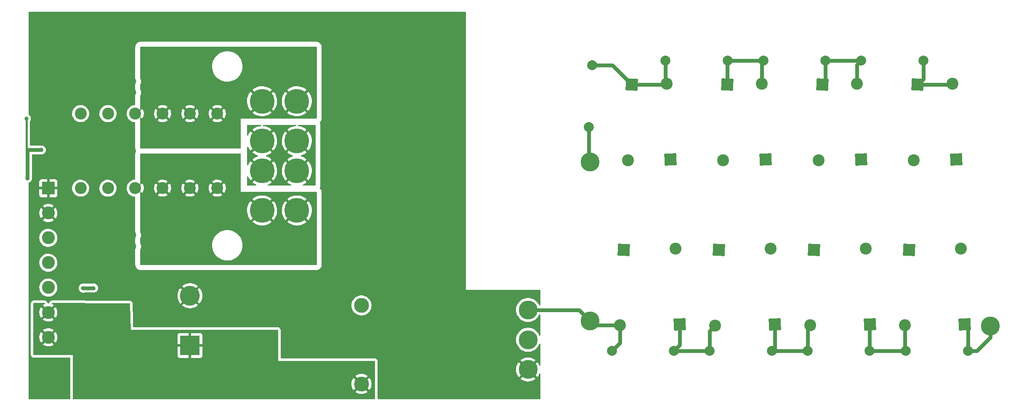
<source format=gbl>
G04 #@! TF.GenerationSoftware,KiCad,Pcbnew,6.0.2+dfsg-1*
G04 #@! TF.CreationDate,2024-12-12T20:43:20+00:00*
G04 #@! TF.ProjectId,HV_PSU,48565f50-5355-42e6-9b69-6361645f7063,rev?*
G04 #@! TF.SameCoordinates,Original*
G04 #@! TF.FileFunction,Copper,L2,Bot*
G04 #@! TF.FilePolarity,Positive*
%FSLAX46Y46*%
G04 Gerber Fmt 4.6, Leading zero omitted, Abs format (unit mm)*
G04 Created by KiCad (PCBNEW 6.0.2+dfsg-1) date 2024-12-12 20:43:20*
%MOMM*%
%LPD*%
G01*
G04 APERTURE LIST*
G04 Aperture macros list*
%AMHorizOval*
0 Thick line with rounded ends*
0 $1 width*
0 $2 $3 position (X,Y) of the first rounded end (center of the circle)*
0 $4 $5 position (X,Y) of the second rounded end (center of the circle)*
0 Add line between two ends*
20,1,$1,$2,$3,$4,$5,0*
0 Add two circle primitives to create the rounded ends*
1,1,$1,$2,$3*
1,1,$1,$4,$5*%
%AMRotRect*
0 Rectangle, with rotation*
0 The origin of the aperture is its center*
0 $1 length*
0 $2 width*
0 $3 Rotation angle, in degrees counterclockwise*
0 Add horizontal line*
21,1,$1,$2,0,0,$3*%
G04 Aperture macros list end*
G04 #@! TA.AperFunction,ComponentPad*
%ADD10RotRect,2.400000X2.400000X267.000000*%
G04 #@! TD*
G04 #@! TA.AperFunction,ComponentPad*
%ADD11HorizOval,2.400000X0.000000X0.000000X0.000000X0.000000X0*%
G04 #@! TD*
G04 #@! TA.AperFunction,ComponentPad*
%ADD12C,2.000000*%
G04 #@! TD*
G04 #@! TA.AperFunction,ComponentPad*
%ADD13C,0.800000*%
G04 #@! TD*
G04 #@! TA.AperFunction,ComponentPad*
%ADD14C,6.400000*%
G04 #@! TD*
G04 #@! TA.AperFunction,ComponentPad*
%ADD15C,5.000000*%
G04 #@! TD*
G04 #@! TA.AperFunction,ComponentPad*
%ADD16C,2.400000*%
G04 #@! TD*
G04 #@! TA.AperFunction,ComponentPad*
%ADD17C,3.800000*%
G04 #@! TD*
G04 #@! TA.AperFunction,ComponentPad*
%ADD18RotRect,2.400000X2.400000X93.000000*%
G04 #@! TD*
G04 #@! TA.AperFunction,ComponentPad*
%ADD19HorizOval,2.400000X0.000000X0.000000X0.000000X0.000000X0*%
G04 #@! TD*
G04 #@! TA.AperFunction,ComponentPad*
%ADD20R,4.000000X4.000000*%
G04 #@! TD*
G04 #@! TA.AperFunction,ComponentPad*
%ADD21C,4.000000*%
G04 #@! TD*
G04 #@! TA.AperFunction,ComponentPad*
%ADD22C,3.000000*%
G04 #@! TD*
G04 #@! TA.AperFunction,ComponentPad*
%ADD23R,2.600000X2.600000*%
G04 #@! TD*
G04 #@! TA.AperFunction,ComponentPad*
%ADD24C,2.600000*%
G04 #@! TD*
G04 #@! TA.AperFunction,ViaPad*
%ADD25C,0.800000*%
G04 #@! TD*
G04 #@! TA.AperFunction,Conductor*
%ADD26C,0.762000*%
G04 #@! TD*
G04 #@! TA.AperFunction,Conductor*
%ADD27C,0.381000*%
G04 #@! TD*
G04 APERTURE END LIST*
D10*
X234276243Y-127139968D03*
D11*
X233478643Y-142359082D03*
D12*
X204404466Y-89051376D03*
X216904466Y-89051376D03*
D13*
X77850000Y-153250000D03*
X82650000Y-153250000D03*
X78552944Y-151552944D03*
D14*
X80250000Y-153250000D03*
D13*
X80250000Y-155650000D03*
X80250000Y-150850000D03*
X81947056Y-151552944D03*
X78552944Y-154947056D03*
X81947056Y-154947056D03*
D15*
X130250000Y-97250000D03*
X123250000Y-97250000D03*
X130250000Y-105250000D03*
X123250000Y-105250000D03*
X123250000Y-111250000D03*
X130250000Y-111250000D03*
X123250000Y-119250000D03*
X130250000Y-119250000D03*
D16*
X92250000Y-99750000D03*
X92250000Y-114750000D03*
D17*
X176750000Y-145250000D03*
D12*
X243774466Y-89051376D03*
X256274466Y-89051376D03*
D13*
X168552944Y-154947056D03*
X167850000Y-153250000D03*
X171947056Y-151552944D03*
X168552944Y-151552944D03*
X170250000Y-155650000D03*
X172650000Y-153250000D03*
X170250000Y-150850000D03*
D14*
X170250000Y-153250000D03*
D13*
X171947056Y-154947056D03*
D17*
X176750000Y-151250000D03*
X189250000Y-109471376D03*
D18*
X224568065Y-108946546D03*
D19*
X223770465Y-93727432D03*
D12*
X232979466Y-147471376D03*
X245479466Y-147471376D03*
D18*
X245504570Y-142172571D03*
D19*
X244706970Y-126953457D03*
D18*
X207259356Y-142169723D03*
D19*
X206461756Y-126950609D03*
D12*
X193609466Y-147471376D03*
X206109466Y-147471376D03*
D20*
X108750000Y-146407832D03*
D21*
X108750000Y-136407832D03*
D10*
X235963316Y-93908720D03*
D11*
X235165716Y-109127834D03*
D16*
X103250000Y-99750000D03*
X103250000Y-114750000D03*
D10*
X215153096Y-127161983D03*
D11*
X214355496Y-142381097D03*
D18*
X262885756Y-108945596D03*
D19*
X262088156Y-93726482D03*
D18*
X205409221Y-108947021D03*
D19*
X204611621Y-93727907D03*
D18*
X226381963Y-142171147D03*
D19*
X225584363Y-126952033D03*
D12*
X213294466Y-147471376D03*
X225794466Y-147471376D03*
D16*
X114250000Y-99750000D03*
X114250000Y-114750000D03*
D22*
X143250000Y-154150000D03*
X143250000Y-138350000D03*
D10*
X253398800Y-127140443D03*
D11*
X252601200Y-142359557D03*
D18*
X243726909Y-108946071D03*
D19*
X242929309Y-93726957D03*
D10*
X255122110Y-93911094D03*
D11*
X254324510Y-109130208D03*
D18*
X264627183Y-142173995D03*
D19*
X263829583Y-126954881D03*
D12*
X224089466Y-89051376D03*
X236589466Y-89051376D03*
X188979466Y-102471376D03*
X189633665Y-89988507D03*
D10*
X197645554Y-93910619D03*
D11*
X196847954Y-109129733D03*
D17*
X269750000Y-142500000D03*
D12*
X252764466Y-147471376D03*
X265264466Y-147471376D03*
D17*
X189250000Y-141471376D03*
X176750000Y-139250000D03*
D10*
X216803933Y-93928836D03*
D11*
X216006333Y-109147950D03*
D10*
X196030954Y-127145665D03*
D11*
X195233354Y-142364779D03*
D13*
X81947056Y-81552944D03*
D14*
X80250000Y-83250000D03*
D13*
X81947056Y-84947056D03*
X78552944Y-81552944D03*
X80250000Y-85650000D03*
X80250000Y-80850000D03*
X77850000Y-83250000D03*
X82650000Y-83250000D03*
X78552944Y-84947056D03*
D23*
X80250000Y-114750000D03*
D24*
X80250000Y-119750000D03*
X80250000Y-124750000D03*
X80250000Y-129750000D03*
X80250000Y-134750000D03*
X80250000Y-139750000D03*
X80250000Y-144750000D03*
D16*
X108750000Y-99750000D03*
X108750000Y-114750000D03*
X86750000Y-99750000D03*
X86750000Y-114750000D03*
X97750000Y-99750000D03*
X97750000Y-114750000D03*
D25*
X87250000Y-134860964D03*
X89338000Y-134850000D03*
X92850000Y-137000000D03*
X87050000Y-94050000D03*
X89250000Y-94650000D03*
X77250000Y-93250000D03*
X83850000Y-93050000D03*
X82500000Y-120500000D03*
X154500000Y-132000000D03*
X87050000Y-127450000D03*
X79650000Y-92650000D03*
X85500000Y-88250000D03*
X96500000Y-124200000D03*
X95500000Y-126450000D03*
X97500000Y-126450000D03*
X83250000Y-88500000D03*
X83050000Y-103650000D03*
X94500000Y-93250000D03*
X152500000Y-110500000D03*
X96500000Y-126450000D03*
X82750000Y-91250000D03*
X93500000Y-93250000D03*
X129000000Y-143250000D03*
X84000000Y-107250000D03*
X95500000Y-93250000D03*
X90850000Y-129050000D03*
X83000000Y-104450000D03*
X81250000Y-99050000D03*
X154500000Y-120000000D03*
X147250000Y-146000000D03*
X97500000Y-93250000D03*
X89450000Y-127650000D03*
X95500000Y-124200000D03*
X80850000Y-96850000D03*
X82850000Y-96250000D03*
X96500000Y-93250000D03*
X95500000Y-95500000D03*
X113000000Y-81750000D03*
X93500000Y-95500000D03*
X94500000Y-126450000D03*
X137750000Y-98000000D03*
X97500000Y-124200000D03*
X82750000Y-109750000D03*
X91100000Y-135890000D03*
X83850000Y-95450000D03*
X93750000Y-134000000D03*
X91090000Y-136800000D03*
X93500000Y-126450000D03*
X138000000Y-87250000D03*
X90750000Y-93450000D03*
X77050000Y-104850000D03*
X88050000Y-128650000D03*
X94500000Y-124200000D03*
X90000000Y-121000000D03*
X153000000Y-98750000D03*
X123000000Y-83750000D03*
X93500000Y-124200000D03*
X86250000Y-122000000D03*
X90850000Y-127050000D03*
X84000000Y-121750000D03*
X86750000Y-95250000D03*
X86750000Y-92250000D03*
X93650000Y-131450000D03*
X83500000Y-111000000D03*
X94500000Y-95500000D03*
X161750000Y-153250000D03*
X82850000Y-94450000D03*
X96500000Y-95500000D03*
X92250000Y-125250000D03*
X92250000Y-94250000D03*
X97500000Y-95500000D03*
X78830011Y-107050000D03*
X76050000Y-112750000D03*
X75835801Y-100746970D03*
X103500000Y-89000000D03*
X101500000Y-86980463D03*
X110500000Y-96000000D03*
X102500000Y-93000000D03*
X102500000Y-96000000D03*
X107500000Y-96000000D03*
X100500000Y-89000000D03*
X109500000Y-87980463D03*
X105500000Y-89980463D03*
X104500000Y-87000000D03*
X100500000Y-97000000D03*
X105500000Y-94980463D03*
X102500000Y-95000000D03*
X101500000Y-95980463D03*
X110500000Y-92000000D03*
X101500000Y-96980463D03*
X107500000Y-88000000D03*
X109500000Y-91980463D03*
X104500000Y-96000000D03*
X100500000Y-93000000D03*
X104500000Y-95000000D03*
X104500000Y-92000000D03*
X111500000Y-91000000D03*
X103500000Y-92000000D03*
X100500000Y-90000000D03*
X110500000Y-95000000D03*
X104500000Y-88000000D03*
X106500000Y-88000000D03*
X105500000Y-96980463D03*
X108500000Y-89000000D03*
X111500000Y-89000000D03*
X111500000Y-97000000D03*
X110500000Y-93000000D03*
X110500000Y-89000000D03*
X107500000Y-93000000D03*
X109500000Y-95980463D03*
X110500000Y-91000000D03*
X103500000Y-87000000D03*
X103500000Y-94000000D03*
X105500000Y-91980463D03*
X106500000Y-95000000D03*
X106500000Y-94000000D03*
X103500000Y-97000000D03*
X105500000Y-93980463D03*
X106500000Y-93000000D03*
X108500000Y-90000000D03*
X109500000Y-89980463D03*
X108500000Y-87000000D03*
X101500000Y-88980463D03*
X103500000Y-90000000D03*
X106500000Y-96000000D03*
X100500000Y-92000000D03*
X110500000Y-88000000D03*
X106500000Y-90000000D03*
X101500000Y-93980463D03*
X106500000Y-89000000D03*
X105500000Y-95980463D03*
X110500000Y-97000000D03*
X101500000Y-87980463D03*
X101500000Y-91980463D03*
X110500000Y-94000000D03*
X104500000Y-91000000D03*
X102500000Y-87000000D03*
X109500000Y-96980463D03*
X102500000Y-94000000D03*
X105500000Y-86980463D03*
X100500000Y-87000000D03*
X105500000Y-87980463D03*
X109500000Y-92980463D03*
X100500000Y-91000000D03*
X107500000Y-90000000D03*
X111500000Y-88000000D03*
X105500000Y-90980463D03*
X100500000Y-96000000D03*
X103500000Y-93000000D03*
X107500000Y-91000000D03*
X109500000Y-88980463D03*
X107500000Y-94000000D03*
X108500000Y-93000000D03*
X103500000Y-95000000D03*
X102500000Y-92000000D03*
X111500000Y-95000000D03*
X101500000Y-90980463D03*
X105500000Y-88980463D03*
X111500000Y-90000000D03*
X110500000Y-90000000D03*
X109500000Y-94980463D03*
X103500000Y-96000000D03*
X102500000Y-89000000D03*
X104500000Y-93000000D03*
X100500000Y-95000000D03*
X102500000Y-90000000D03*
X103500000Y-91000000D03*
X106500000Y-91000000D03*
X107500000Y-87000000D03*
X103500000Y-88000000D03*
X106500000Y-87000000D03*
X106500000Y-92000000D03*
X107500000Y-92000000D03*
X108500000Y-94000000D03*
X105500000Y-92980463D03*
X102500000Y-91000000D03*
X111500000Y-96000000D03*
X106500000Y-97000000D03*
X110500000Y-87000000D03*
X109500000Y-90980463D03*
X107500000Y-95000000D03*
X108500000Y-92000000D03*
X108500000Y-88000000D03*
X108500000Y-95000000D03*
X102500000Y-88000000D03*
X102500000Y-97000000D03*
X104500000Y-90000000D03*
X109500000Y-86980463D03*
X101500000Y-92980463D03*
X107500000Y-89000000D03*
X107500000Y-97000000D03*
X111500000Y-94000000D03*
X111500000Y-93000000D03*
X111500000Y-87000000D03*
X101500000Y-94980463D03*
X104500000Y-97000000D03*
X104500000Y-89000000D03*
X101500000Y-89980463D03*
X100500000Y-94000000D03*
X100500000Y-88000000D03*
X108500000Y-96000000D03*
X109500000Y-93980463D03*
X108500000Y-97000000D03*
X108500000Y-91000000D03*
X104500000Y-94000000D03*
X111500000Y-92000000D03*
X108500000Y-127508348D03*
X103500000Y-127500000D03*
X108500000Y-119508348D03*
X101500000Y-126508348D03*
X110500000Y-117508348D03*
X103500000Y-119500000D03*
X110500000Y-122508348D03*
X106500000Y-118508348D03*
X110500000Y-125508348D03*
X105500000Y-122508348D03*
X101500000Y-122508348D03*
X108500000Y-125508348D03*
X102500000Y-119508348D03*
X101500000Y-125508348D03*
X109500000Y-122508348D03*
X110500000Y-118508348D03*
X106500000Y-117508348D03*
X103500000Y-117500000D03*
X108500000Y-122508348D03*
X105500000Y-126508348D03*
X107500000Y-121500000D03*
X108500000Y-124508348D03*
X103500000Y-118500000D03*
X102500000Y-126508348D03*
X110500000Y-120508348D03*
X103500000Y-120500000D03*
X107500000Y-126500000D03*
X107500000Y-117500000D03*
X104500000Y-121508348D03*
X106500000Y-126508348D03*
X104500000Y-124508348D03*
X107500000Y-122500000D03*
X107500000Y-119500000D03*
X100500000Y-120508348D03*
X102500000Y-121508348D03*
X105500000Y-127508348D03*
X105500000Y-124508348D03*
X109500000Y-126508348D03*
X104500000Y-119508348D03*
X108500000Y-121508348D03*
X104500000Y-117508348D03*
X111500000Y-123500000D03*
X102500000Y-117508348D03*
X104500000Y-127508348D03*
X109500000Y-119508348D03*
X108500000Y-120508348D03*
X102500000Y-120508348D03*
X101500000Y-117508348D03*
X101500000Y-124508348D03*
X107500000Y-118500000D03*
X106500000Y-125508348D03*
X106500000Y-121508348D03*
X102500000Y-118508348D03*
X111500000Y-118500000D03*
X104500000Y-122508348D03*
X103500000Y-122500000D03*
X105500000Y-125508348D03*
X107500000Y-127500000D03*
X104500000Y-123508348D03*
X106500000Y-127508348D03*
X107500000Y-120500000D03*
X111500000Y-126500000D03*
X109500000Y-117508348D03*
X110500000Y-126508348D03*
X107500000Y-124500000D03*
X109500000Y-127508348D03*
X104500000Y-120508348D03*
X104500000Y-126508348D03*
X107500000Y-125500000D03*
X103500000Y-121500000D03*
X102500000Y-125508348D03*
X110500000Y-123508348D03*
X107500000Y-123500000D03*
X105500000Y-120508348D03*
X110500000Y-121508348D03*
X108500000Y-117508348D03*
X105500000Y-118508348D03*
X103500000Y-124500000D03*
X103500000Y-123500000D03*
X100500000Y-117508348D03*
X102500000Y-127508348D03*
X101500000Y-120508348D03*
X111500000Y-124500000D03*
X102500000Y-123508348D03*
X109500000Y-118508348D03*
X111500000Y-122500000D03*
X105500000Y-117508348D03*
X103500000Y-126500000D03*
X110500000Y-119508348D03*
X104500000Y-118508348D03*
X100500000Y-119508348D03*
X111500000Y-121500000D03*
X100500000Y-124508348D03*
X100500000Y-127508348D03*
X111500000Y-119500000D03*
X109500000Y-124508348D03*
X106500000Y-119508348D03*
X102500000Y-124508348D03*
X102500000Y-122508348D03*
X100500000Y-126508348D03*
X109500000Y-120508348D03*
X101500000Y-123508348D03*
X101500000Y-118508348D03*
X104500000Y-125508348D03*
X105500000Y-119508348D03*
X111500000Y-125500000D03*
X106500000Y-123508348D03*
X109500000Y-125508348D03*
X108500000Y-126508348D03*
X100500000Y-118508348D03*
X108500000Y-123508348D03*
X101500000Y-119508348D03*
X100500000Y-122508348D03*
X110500000Y-127508348D03*
X101500000Y-121508348D03*
X100500000Y-125508348D03*
X103500000Y-125500000D03*
X110500000Y-124508348D03*
X105500000Y-121508348D03*
X106500000Y-124508348D03*
X106500000Y-122508348D03*
X105500000Y-123508348D03*
X100500000Y-121508348D03*
X111500000Y-120500000D03*
X101500000Y-127508348D03*
X109500000Y-123508348D03*
X109500000Y-121508348D03*
X111500000Y-127500000D03*
X111500000Y-117500000D03*
X106500000Y-120508348D03*
X100500000Y-123508348D03*
X108500000Y-118508348D03*
D26*
X87260964Y-134850000D02*
X87250000Y-134860964D01*
X89338000Y-134850000D02*
X87260964Y-134850000D01*
X76050000Y-112750000D02*
X76050000Y-107050000D01*
D27*
X75835801Y-100746970D02*
X75835801Y-106835801D01*
X75835801Y-106835801D02*
X76050000Y-107050000D01*
D26*
X76050000Y-107050000D02*
X78830011Y-107050000D01*
X188979466Y-109200842D02*
X189250000Y-109471376D01*
X188979466Y-102471376D02*
X188979466Y-109200842D01*
X189250000Y-102741910D02*
X188979466Y-102471376D01*
X204404466Y-93520752D02*
X204611621Y-93727907D01*
X204404466Y-89051376D02*
X204404466Y-93520752D01*
X197645554Y-93910619D02*
X204428909Y-93910619D01*
X193723442Y-89988507D02*
X197645554Y-93910619D01*
X189633665Y-89988507D02*
X193723442Y-89988507D01*
X204428909Y-93910619D02*
X204611621Y-93727907D01*
X187028624Y-139250000D02*
X189250000Y-141471376D01*
X195233354Y-142364779D02*
X190143403Y-142364779D01*
X190143403Y-142364779D02*
X189250000Y-141471376D01*
X195233354Y-145847488D02*
X195233354Y-142364779D01*
X193609466Y-147471376D02*
X195233354Y-145847488D01*
X189250000Y-141471376D02*
X189250000Y-141250000D01*
X176750000Y-139250000D02*
X187028624Y-139250000D01*
X214355496Y-142381097D02*
X213250000Y-143486593D01*
X206109466Y-147471376D02*
X207259356Y-146321486D01*
X207259356Y-146321486D02*
X207259356Y-142169723D01*
X206109466Y-147471376D02*
X213294466Y-147471376D01*
X213294466Y-143531059D02*
X213294466Y-147471376D01*
X214144122Y-142169723D02*
X214355496Y-142381097D01*
X213250000Y-143486593D02*
X213294466Y-143531059D01*
X216904466Y-89051376D02*
X224089466Y-89051376D01*
X216803933Y-93928836D02*
X216803933Y-89151909D01*
X223770465Y-89370377D02*
X224089466Y-89051376D01*
X216803933Y-89151909D02*
X216904466Y-89051376D01*
X223770465Y-93727432D02*
X223770465Y-89370377D01*
X233290708Y-142171147D02*
X233478643Y-142359082D01*
X226028624Y-147471376D02*
X226381963Y-147118037D01*
X226381963Y-147118037D02*
X226381963Y-142171147D01*
X225794466Y-147471376D02*
X226028624Y-147471376D01*
X232979466Y-142858259D02*
X233478643Y-142359082D01*
X232979466Y-147471376D02*
X232979466Y-142858259D01*
X225794466Y-147471376D02*
X232979466Y-147471376D01*
X242929309Y-89896533D02*
X243774466Y-89051376D01*
X242929309Y-93726957D02*
X242929309Y-89896533D01*
X236589466Y-89051376D02*
X236589466Y-93282570D01*
X236589466Y-93282570D02*
X235963316Y-93908720D01*
X236589466Y-89051376D02*
X243774466Y-89051376D01*
X245479466Y-147471376D02*
X245479466Y-142197675D01*
X245479466Y-147471376D02*
X252764466Y-147471376D01*
X245479466Y-142197675D02*
X245504570Y-142172571D01*
X252601200Y-142359557D02*
X252601200Y-147308110D01*
X252601200Y-147308110D02*
X252764466Y-147471376D01*
X256274466Y-89051376D02*
X256274466Y-92758738D01*
X256274466Y-92758738D02*
X255122110Y-93911094D01*
X261903544Y-93911094D02*
X262088156Y-93726482D01*
X255122110Y-93911094D02*
X261903544Y-93911094D01*
X265264466Y-142811278D02*
X264627183Y-142173995D01*
X267028624Y-147471376D02*
X269750000Y-144750000D01*
X265264466Y-147471376D02*
X267028624Y-147471376D01*
X269750000Y-144750000D02*
X269750000Y-142500000D01*
X265264466Y-147471376D02*
X265264466Y-142811278D01*
G04 #@! TA.AperFunction,Conductor*
G36*
X79456966Y-137860149D02*
G01*
X79524993Y-137880464D01*
X79571239Y-137934333D01*
X79581020Y-138004653D01*
X79551230Y-138069097D01*
X79509137Y-138100574D01*
X79375252Y-138162296D01*
X79367097Y-138166816D01*
X79176240Y-138291947D01*
X79167102Y-138302689D01*
X79171675Y-138312465D01*
X80237188Y-139377978D01*
X80251132Y-139385592D01*
X80252965Y-139385461D01*
X80259580Y-139381210D01*
X81324349Y-138316441D01*
X81330733Y-138304751D01*
X81321321Y-138292641D01*
X81174045Y-138190471D01*
X81166010Y-138185738D01*
X81005399Y-138106534D01*
X80953150Y-138058466D01*
X80935183Y-137989780D01*
X80957202Y-137922285D01*
X81012217Y-137877408D01*
X81061705Y-137867529D01*
X94322794Y-137928514D01*
X96601268Y-137938992D01*
X96669296Y-137959307D01*
X96715542Y-138013176D01*
X96726667Y-138062619D01*
X96778848Y-140833644D01*
X96824350Y-143250000D01*
X126374000Y-143250000D01*
X126442121Y-143270002D01*
X126488614Y-143323658D01*
X126500000Y-143376000D01*
X126500000Y-149500000D01*
X145874000Y-149500000D01*
X145942121Y-149520002D01*
X145988614Y-149573658D01*
X146000000Y-149626000D01*
X146000000Y-157124000D01*
X145979998Y-157192121D01*
X145926342Y-157238614D01*
X145874000Y-157250000D01*
X85276000Y-157250000D01*
X85207879Y-157229998D01*
X85161386Y-157176342D01*
X85150000Y-157124000D01*
X85150000Y-155739654D01*
X142025618Y-155739654D01*
X142032673Y-155749627D01*
X142063679Y-155775551D01*
X142070598Y-155780579D01*
X142295272Y-155921515D01*
X142302807Y-155925556D01*
X142544520Y-156034694D01*
X142552551Y-156037680D01*
X142806832Y-156113002D01*
X142815184Y-156114869D01*
X143077340Y-156154984D01*
X143085874Y-156155700D01*
X143351045Y-156159867D01*
X143359596Y-156159418D01*
X143622883Y-156127557D01*
X143631284Y-156125955D01*
X143887824Y-156058653D01*
X143895926Y-156055926D01*
X144140949Y-155954434D01*
X144148617Y-155950628D01*
X144377598Y-155816822D01*
X144384679Y-155812009D01*
X144464655Y-155749301D01*
X144473125Y-155737442D01*
X144466608Y-155725818D01*
X143262812Y-154522022D01*
X143248868Y-154514408D01*
X143247035Y-154514539D01*
X143240420Y-154518790D01*
X142032910Y-155726300D01*
X142025618Y-155739654D01*
X85150000Y-155739654D01*
X85150000Y-154133204D01*
X141237665Y-154133204D01*
X141252932Y-154397969D01*
X141254005Y-154406470D01*
X141305065Y-154666722D01*
X141307276Y-154674974D01*
X141393184Y-154925894D01*
X141396499Y-154933779D01*
X141515664Y-155170713D01*
X141520020Y-155178079D01*
X141649347Y-155366250D01*
X141659601Y-155374594D01*
X141673342Y-155367448D01*
X142877978Y-154162812D01*
X142884356Y-154151132D01*
X143614408Y-154151132D01*
X143614539Y-154152965D01*
X143618790Y-154159580D01*
X144825730Y-155366520D01*
X144837939Y-155373187D01*
X144849439Y-155364497D01*
X144946831Y-155231913D01*
X144951418Y-155224685D01*
X145077962Y-154991621D01*
X145081530Y-154983827D01*
X145175271Y-154735750D01*
X145177748Y-154727544D01*
X145236954Y-154469038D01*
X145238294Y-154460577D01*
X145262031Y-154194616D01*
X145262277Y-154189677D01*
X145262666Y-154152485D01*
X145262523Y-154147519D01*
X145244362Y-153881123D01*
X145243201Y-153872649D01*
X145189419Y-153612944D01*
X145187120Y-153604709D01*
X145098588Y-153354705D01*
X145095191Y-153346854D01*
X144973550Y-153111178D01*
X144969122Y-153103866D01*
X144850031Y-152934417D01*
X144839509Y-152926037D01*
X144826121Y-152933089D01*
X143622022Y-154137188D01*
X143614408Y-154151132D01*
X142884356Y-154151132D01*
X142885592Y-154148868D01*
X142885461Y-154147035D01*
X142881210Y-154140420D01*
X141673814Y-152933024D01*
X141661804Y-152926466D01*
X141650064Y-152935434D01*
X141541935Y-153085911D01*
X141537418Y-153093196D01*
X141413325Y-153327567D01*
X141409839Y-153335395D01*
X141318700Y-153584446D01*
X141316311Y-153592670D01*
X141259812Y-153851795D01*
X141258563Y-153860250D01*
X141237754Y-154124653D01*
X141237665Y-154133204D01*
X85150000Y-154133204D01*
X85150000Y-152562500D01*
X142026584Y-152562500D01*
X142032980Y-152573770D01*
X143237188Y-153777978D01*
X143251132Y-153785592D01*
X143252965Y-153785461D01*
X143259580Y-153781210D01*
X144466604Y-152574186D01*
X144473795Y-152561017D01*
X144466473Y-152550780D01*
X144419233Y-152512115D01*
X144412261Y-152507160D01*
X144186122Y-152368582D01*
X144178552Y-152364624D01*
X143935704Y-152258022D01*
X143927644Y-152255120D01*
X143672592Y-152182467D01*
X143664214Y-152180685D01*
X143401656Y-152143318D01*
X143393111Y-152142691D01*
X143127908Y-152141302D01*
X143119374Y-152141839D01*
X142856433Y-152176456D01*
X142848035Y-152178149D01*
X142592238Y-152248127D01*
X142584143Y-152250946D01*
X142340199Y-152354997D01*
X142332577Y-152358881D01*
X142105013Y-152495075D01*
X142097981Y-152499962D01*
X142035053Y-152550377D01*
X142026584Y-152562500D01*
X85150000Y-152562500D01*
X85150000Y-148452501D01*
X106242001Y-148452501D01*
X106242371Y-148459322D01*
X106247895Y-148510184D01*
X106251521Y-148525436D01*
X106296676Y-148645886D01*
X106305214Y-148661481D01*
X106381715Y-148763556D01*
X106394276Y-148776117D01*
X106496351Y-148852618D01*
X106511946Y-148861156D01*
X106632394Y-148906310D01*
X106647649Y-148909937D01*
X106698514Y-148915463D01*
X106705328Y-148915832D01*
X108477885Y-148915832D01*
X108493124Y-148911357D01*
X108494329Y-148909967D01*
X108496000Y-148902284D01*
X108496000Y-148897716D01*
X109004000Y-148897716D01*
X109008475Y-148912955D01*
X109009865Y-148914160D01*
X109017548Y-148915831D01*
X110794669Y-148915831D01*
X110801490Y-148915461D01*
X110852352Y-148909937D01*
X110867604Y-148906311D01*
X110988054Y-148861156D01*
X111003649Y-148852618D01*
X111105724Y-148776117D01*
X111118285Y-148763556D01*
X111194786Y-148661481D01*
X111203324Y-148645886D01*
X111248478Y-148525438D01*
X111252105Y-148510183D01*
X111257631Y-148459318D01*
X111258000Y-148452504D01*
X111258000Y-146679947D01*
X111253525Y-146664708D01*
X111252135Y-146663503D01*
X111244452Y-146661832D01*
X109022115Y-146661832D01*
X109006876Y-146666307D01*
X109005671Y-146667697D01*
X109004000Y-146675380D01*
X109004000Y-148897716D01*
X108496000Y-148897716D01*
X108496000Y-146679947D01*
X108491525Y-146664708D01*
X108490135Y-146663503D01*
X108482452Y-146661832D01*
X106260116Y-146661832D01*
X106244877Y-146666307D01*
X106243672Y-146667697D01*
X106242001Y-146675380D01*
X106242001Y-148452501D01*
X85150000Y-148452501D01*
X85150000Y-148350000D01*
X77376000Y-148350000D01*
X77307879Y-148329998D01*
X77261386Y-148276342D01*
X77250000Y-148224000D01*
X77250000Y-146194906D01*
X79169839Y-146194906D01*
X79178553Y-146206427D01*
X79285452Y-146284809D01*
X79293351Y-146289745D01*
X79522905Y-146410519D01*
X79531454Y-146414236D01*
X79776327Y-146499749D01*
X79785336Y-146502163D01*
X80040166Y-146550544D01*
X80049423Y-146551598D01*
X80308607Y-146561783D01*
X80317921Y-146561457D01*
X80575753Y-146533220D01*
X80584930Y-146531519D01*
X80835758Y-146465481D01*
X80844574Y-146462445D01*
X81082880Y-146360062D01*
X81091167Y-146355748D01*
X81311718Y-146219266D01*
X81319268Y-146213780D01*
X81324559Y-146209301D01*
X81332997Y-146196497D01*
X81326935Y-146186145D01*
X81276507Y-146135717D01*
X106242000Y-146135717D01*
X106246475Y-146150956D01*
X106247865Y-146152161D01*
X106255548Y-146153832D01*
X108477885Y-146153832D01*
X108493124Y-146149357D01*
X108494329Y-146147967D01*
X108496000Y-146140284D01*
X108496000Y-146135717D01*
X109004000Y-146135717D01*
X109008475Y-146150956D01*
X109009865Y-146152161D01*
X109017548Y-146153832D01*
X111239884Y-146153832D01*
X111255123Y-146149357D01*
X111256328Y-146147967D01*
X111257999Y-146140284D01*
X111257999Y-144363163D01*
X111257629Y-144356342D01*
X111252105Y-144305480D01*
X111248479Y-144290228D01*
X111203324Y-144169778D01*
X111194786Y-144154183D01*
X111118285Y-144052108D01*
X111105724Y-144039547D01*
X111003649Y-143963046D01*
X110988054Y-143954508D01*
X110867606Y-143909354D01*
X110852351Y-143905727D01*
X110801486Y-143900201D01*
X110794672Y-143899832D01*
X109022115Y-143899832D01*
X109006876Y-143904307D01*
X109005671Y-143905697D01*
X109004000Y-143913380D01*
X109004000Y-146135717D01*
X108496000Y-146135717D01*
X108496000Y-143917948D01*
X108491525Y-143902709D01*
X108490135Y-143901504D01*
X108482452Y-143899833D01*
X106705331Y-143899833D01*
X106698510Y-143900203D01*
X106647648Y-143905727D01*
X106632396Y-143909353D01*
X106511946Y-143954508D01*
X106496351Y-143963046D01*
X106394276Y-144039547D01*
X106381715Y-144052108D01*
X106305214Y-144154183D01*
X106296676Y-144169778D01*
X106251522Y-144290226D01*
X106247895Y-144305481D01*
X106242369Y-144356346D01*
X106242000Y-144363160D01*
X106242000Y-146135717D01*
X81276507Y-146135717D01*
X80262812Y-145122022D01*
X80248868Y-145114408D01*
X80247035Y-145114539D01*
X80240420Y-145118790D01*
X79176497Y-146182713D01*
X79169839Y-146194906D01*
X77250000Y-146194906D01*
X77250000Y-144707211D01*
X78437775Y-144707211D01*
X78450220Y-144966288D01*
X78451356Y-144975543D01*
X78501961Y-145229945D01*
X78504449Y-145238917D01*
X78592095Y-145483033D01*
X78595895Y-145491568D01*
X78718658Y-145720042D01*
X78723666Y-145727904D01*
X78793720Y-145821716D01*
X78804979Y-145830165D01*
X78817397Y-145823393D01*
X79877978Y-144762812D01*
X79884356Y-144751132D01*
X80614408Y-144751132D01*
X80614539Y-144752965D01*
X80618790Y-144759580D01*
X81686094Y-145826884D01*
X81698474Y-145833644D01*
X81706815Y-145827400D01*
X81840832Y-145619048D01*
X81845275Y-145610864D01*
X81951807Y-145374370D01*
X81954997Y-145365605D01*
X82025402Y-145115972D01*
X82027262Y-145106830D01*
X82060187Y-144848019D01*
X82060668Y-144841733D01*
X82062987Y-144753160D01*
X82062836Y-144746851D01*
X82043501Y-144486663D01*
X82042125Y-144477457D01*
X81984878Y-144224467D01*
X81982154Y-144215556D01*
X81888143Y-143973806D01*
X81884132Y-143965397D01*
X81755422Y-143740202D01*
X81750211Y-143732476D01*
X81706996Y-143677658D01*
X81695071Y-143669187D01*
X81683537Y-143675673D01*
X80622022Y-144737188D01*
X80614408Y-144751132D01*
X79884356Y-144751132D01*
X79885592Y-144748868D01*
X79885461Y-144747035D01*
X79881210Y-144740420D01*
X78815816Y-143675026D01*
X78802507Y-143667758D01*
X78792472Y-143674878D01*
X78776937Y-143693556D01*
X78771531Y-143701135D01*
X78636965Y-143922891D01*
X78632736Y-143931192D01*
X78532432Y-144170389D01*
X78529471Y-144179239D01*
X78465628Y-144430625D01*
X78464006Y-144439822D01*
X78438020Y-144697885D01*
X78437775Y-144707211D01*
X77250000Y-144707211D01*
X77250000Y-143302689D01*
X79167102Y-143302689D01*
X79171675Y-143312465D01*
X80237188Y-144377978D01*
X80251132Y-144385592D01*
X80252965Y-144385461D01*
X80259580Y-144381210D01*
X81324349Y-143316441D01*
X81330733Y-143304751D01*
X81321321Y-143292641D01*
X81174045Y-143190471D01*
X81166010Y-143185738D01*
X80933376Y-143071016D01*
X80924743Y-143067528D01*
X80677703Y-142988450D01*
X80668643Y-142986274D01*
X80412630Y-142944580D01*
X80403343Y-142943768D01*
X80143992Y-142940373D01*
X80134681Y-142940943D01*
X79877682Y-142975919D01*
X79868546Y-142977860D01*
X79619543Y-143050439D01*
X79610800Y-143053707D01*
X79375252Y-143162296D01*
X79367097Y-143166816D01*
X79176240Y-143291947D01*
X79167102Y-143302689D01*
X77250000Y-143302689D01*
X77250000Y-141194906D01*
X79169839Y-141194906D01*
X79178553Y-141206427D01*
X79285452Y-141284809D01*
X79293351Y-141289745D01*
X79522905Y-141410519D01*
X79531454Y-141414236D01*
X79776327Y-141499749D01*
X79785336Y-141502163D01*
X80040166Y-141550544D01*
X80049423Y-141551598D01*
X80308607Y-141561783D01*
X80317921Y-141561457D01*
X80575753Y-141533220D01*
X80584930Y-141531519D01*
X80835758Y-141465481D01*
X80844574Y-141462445D01*
X81082880Y-141360062D01*
X81091167Y-141355748D01*
X81311718Y-141219266D01*
X81319268Y-141213780D01*
X81324559Y-141209301D01*
X81332997Y-141196497D01*
X81326935Y-141186145D01*
X80262812Y-140122022D01*
X80248868Y-140114408D01*
X80247035Y-140114539D01*
X80240420Y-140118790D01*
X79176497Y-141182713D01*
X79169839Y-141194906D01*
X77250000Y-141194906D01*
X77250000Y-139707211D01*
X78437775Y-139707211D01*
X78450220Y-139966288D01*
X78451356Y-139975543D01*
X78501961Y-140229945D01*
X78504449Y-140238917D01*
X78592095Y-140483033D01*
X78595895Y-140491568D01*
X78718658Y-140720042D01*
X78723666Y-140727904D01*
X78793720Y-140821716D01*
X78804979Y-140830165D01*
X78817397Y-140823393D01*
X79877978Y-139762812D01*
X79884356Y-139751132D01*
X80614408Y-139751132D01*
X80614539Y-139752965D01*
X80618790Y-139759580D01*
X81686094Y-140826884D01*
X81698474Y-140833644D01*
X81706815Y-140827400D01*
X81840832Y-140619048D01*
X81845275Y-140610864D01*
X81951807Y-140374370D01*
X81954997Y-140365605D01*
X82025402Y-140115972D01*
X82027262Y-140106830D01*
X82060187Y-139848019D01*
X82060668Y-139841733D01*
X82062987Y-139753160D01*
X82062836Y-139746851D01*
X82043501Y-139486663D01*
X82042125Y-139477457D01*
X81984878Y-139224467D01*
X81982154Y-139215556D01*
X81888143Y-138973806D01*
X81884132Y-138965397D01*
X81755422Y-138740202D01*
X81750211Y-138732476D01*
X81706996Y-138677658D01*
X81695071Y-138669187D01*
X81683537Y-138675673D01*
X80622022Y-139737188D01*
X80614408Y-139751132D01*
X79884356Y-139751132D01*
X79885592Y-139748868D01*
X79885461Y-139747035D01*
X79881210Y-139740420D01*
X78815816Y-138675026D01*
X78802507Y-138667758D01*
X78792472Y-138674878D01*
X78776937Y-138693556D01*
X78771531Y-138701135D01*
X78636965Y-138922891D01*
X78632736Y-138931192D01*
X78532432Y-139170389D01*
X78529471Y-139179239D01*
X78465628Y-139430625D01*
X78464006Y-139439822D01*
X78438020Y-139697885D01*
X78437775Y-139707211D01*
X77250000Y-139707211D01*
X77250000Y-137976581D01*
X77270002Y-137908460D01*
X77323658Y-137861967D01*
X77376579Y-137850582D01*
X79456966Y-137860149D01*
G37*
G04 #@! TD.AperFunction*
G04 #@! TA.AperFunction,Conductor*
G36*
X123060890Y-102020002D02*
G01*
X123107383Y-102073658D01*
X123117487Y-102143932D01*
X123087993Y-102208512D01*
X123028267Y-102246896D01*
X123005283Y-102251377D01*
X122782256Y-102273638D01*
X122775108Y-102274770D01*
X122443263Y-102347124D01*
X122436285Y-102349072D01*
X122114960Y-102459086D01*
X122108253Y-102461823D01*
X121801707Y-102608039D01*
X121795349Y-102611534D01*
X121507654Y-102792005D01*
X121501731Y-102796214D01*
X121323601Y-102938923D01*
X121315132Y-102951048D01*
X121321527Y-102962316D01*
X123237190Y-104877980D01*
X123251131Y-104885592D01*
X123252966Y-104885461D01*
X123259580Y-104881210D01*
X125177074Y-102963716D01*
X125184466Y-102950179D01*
X125177679Y-102940479D01*
X125074476Y-102852335D01*
X125068704Y-102847953D01*
X124786796Y-102658519D01*
X124780575Y-102654839D01*
X124478757Y-102499060D01*
X124472146Y-102496116D01*
X124154439Y-102376065D01*
X124147513Y-102373894D01*
X123818112Y-102291155D01*
X123811005Y-102289799D01*
X123515702Y-102250922D01*
X123450775Y-102222200D01*
X123411683Y-102162935D01*
X123410838Y-102091943D01*
X123448508Y-102031764D01*
X123512733Y-102001505D01*
X123532148Y-102000000D01*
X129992769Y-102000000D01*
X130060890Y-102020002D01*
X130107383Y-102073658D01*
X130117487Y-102143932D01*
X130087993Y-102208512D01*
X130028267Y-102246896D01*
X130005283Y-102251377D01*
X129782256Y-102273638D01*
X129775108Y-102274770D01*
X129443263Y-102347124D01*
X129436285Y-102349072D01*
X129114960Y-102459086D01*
X129108253Y-102461823D01*
X128801707Y-102608039D01*
X128795349Y-102611534D01*
X128507654Y-102792005D01*
X128501731Y-102796214D01*
X128323601Y-102938923D01*
X128315132Y-102951048D01*
X128321527Y-102962316D01*
X130237190Y-104877980D01*
X130251131Y-104885592D01*
X130252966Y-104885461D01*
X130259580Y-104881210D01*
X132177074Y-102963716D01*
X132184466Y-102950179D01*
X132177679Y-102940479D01*
X132074476Y-102852335D01*
X132068704Y-102847953D01*
X131786796Y-102658519D01*
X131780575Y-102654839D01*
X131478757Y-102499060D01*
X131472146Y-102496116D01*
X131154439Y-102376065D01*
X131147513Y-102373894D01*
X130818112Y-102291155D01*
X130811005Y-102289799D01*
X130515702Y-102250922D01*
X130450775Y-102222200D01*
X130411683Y-102162935D01*
X130410838Y-102091943D01*
X130448508Y-102031764D01*
X130512733Y-102001505D01*
X130532148Y-102000000D01*
X133874000Y-102000000D01*
X133942121Y-102020002D01*
X133988614Y-102073658D01*
X134000000Y-102126000D01*
X134000000Y-114124000D01*
X133979998Y-114192121D01*
X133926342Y-114238614D01*
X133874000Y-114250000D01*
X131500132Y-114250000D01*
X131432011Y-114229998D01*
X131385518Y-114176342D01*
X131375414Y-114106068D01*
X131404908Y-114041488D01*
X131449487Y-114008627D01*
X131614588Y-113936153D01*
X131621043Y-113932864D01*
X131914293Y-113761502D01*
X131920326Y-113757493D01*
X132178828Y-113563405D01*
X132187282Y-113552078D01*
X132180537Y-113539748D01*
X130262810Y-111622020D01*
X130248869Y-111614408D01*
X130247034Y-111614539D01*
X130240420Y-111618790D01*
X128321474Y-113537737D01*
X128313860Y-113551681D01*
X128313878Y-113551933D01*
X128319793Y-113560677D01*
X128351111Y-113589174D01*
X128356748Y-113593738D01*
X128632544Y-113791918D01*
X128638682Y-113795813D01*
X128935435Y-113960984D01*
X128941955Y-113964136D01*
X129046864Y-114007591D01*
X129102145Y-114052139D01*
X129124566Y-114119503D01*
X129107008Y-114188294D01*
X129055046Y-114236672D01*
X128998646Y-114250000D01*
X124500132Y-114250000D01*
X124432011Y-114229998D01*
X124385518Y-114176342D01*
X124375414Y-114106068D01*
X124404908Y-114041488D01*
X124449487Y-114008627D01*
X124614588Y-113936153D01*
X124621043Y-113932864D01*
X124914293Y-113761502D01*
X124920326Y-113757493D01*
X125178828Y-113563405D01*
X125187282Y-113552078D01*
X125180537Y-113539748D01*
X123262810Y-111622020D01*
X123248869Y-111614408D01*
X123247034Y-111614539D01*
X123240420Y-111618790D01*
X121321474Y-113537737D01*
X121313860Y-113551681D01*
X121313878Y-113551933D01*
X121319793Y-113560677D01*
X121351111Y-113589174D01*
X121356748Y-113593738D01*
X121632544Y-113791918D01*
X121638682Y-113795813D01*
X121935435Y-113960984D01*
X121941955Y-113964136D01*
X122046864Y-114007591D01*
X122102145Y-114052139D01*
X122124566Y-114119503D01*
X122107008Y-114188294D01*
X122055046Y-114236672D01*
X121998646Y-114250000D01*
X120376000Y-114250000D01*
X120307879Y-114229998D01*
X120261386Y-114176342D01*
X120250000Y-114124000D01*
X120250000Y-112506489D01*
X120270002Y-112438368D01*
X120323658Y-112391875D01*
X120393932Y-112381771D01*
X120458512Y-112411265D01*
X120493393Y-112460720D01*
X120509064Y-112500914D01*
X120512081Y-112507503D01*
X120671002Y-112807652D01*
X120674761Y-112813860D01*
X120867129Y-113093757D01*
X120871574Y-113099486D01*
X120938743Y-113176484D01*
X120951917Y-113184888D01*
X120961769Y-113179020D01*
X122877980Y-111262810D01*
X122884357Y-111251131D01*
X123614408Y-111251131D01*
X123614539Y-111252966D01*
X123618790Y-111259580D01*
X125536268Y-113177057D01*
X125549622Y-113184349D01*
X125559594Y-113177295D01*
X125666641Y-113049267D01*
X125670957Y-113043456D01*
X125857432Y-112759575D01*
X125861046Y-112753313D01*
X126013658Y-112449882D01*
X126016530Y-112443244D01*
X126133249Y-112124293D01*
X126135345Y-112117351D01*
X126214631Y-111787103D01*
X126215915Y-111779964D01*
X126256816Y-111441973D01*
X126257240Y-111436403D01*
X126263010Y-111252797D01*
X126262937Y-111247204D01*
X126257850Y-111158987D01*
X127238484Y-111158987D01*
X127247374Y-111498505D01*
X127247980Y-111505721D01*
X127295835Y-111841963D01*
X127297269Y-111849074D01*
X127383455Y-112177595D01*
X127385692Y-112184478D01*
X127509064Y-112500914D01*
X127512081Y-112507503D01*
X127671002Y-112807652D01*
X127674761Y-112813860D01*
X127867129Y-113093757D01*
X127871574Y-113099486D01*
X127938743Y-113176484D01*
X127951917Y-113184888D01*
X127961769Y-113179020D01*
X129877980Y-111262810D01*
X129884357Y-111251131D01*
X130614408Y-111251131D01*
X130614539Y-111252966D01*
X130618790Y-111259580D01*
X132536268Y-113177057D01*
X132549622Y-113184349D01*
X132559594Y-113177295D01*
X132666641Y-113049267D01*
X132670957Y-113043456D01*
X132857432Y-112759575D01*
X132861046Y-112753313D01*
X133013658Y-112449882D01*
X133016530Y-112443244D01*
X133133249Y-112124293D01*
X133135345Y-112117351D01*
X133214631Y-111787103D01*
X133215915Y-111779964D01*
X133256816Y-111441973D01*
X133257240Y-111436403D01*
X133263010Y-111252797D01*
X133262937Y-111247204D01*
X133243338Y-110907303D01*
X133242506Y-110900113D01*
X133184113Y-110565529D01*
X133182458Y-110558474D01*
X133085998Y-110232834D01*
X133083540Y-110226006D01*
X132950290Y-109913608D01*
X132947073Y-109907125D01*
X132778788Y-109612089D01*
X132774856Y-109606034D01*
X132573774Y-109332295D01*
X132569166Y-109326726D01*
X132563830Y-109320984D01*
X132550178Y-109312866D01*
X132549570Y-109312887D01*
X132541092Y-109318119D01*
X130622020Y-111237190D01*
X130614408Y-111251131D01*
X129884357Y-111251131D01*
X129885592Y-111248869D01*
X129885461Y-111247034D01*
X129881210Y-111240420D01*
X127962374Y-109321585D01*
X127949581Y-109314599D01*
X127938827Y-109322464D01*
X127778037Y-109527527D01*
X127773902Y-109533476D01*
X127596440Y-109823068D01*
X127593019Y-109829447D01*
X127450016Y-110137522D01*
X127447356Y-110144241D01*
X127340711Y-110466707D01*
X127338834Y-110473711D01*
X127269961Y-110806288D01*
X127268904Y-110813449D01*
X127238712Y-111151735D01*
X127238484Y-111158987D01*
X126257850Y-111158987D01*
X126243338Y-110907303D01*
X126242506Y-110900113D01*
X126184113Y-110565529D01*
X126182458Y-110558474D01*
X126085998Y-110232834D01*
X126083540Y-110226006D01*
X125950290Y-109913608D01*
X125947073Y-109907125D01*
X125778788Y-109612089D01*
X125774856Y-109606034D01*
X125573774Y-109332295D01*
X125569166Y-109326726D01*
X125563830Y-109320984D01*
X125550178Y-109312866D01*
X125549570Y-109312887D01*
X125541092Y-109318119D01*
X123622020Y-111237190D01*
X123614408Y-111251131D01*
X122884357Y-111251131D01*
X122885592Y-111248869D01*
X122885461Y-111247034D01*
X122881210Y-111240420D01*
X120962374Y-109321585D01*
X120949581Y-109314599D01*
X120938827Y-109322464D01*
X120778037Y-109527527D01*
X120773902Y-109533476D01*
X120596440Y-109823068D01*
X120593019Y-109829447D01*
X120490288Y-110050763D01*
X120443464Y-110104130D01*
X120375220Y-110123711D01*
X120307225Y-110103287D01*
X120261065Y-110049345D01*
X120250000Y-109997713D01*
X120250000Y-107551681D01*
X121313860Y-107551681D01*
X121313878Y-107551933D01*
X121319793Y-107560677D01*
X121351111Y-107589174D01*
X121356748Y-107593738D01*
X121632544Y-107791918D01*
X121638682Y-107795813D01*
X121935435Y-107960984D01*
X121941955Y-107964136D01*
X122255738Y-108094109D01*
X122262589Y-108096495D01*
X122373402Y-108128061D01*
X122433437Y-108165960D01*
X122463451Y-108230300D01*
X122453916Y-108300653D01*
X122407859Y-108354683D01*
X122379696Y-108368447D01*
X122114965Y-108459084D01*
X122108253Y-108461823D01*
X121801707Y-108608039D01*
X121795349Y-108611534D01*
X121507654Y-108792005D01*
X121501731Y-108796214D01*
X121323601Y-108938923D01*
X121315132Y-108951048D01*
X121321527Y-108962316D01*
X123237190Y-110877980D01*
X123251131Y-110885592D01*
X123252966Y-110885461D01*
X123259580Y-110881210D01*
X125177074Y-108963716D01*
X125184466Y-108950179D01*
X125177679Y-108940479D01*
X125074476Y-108852335D01*
X125068704Y-108847953D01*
X124786796Y-108658519D01*
X124780575Y-108654839D01*
X124478757Y-108499060D01*
X124472146Y-108496116D01*
X124154439Y-108376065D01*
X124147504Y-108373892D01*
X124132864Y-108370214D01*
X124071669Y-108334219D01*
X124039649Y-108270853D01*
X124046970Y-108200235D01*
X124091308Y-108144785D01*
X124126512Y-108127581D01*
X124296819Y-108075187D01*
X124303597Y-108072667D01*
X124614603Y-107936145D01*
X124621043Y-107932864D01*
X124914293Y-107761502D01*
X124920326Y-107757493D01*
X125178828Y-107563405D01*
X125187282Y-107552078D01*
X125187065Y-107551681D01*
X128313860Y-107551681D01*
X128313878Y-107551933D01*
X128319793Y-107560677D01*
X128351111Y-107589174D01*
X128356748Y-107593738D01*
X128632544Y-107791918D01*
X128638682Y-107795813D01*
X128935435Y-107960984D01*
X128941955Y-107964136D01*
X129255738Y-108094109D01*
X129262589Y-108096495D01*
X129373402Y-108128061D01*
X129433437Y-108165960D01*
X129463451Y-108230300D01*
X129453916Y-108300653D01*
X129407859Y-108354683D01*
X129379696Y-108368447D01*
X129114965Y-108459084D01*
X129108253Y-108461823D01*
X128801707Y-108608039D01*
X128795349Y-108611534D01*
X128507654Y-108792005D01*
X128501731Y-108796214D01*
X128323601Y-108938923D01*
X128315132Y-108951048D01*
X128321527Y-108962316D01*
X130237190Y-110877980D01*
X130251131Y-110885592D01*
X130252966Y-110885461D01*
X130259580Y-110881210D01*
X132177074Y-108963716D01*
X132184466Y-108950179D01*
X132177679Y-108940479D01*
X132074476Y-108852335D01*
X132068704Y-108847953D01*
X131786796Y-108658519D01*
X131780575Y-108654839D01*
X131478757Y-108499060D01*
X131472146Y-108496116D01*
X131154439Y-108376065D01*
X131147504Y-108373892D01*
X131132864Y-108370214D01*
X131071669Y-108334219D01*
X131039649Y-108270853D01*
X131046970Y-108200235D01*
X131091308Y-108144785D01*
X131126512Y-108127581D01*
X131296819Y-108075187D01*
X131303597Y-108072667D01*
X131614603Y-107936145D01*
X131621043Y-107932864D01*
X131914293Y-107761502D01*
X131920326Y-107757493D01*
X132178828Y-107563405D01*
X132187282Y-107552078D01*
X132180537Y-107539748D01*
X130262810Y-105622020D01*
X130248869Y-105614408D01*
X130247034Y-105614539D01*
X130240420Y-105618790D01*
X128321474Y-107537737D01*
X128313860Y-107551681D01*
X125187065Y-107551681D01*
X125180537Y-107539748D01*
X123262810Y-105622020D01*
X123248869Y-105614408D01*
X123247034Y-105614539D01*
X123240420Y-105618790D01*
X121321474Y-107537737D01*
X121313860Y-107551681D01*
X120250000Y-107551681D01*
X120250000Y-106506489D01*
X120270002Y-106438368D01*
X120323658Y-106391875D01*
X120393932Y-106381771D01*
X120458512Y-106411265D01*
X120493393Y-106460720D01*
X120509064Y-106500914D01*
X120512081Y-106507503D01*
X120671002Y-106807652D01*
X120674761Y-106813860D01*
X120867129Y-107093757D01*
X120871574Y-107099486D01*
X120938743Y-107176484D01*
X120951917Y-107184888D01*
X120961769Y-107179020D01*
X122877980Y-105262810D01*
X122884357Y-105251131D01*
X123614408Y-105251131D01*
X123614539Y-105252966D01*
X123618790Y-105259580D01*
X125536268Y-107177057D01*
X125549622Y-107184349D01*
X125559594Y-107177295D01*
X125666641Y-107049267D01*
X125670957Y-107043456D01*
X125857432Y-106759575D01*
X125861046Y-106753313D01*
X126013658Y-106449882D01*
X126016530Y-106443244D01*
X126133249Y-106124293D01*
X126135345Y-106117351D01*
X126214631Y-105787103D01*
X126215915Y-105779964D01*
X126256816Y-105441973D01*
X126257240Y-105436403D01*
X126263010Y-105252797D01*
X126262937Y-105247204D01*
X126257850Y-105158987D01*
X127238484Y-105158987D01*
X127247374Y-105498505D01*
X127247980Y-105505721D01*
X127295835Y-105841963D01*
X127297269Y-105849074D01*
X127383455Y-106177595D01*
X127385692Y-106184478D01*
X127509064Y-106500914D01*
X127512081Y-106507503D01*
X127671002Y-106807652D01*
X127674761Y-106813860D01*
X127867129Y-107093757D01*
X127871574Y-107099486D01*
X127938743Y-107176484D01*
X127951917Y-107184888D01*
X127961769Y-107179020D01*
X129877980Y-105262810D01*
X129884357Y-105251131D01*
X130614408Y-105251131D01*
X130614539Y-105252966D01*
X130618790Y-105259580D01*
X132536268Y-107177057D01*
X132549622Y-107184349D01*
X132559594Y-107177295D01*
X132666641Y-107049267D01*
X132670957Y-107043456D01*
X132857432Y-106759575D01*
X132861046Y-106753313D01*
X133013658Y-106449882D01*
X133016530Y-106443244D01*
X133133249Y-106124293D01*
X133135345Y-106117351D01*
X133214631Y-105787103D01*
X133215915Y-105779964D01*
X133256816Y-105441973D01*
X133257240Y-105436403D01*
X133263010Y-105252797D01*
X133262937Y-105247204D01*
X133243338Y-104907303D01*
X133242506Y-104900113D01*
X133184113Y-104565529D01*
X133182458Y-104558474D01*
X133085998Y-104232834D01*
X133083540Y-104226006D01*
X132950290Y-103913608D01*
X132947073Y-103907125D01*
X132778788Y-103612089D01*
X132774856Y-103606034D01*
X132573774Y-103332295D01*
X132569166Y-103326726D01*
X132563830Y-103320984D01*
X132550178Y-103312866D01*
X132549570Y-103312887D01*
X132541092Y-103318119D01*
X130622020Y-105237190D01*
X130614408Y-105251131D01*
X129884357Y-105251131D01*
X129885592Y-105248869D01*
X129885461Y-105247034D01*
X129881210Y-105240420D01*
X127962374Y-103321585D01*
X127949581Y-103314599D01*
X127938827Y-103322464D01*
X127778037Y-103527527D01*
X127773902Y-103533476D01*
X127596440Y-103823068D01*
X127593019Y-103829447D01*
X127450016Y-104137522D01*
X127447356Y-104144241D01*
X127340711Y-104466707D01*
X127338834Y-104473711D01*
X127269961Y-104806288D01*
X127268904Y-104813449D01*
X127238712Y-105151735D01*
X127238484Y-105158987D01*
X126257850Y-105158987D01*
X126243338Y-104907303D01*
X126242506Y-104900113D01*
X126184113Y-104565529D01*
X126182458Y-104558474D01*
X126085998Y-104232834D01*
X126083540Y-104226006D01*
X125950290Y-103913608D01*
X125947073Y-103907125D01*
X125778788Y-103612089D01*
X125774856Y-103606034D01*
X125573774Y-103332295D01*
X125569166Y-103326726D01*
X125563830Y-103320984D01*
X125550178Y-103312866D01*
X125549570Y-103312887D01*
X125541092Y-103318119D01*
X123622020Y-105237190D01*
X123614408Y-105251131D01*
X122884357Y-105251131D01*
X122885592Y-105248869D01*
X122885461Y-105247034D01*
X122881210Y-105240420D01*
X120962374Y-103321585D01*
X120949581Y-103314599D01*
X120938827Y-103322464D01*
X120778037Y-103527527D01*
X120773902Y-103533476D01*
X120596440Y-103823068D01*
X120593019Y-103829447D01*
X120490288Y-104050763D01*
X120443464Y-104104130D01*
X120375220Y-104123711D01*
X120307225Y-104103287D01*
X120261065Y-104049345D01*
X120250000Y-103997713D01*
X120250000Y-102126000D01*
X120270002Y-102057879D01*
X120323658Y-102011386D01*
X120376000Y-102000000D01*
X122992769Y-102000000D01*
X123060890Y-102020002D01*
G37*
G04 #@! TD.AperFunction*
G04 #@! TA.AperFunction,Conductor*
G36*
X164192121Y-79270002D02*
G01*
X164238614Y-79323658D01*
X164250000Y-79376000D01*
X164250000Y-135250000D01*
X179124000Y-135250000D01*
X179192121Y-135270002D01*
X179238614Y-135323658D01*
X179250000Y-135376000D01*
X179250000Y-138234500D01*
X179229998Y-138302621D01*
X179176342Y-138349114D01*
X179124000Y-138360500D01*
X179073229Y-138360500D01*
X179005108Y-138340498D01*
X178959221Y-138288148D01*
X178866445Y-138090988D01*
X178864758Y-138087402D01*
X178847481Y-138060177D01*
X178758253Y-137919577D01*
X178702370Y-137831520D01*
X178680079Y-137804574D01*
X178608315Y-137717827D01*
X178509192Y-137598008D01*
X178288271Y-137390550D01*
X178263743Y-137372729D01*
X178235061Y-137351891D01*
X178043090Y-137212416D01*
X177807789Y-137083057D01*
X177780986Y-137068322D01*
X177780985Y-137068321D01*
X177777517Y-137066415D01*
X177773848Y-137064962D01*
X177773843Y-137064960D01*
X177499409Y-136956304D01*
X177499408Y-136956304D01*
X177495739Y-136954851D01*
X177202200Y-136879484D01*
X176901530Y-136841500D01*
X176598470Y-136841500D01*
X176297800Y-136879484D01*
X176004261Y-136954851D01*
X176000592Y-136956304D01*
X176000591Y-136956304D01*
X175726157Y-137064960D01*
X175726152Y-137064962D01*
X175722483Y-137066415D01*
X175719015Y-137068321D01*
X175719014Y-137068322D01*
X175692212Y-137083057D01*
X175456910Y-137212416D01*
X175264939Y-137351891D01*
X175236258Y-137372729D01*
X175211729Y-137390550D01*
X174990808Y-137598008D01*
X174891685Y-137717827D01*
X174819922Y-137804574D01*
X174797630Y-137831520D01*
X174741747Y-137919577D01*
X174652520Y-138060177D01*
X174635242Y-138087402D01*
X174633555Y-138090988D01*
X174510505Y-138352484D01*
X174506206Y-138361619D01*
X174412555Y-138649846D01*
X174355767Y-138947538D01*
X174336738Y-139250000D01*
X174355767Y-139552462D01*
X174412555Y-139850154D01*
X174413782Y-139853930D01*
X174500868Y-140121951D01*
X174506206Y-140138381D01*
X174507893Y-140141967D01*
X174507895Y-140141971D01*
X174540779Y-140211852D01*
X174635242Y-140412598D01*
X174797630Y-140668480D01*
X174990808Y-140901992D01*
X175211729Y-141109450D01*
X175456910Y-141287584D01*
X175722483Y-141433585D01*
X175726152Y-141435038D01*
X175726157Y-141435040D01*
X176000591Y-141543696D01*
X176004261Y-141545149D01*
X176297800Y-141620516D01*
X176598470Y-141658500D01*
X176901530Y-141658500D01*
X177202200Y-141620516D01*
X177495739Y-141545149D01*
X177499409Y-141543696D01*
X177773843Y-141435040D01*
X177773848Y-141435038D01*
X177777517Y-141433585D01*
X178043090Y-141287584D01*
X178288271Y-141109450D01*
X178509192Y-140901992D01*
X178702370Y-140668480D01*
X178864758Y-140412598D01*
X178959221Y-140211852D01*
X179006323Y-140158731D01*
X179073229Y-140139500D01*
X179124000Y-140139500D01*
X179192121Y-140159502D01*
X179238614Y-140213158D01*
X179250000Y-140265500D01*
X179250000Y-144354608D01*
X179229998Y-144422729D01*
X179176342Y-144469222D01*
X179106068Y-144479326D01*
X179041488Y-144449832D01*
X179004167Y-144393544D01*
X178995020Y-144365392D01*
X178995020Y-144365391D01*
X178993794Y-144361619D01*
X178864758Y-144087402D01*
X178702370Y-143831520D01*
X178509192Y-143598008D01*
X178288271Y-143390550D01*
X178043090Y-143212416D01*
X177875186Y-143120109D01*
X177780986Y-143068322D01*
X177780985Y-143068321D01*
X177777517Y-143066415D01*
X177773848Y-143064962D01*
X177773843Y-143064960D01*
X177499409Y-142956304D01*
X177499408Y-142956304D01*
X177495739Y-142954851D01*
X177202200Y-142879484D01*
X176901530Y-142841500D01*
X176598470Y-142841500D01*
X176297800Y-142879484D01*
X176004261Y-142954851D01*
X176000592Y-142956304D01*
X176000591Y-142956304D01*
X175726157Y-143064960D01*
X175726152Y-143064962D01*
X175722483Y-143066415D01*
X175719015Y-143068321D01*
X175719014Y-143068322D01*
X175624815Y-143120109D01*
X175456910Y-143212416D01*
X175211729Y-143390550D01*
X174990808Y-143598008D01*
X174797630Y-143831520D01*
X174635242Y-144087402D01*
X174506206Y-144361619D01*
X174412555Y-144649846D01*
X174355767Y-144947538D01*
X174336738Y-145250000D01*
X174355767Y-145552462D01*
X174412555Y-145850154D01*
X174506206Y-146138381D01*
X174635242Y-146412598D01*
X174797630Y-146668480D01*
X174990808Y-146901992D01*
X175211729Y-147109450D01*
X175456910Y-147287584D01*
X175722483Y-147433585D01*
X175726152Y-147435038D01*
X175726157Y-147435040D01*
X176000591Y-147543696D01*
X176004261Y-147545149D01*
X176297800Y-147620516D01*
X176598470Y-147658500D01*
X176901530Y-147658500D01*
X177202200Y-147620516D01*
X177495739Y-147545149D01*
X177499409Y-147543696D01*
X177773843Y-147435040D01*
X177773848Y-147435038D01*
X177777517Y-147433585D01*
X178043090Y-147287584D01*
X178288271Y-147109450D01*
X178509192Y-146901992D01*
X178702370Y-146668480D01*
X178864758Y-146412598D01*
X178993794Y-146138381D01*
X179004167Y-146106456D01*
X179044240Y-146047850D01*
X179109637Y-146020213D01*
X179179594Y-146032320D01*
X179231900Y-146080326D01*
X179250000Y-146145392D01*
X179250000Y-150356226D01*
X179229998Y-150424347D01*
X179176342Y-150470840D01*
X179106068Y-150480944D01*
X179041488Y-150451450D01*
X179004167Y-150395162D01*
X178994554Y-150365576D01*
X178991639Y-150358213D01*
X178866007Y-150091230D01*
X178862195Y-150084297D01*
X178704091Y-149835165D01*
X178699437Y-149828759D01*
X178634479Y-149750239D01*
X178621960Y-149741783D01*
X178611222Y-149747989D01*
X177122020Y-151237190D01*
X177114408Y-151251131D01*
X177114539Y-151252966D01*
X177118790Y-151259580D01*
X178610119Y-152750908D01*
X178623381Y-152758150D01*
X178633485Y-152750962D01*
X178699437Y-152671241D01*
X178704091Y-152664835D01*
X178862195Y-152415703D01*
X178866007Y-152408770D01*
X178991639Y-152141787D01*
X178994554Y-152134424D01*
X179004167Y-152104838D01*
X179044240Y-152046232D01*
X179109637Y-152018595D01*
X179179594Y-152030702D01*
X179231900Y-152078708D01*
X179250000Y-152143774D01*
X179250000Y-157124000D01*
X179229998Y-157192121D01*
X179176342Y-157238614D01*
X179124000Y-157250000D01*
X174250000Y-157250000D01*
X174250000Y-153124394D01*
X175240314Y-153124394D01*
X175249143Y-153136014D01*
X175453970Y-153284830D01*
X175460650Y-153289070D01*
X175719234Y-153431228D01*
X175726369Y-153434585D01*
X176000746Y-153543219D01*
X176008237Y-153545653D01*
X176294059Y-153619039D01*
X176301830Y-153620521D01*
X176594570Y-153657503D01*
X176602460Y-153658000D01*
X176897540Y-153658000D01*
X176905430Y-153657503D01*
X177198170Y-153620521D01*
X177205941Y-153619039D01*
X177491763Y-153545653D01*
X177499254Y-153543219D01*
X177773631Y-153434585D01*
X177780766Y-153431228D01*
X178039350Y-153289070D01*
X178046030Y-153284830D01*
X178251230Y-153135744D01*
X178259653Y-153124821D01*
X178252749Y-153111960D01*
X176762810Y-151622020D01*
X176748869Y-151614408D01*
X176747034Y-151614539D01*
X176740420Y-151618790D01*
X175246927Y-153112284D01*
X175240314Y-153124394D01*
X174250000Y-153124394D01*
X174250000Y-151253958D01*
X174337488Y-151253958D01*
X174356015Y-151548436D01*
X174357008Y-151556297D01*
X174412296Y-151846128D01*
X174414267Y-151853805D01*
X174505446Y-152134424D01*
X174508361Y-152141787D01*
X174633993Y-152408770D01*
X174637805Y-152415703D01*
X174795909Y-152664835D01*
X174800563Y-152671241D01*
X174865521Y-152749761D01*
X174878040Y-152758217D01*
X174888778Y-152752011D01*
X176377980Y-151262810D01*
X176385592Y-151248869D01*
X176385461Y-151247034D01*
X176381210Y-151240420D01*
X174889881Y-149749092D01*
X174876619Y-149741850D01*
X174866515Y-149749038D01*
X174800563Y-149828759D01*
X174795909Y-149835165D01*
X174637805Y-150084297D01*
X174633993Y-150091230D01*
X174508361Y-150358213D01*
X174505446Y-150365576D01*
X174414267Y-150646195D01*
X174412296Y-150653872D01*
X174357008Y-150943703D01*
X174356015Y-150951564D01*
X174337488Y-151246042D01*
X174337488Y-151253958D01*
X174250000Y-151253958D01*
X174250000Y-151250000D01*
X172375179Y-149375179D01*
X175240347Y-149375179D01*
X175247251Y-149388040D01*
X176737190Y-150877980D01*
X176751131Y-150885592D01*
X176752966Y-150885461D01*
X176759580Y-150881210D01*
X178253073Y-149387716D01*
X178259686Y-149375606D01*
X178250857Y-149363986D01*
X178046030Y-149215170D01*
X178039350Y-149210930D01*
X177780766Y-149068772D01*
X177773631Y-149065415D01*
X177499254Y-148956781D01*
X177491763Y-148954347D01*
X177205941Y-148880961D01*
X177198170Y-148879479D01*
X176905430Y-148842497D01*
X176897540Y-148842000D01*
X176602460Y-148842000D01*
X176594570Y-148842497D01*
X176301830Y-148879479D01*
X176294059Y-148880961D01*
X176008237Y-148954347D01*
X176000746Y-148956781D01*
X175726369Y-149065415D01*
X175719234Y-149068772D01*
X175460650Y-149210930D01*
X175453970Y-149215170D01*
X175248770Y-149364256D01*
X175240347Y-149375179D01*
X172375179Y-149375179D01*
X172250000Y-149250000D01*
X166500000Y-149250000D01*
X166500000Y-157250000D01*
X146634000Y-157250000D01*
X146565879Y-157229998D01*
X146519386Y-157176342D01*
X146508000Y-157124000D01*
X146508000Y-149626000D01*
X146496391Y-149518020D01*
X146485005Y-149465678D01*
X146459057Y-149387716D01*
X146453197Y-149370109D01*
X146453197Y-149370108D01*
X146450707Y-149362628D01*
X146372535Y-149240990D01*
X146326042Y-149187334D01*
X146216766Y-149092645D01*
X146085240Y-149032579D01*
X146061486Y-149025604D01*
X146021442Y-149013846D01*
X146021438Y-149013845D01*
X146017119Y-149012577D01*
X146012671Y-149011937D01*
X146012664Y-149011936D01*
X145878448Y-148992639D01*
X145878441Y-148992638D01*
X145874000Y-148992000D01*
X127134000Y-148992000D01*
X127065879Y-148971998D01*
X127019386Y-148918342D01*
X127008000Y-148866000D01*
X127008000Y-143376000D01*
X126996391Y-143268020D01*
X126985005Y-143215678D01*
X126950707Y-143112628D01*
X126872535Y-142990990D01*
X126840371Y-142953870D01*
X126828982Y-142940727D01*
X126826042Y-142937334D01*
X126716766Y-142842645D01*
X126585240Y-142782579D01*
X126561486Y-142775604D01*
X126521442Y-142763846D01*
X126521438Y-142763845D01*
X126517119Y-142762577D01*
X126512671Y-142761937D01*
X126512664Y-142761936D01*
X126378448Y-142742639D01*
X126378441Y-142742638D01*
X126374000Y-142742000D01*
X97446524Y-142742000D01*
X97378403Y-142721998D01*
X97331910Y-142668342D01*
X97320546Y-142618372D01*
X97286758Y-140824080D01*
X97240241Y-138353819D01*
X107168721Y-138353819D01*
X107177548Y-138365437D01*
X107400281Y-138527262D01*
X107406961Y-138531502D01*
X107676572Y-138679722D01*
X107683707Y-138683079D01*
X107969770Y-138796340D01*
X107977296Y-138798785D01*
X108275279Y-138875294D01*
X108283050Y-138876777D01*
X108588278Y-138915335D01*
X108596169Y-138915832D01*
X108903831Y-138915832D01*
X108911722Y-138915335D01*
X109216950Y-138876777D01*
X109224721Y-138875294D01*
X109522704Y-138798785D01*
X109530230Y-138796340D01*
X109816293Y-138683079D01*
X109823428Y-138679722D01*
X110093039Y-138531502D01*
X110099719Y-138527262D01*
X110322823Y-138365168D01*
X110331246Y-138354245D01*
X110324342Y-138341384D01*
X110311876Y-138328918D01*
X141236917Y-138328918D01*
X141252682Y-138602320D01*
X141253507Y-138606525D01*
X141253508Y-138606533D01*
X141268526Y-138683079D01*
X141305405Y-138871053D01*
X141306792Y-138875103D01*
X141306793Y-138875108D01*
X141340520Y-138973615D01*
X141394112Y-139130144D01*
X141517160Y-139374799D01*
X141519586Y-139378328D01*
X141519589Y-139378334D01*
X141621343Y-139526385D01*
X141672274Y-139600490D01*
X141856582Y-139803043D01*
X141859877Y-139805798D01*
X141859878Y-139805799D01*
X141961628Y-139890875D01*
X142066675Y-139978707D01*
X142070316Y-139980991D01*
X142295024Y-140121951D01*
X142295028Y-140121953D01*
X142298664Y-140124234D01*
X142366544Y-140154883D01*
X142544345Y-140235164D01*
X142544349Y-140235166D01*
X142548257Y-140236930D01*
X142552377Y-140238150D01*
X142552376Y-140238150D01*
X142806723Y-140313491D01*
X142806727Y-140313492D01*
X142810836Y-140314709D01*
X142815070Y-140315357D01*
X142815075Y-140315358D01*
X143077298Y-140355483D01*
X143077300Y-140355483D01*
X143081540Y-140356132D01*
X143220912Y-140358322D01*
X143351071Y-140360367D01*
X143351077Y-140360367D01*
X143355362Y-140360434D01*
X143627235Y-140327534D01*
X143892127Y-140258041D01*
X143896087Y-140256401D01*
X143896092Y-140256399D01*
X144018632Y-140205641D01*
X144145136Y-140153241D01*
X144381582Y-140015073D01*
X144597089Y-139846094D01*
X144638809Y-139803043D01*
X144721059Y-139718167D01*
X144787669Y-139649431D01*
X144790202Y-139645983D01*
X144790206Y-139645978D01*
X144947257Y-139432178D01*
X144949795Y-139428723D01*
X144977154Y-139378334D01*
X145078418Y-139191830D01*
X145078419Y-139191828D01*
X145080468Y-139188054D01*
X145177269Y-138931877D01*
X145238407Y-138664933D01*
X145239406Y-138653747D01*
X145262531Y-138394627D01*
X145262531Y-138394625D01*
X145262751Y-138392161D01*
X145263149Y-138354245D01*
X145263167Y-138352484D01*
X145263167Y-138352483D01*
X145263193Y-138350000D01*
X145259963Y-138302621D01*
X145244859Y-138081055D01*
X145244858Y-138081049D01*
X145244567Y-138076778D01*
X145189032Y-137808612D01*
X145097617Y-137550465D01*
X145008917Y-137378613D01*
X144973978Y-137310919D01*
X144973978Y-137310918D01*
X144972013Y-137307112D01*
X144962040Y-137292921D01*
X144817008Y-137086562D01*
X144814545Y-137083057D01*
X144628125Y-136882445D01*
X144624810Y-136879731D01*
X144624806Y-136879728D01*
X144419523Y-136711706D01*
X144416205Y-136708990D01*
X144182704Y-136565901D01*
X144174462Y-136562283D01*
X143935873Y-136457549D01*
X143935869Y-136457548D01*
X143931945Y-136455825D01*
X143668566Y-136380800D01*
X143664324Y-136380196D01*
X143664318Y-136380195D01*
X143463834Y-136351662D01*
X143397443Y-136342213D01*
X143253589Y-136341460D01*
X143127877Y-136340802D01*
X143127871Y-136340802D01*
X143123591Y-136340780D01*
X143119347Y-136341339D01*
X143119343Y-136341339D01*
X143006501Y-136356195D01*
X142852078Y-136376525D01*
X142847938Y-136377658D01*
X142847936Y-136377658D01*
X142784471Y-136395020D01*
X142587928Y-136448788D01*
X142583980Y-136450472D01*
X142339982Y-136554546D01*
X142339978Y-136554548D01*
X142336030Y-136556232D01*
X142316125Y-136568145D01*
X142104725Y-136694664D01*
X142104721Y-136694667D01*
X142101043Y-136696868D01*
X141887318Y-136868094D01*
X141870717Y-136885588D01*
X141734740Y-137028878D01*
X141698808Y-137066742D01*
X141539002Y-137289136D01*
X141410857Y-137531161D01*
X141409385Y-137535184D01*
X141409383Y-137535188D01*
X141336598Y-137734082D01*
X141316743Y-137788337D01*
X141258404Y-138055907D01*
X141236917Y-138328918D01*
X110311876Y-138328918D01*
X108762812Y-136779854D01*
X108748868Y-136772240D01*
X108747035Y-136772371D01*
X108740420Y-136776622D01*
X107175334Y-138341708D01*
X107168721Y-138353819D01*
X97240241Y-138353819D01*
X97234637Y-138056235D01*
X97234637Y-138056233D01*
X97234577Y-138053055D01*
X97225893Y-137981077D01*
X97222658Y-137954269D01*
X97222658Y-137954267D01*
X97222276Y-137951104D01*
X97211151Y-137901661D01*
X97178600Y-137804271D01*
X97100988Y-137682275D01*
X97054742Y-137628406D01*
X96968493Y-137552974D01*
X96952687Y-137539150D01*
X96952686Y-137539149D01*
X96945903Y-137533217D01*
X96826549Y-137478046D01*
X96818742Y-137474437D01*
X96818740Y-137474436D01*
X96814655Y-137472548D01*
X96746627Y-137452233D01*
X96695796Y-137444686D01*
X96608046Y-137431656D01*
X96608038Y-137431655D01*
X96603604Y-137430997D01*
X96599118Y-137430976D01*
X96599113Y-137430976D01*
X94325130Y-137420519D01*
X81064041Y-137359534D01*
X81060871Y-137359840D01*
X81060870Y-137359840D01*
X81044059Y-137361463D01*
X80962258Y-137369358D01*
X80945589Y-137372685D01*
X80915894Y-137378613D01*
X80915887Y-137378615D01*
X80912770Y-137379237D01*
X80815022Y-137409243D01*
X80808440Y-137413201D01*
X80808441Y-137413201D01*
X80694972Y-137481442D01*
X80694967Y-137481446D01*
X80691112Y-137483764D01*
X80636097Y-137528641D01*
X80538203Y-137635051D01*
X80474252Y-137764731D01*
X80472860Y-137768999D01*
X80472858Y-137769003D01*
X80453629Y-137827945D01*
X80453627Y-137827953D01*
X80452233Y-137832226D01*
X80451460Y-137836660D01*
X80451460Y-137836661D01*
X80451244Y-137837901D01*
X80451057Y-137838279D01*
X80450374Y-137841025D01*
X80449777Y-137840876D01*
X80419839Y-137901574D01*
X80358995Y-137938160D01*
X80325468Y-137942249D01*
X80287312Y-137941750D01*
X80189496Y-137940469D01*
X80121643Y-137919577D01*
X80075856Y-137865318D01*
X80070087Y-137849423D01*
X80036795Y-137734082D01*
X80036795Y-137734081D01*
X80034297Y-137725428D01*
X80029464Y-137717830D01*
X80029462Y-137717827D01*
X79968374Y-137621806D01*
X79956685Y-137603432D01*
X79910439Y-137549563D01*
X79832550Y-137481442D01*
X79808383Y-137460305D01*
X79808380Y-137460303D01*
X79801602Y-137454375D01*
X79670354Y-137393705D01*
X79602327Y-137373390D01*
X79459302Y-137352154D01*
X79454815Y-137352133D01*
X79454810Y-137352133D01*
X78482031Y-137347660D01*
X77378915Y-137342587D01*
X77375544Y-137342938D01*
X77375538Y-137342938D01*
X77273127Y-137353592D01*
X77273123Y-137353593D01*
X77269736Y-137353945D01*
X77266406Y-137354661D01*
X77266402Y-137354662D01*
X77220138Y-137364615D01*
X77220136Y-137364616D01*
X77216815Y-137365330D01*
X77112628Y-137399874D01*
X76990990Y-137478046D01*
X76987595Y-137480988D01*
X76987592Y-137480990D01*
X76984391Y-137483764D01*
X76937334Y-137524539D01*
X76934393Y-137527933D01*
X76924673Y-137539150D01*
X76842645Y-137633815D01*
X76838901Y-137642012D01*
X76838901Y-137642013D01*
X76823811Y-137675056D01*
X76782579Y-137765341D01*
X76781311Y-137769660D01*
X76769874Y-137808612D01*
X76762577Y-137833462D01*
X76761939Y-137837901D01*
X76761936Y-137837917D01*
X76742639Y-137972133D01*
X76742638Y-137972140D01*
X76742000Y-137976581D01*
X76742000Y-148224000D01*
X76753609Y-148331980D01*
X76764995Y-148384322D01*
X76799293Y-148487372D01*
X76877465Y-148609010D01*
X76923958Y-148662666D01*
X77033234Y-148757355D01*
X77164760Y-148817421D01*
X77188514Y-148824396D01*
X77228558Y-148836154D01*
X77228562Y-148836155D01*
X77232881Y-148837423D01*
X77237329Y-148838063D01*
X77237336Y-148838064D01*
X77371552Y-148857361D01*
X77371559Y-148857362D01*
X77376000Y-148858000D01*
X84516000Y-148858000D01*
X84584121Y-148878002D01*
X84630614Y-148931658D01*
X84642000Y-148984000D01*
X84642000Y-157124000D01*
X84621998Y-157192121D01*
X84568342Y-157238614D01*
X84516000Y-157250000D01*
X84250000Y-157250000D01*
X84250000Y-149500000D01*
X76250000Y-149500000D01*
X76250000Y-134702526D01*
X78437050Y-134702526D01*
X78449947Y-134971019D01*
X78502388Y-135234656D01*
X78593220Y-135487646D01*
X78595432Y-135491762D01*
X78595433Y-135491765D01*
X78623346Y-135543713D01*
X78720450Y-135724431D01*
X78723241Y-135728168D01*
X78723245Y-135728175D01*
X78804887Y-135837506D01*
X78881281Y-135939810D01*
X78884590Y-135943090D01*
X78884595Y-135943096D01*
X79068863Y-136125762D01*
X79072180Y-136129050D01*
X79075942Y-136131808D01*
X79075945Y-136131811D01*
X79188299Y-136214192D01*
X79288954Y-136287995D01*
X79293089Y-136290171D01*
X79293093Y-136290173D01*
X79511089Y-136404867D01*
X79526840Y-136413154D01*
X79780613Y-136501775D01*
X79785206Y-136502647D01*
X80040109Y-136551042D01*
X80040112Y-136551042D01*
X80044698Y-136551913D01*
X80172370Y-136556929D01*
X80308625Y-136562283D01*
X80308630Y-136562283D01*
X80313293Y-136562466D01*
X80417607Y-136551042D01*
X80575844Y-136533713D01*
X80575850Y-136533712D01*
X80580497Y-136533203D01*
X80585021Y-136532012D01*
X80835918Y-136465956D01*
X80835920Y-136465955D01*
X80840441Y-136464765D01*
X80857237Y-136457549D01*
X80963744Y-136411790D01*
X106237290Y-136411790D01*
X106256607Y-136718826D01*
X106257600Y-136726687D01*
X106315246Y-137028878D01*
X106317217Y-137036555D01*
X106412284Y-137329141D01*
X106415199Y-137336504D01*
X106546189Y-137614873D01*
X106550001Y-137621806D01*
X106714851Y-137881568D01*
X106719495Y-137887961D01*
X106794497Y-137978622D01*
X106807014Y-137987077D01*
X106817752Y-137980870D01*
X108377978Y-136420644D01*
X108384356Y-136408964D01*
X109114408Y-136408964D01*
X109114539Y-136410797D01*
X109118790Y-136417412D01*
X110681145Y-137979767D01*
X110694407Y-137987009D01*
X110704512Y-137979820D01*
X110780505Y-137887961D01*
X110785149Y-137881568D01*
X110949999Y-137621806D01*
X110953811Y-137614873D01*
X111084801Y-137336504D01*
X111087716Y-137329141D01*
X111182783Y-137036555D01*
X111184754Y-137028878D01*
X111242400Y-136726687D01*
X111243393Y-136718826D01*
X111262710Y-136411790D01*
X111262710Y-136403874D01*
X111243393Y-136096838D01*
X111242400Y-136088977D01*
X111184754Y-135786786D01*
X111182783Y-135779109D01*
X111087716Y-135486523D01*
X111084801Y-135479160D01*
X110953811Y-135200791D01*
X110949999Y-135193858D01*
X110785149Y-134934096D01*
X110780505Y-134927703D01*
X110705503Y-134837042D01*
X110692986Y-134828587D01*
X110682248Y-134834794D01*
X109122022Y-136395020D01*
X109114408Y-136408964D01*
X108384356Y-136408964D01*
X108385592Y-136406700D01*
X108385461Y-136404867D01*
X108381210Y-136398252D01*
X106818855Y-134835897D01*
X106805593Y-134828655D01*
X106795488Y-134835844D01*
X106719495Y-134927703D01*
X106714851Y-134934096D01*
X106550001Y-135193858D01*
X106546189Y-135200791D01*
X106415199Y-135479160D01*
X106412284Y-135486523D01*
X106317217Y-135779109D01*
X106315246Y-135786786D01*
X106257600Y-136088977D01*
X106256607Y-136096838D01*
X106237290Y-136403874D01*
X106237290Y-136411790D01*
X80963744Y-136411790D01*
X81083120Y-136360502D01*
X81083122Y-136360501D01*
X81087414Y-136358657D01*
X81206071Y-136285230D01*
X81312017Y-136219669D01*
X81312021Y-136219666D01*
X81315990Y-136217210D01*
X81521149Y-136043530D01*
X81698382Y-135841434D01*
X81752610Y-135757128D01*
X81825502Y-135643803D01*
X81843797Y-135615361D01*
X81954199Y-135370278D01*
X81991437Y-135238243D01*
X82025893Y-135116072D01*
X82025894Y-135116069D01*
X82027163Y-135111568D01*
X82045043Y-134971019D01*
X82059044Y-134860964D01*
X86336496Y-134860964D01*
X86337186Y-134867529D01*
X86355306Y-135039928D01*
X86356458Y-135050892D01*
X86415473Y-135232520D01*
X86510960Y-135397908D01*
X86515378Y-135402815D01*
X86515379Y-135402816D01*
X86587795Y-135483242D01*
X86638747Y-135539830D01*
X86736841Y-135611100D01*
X86772816Y-135637237D01*
X86793248Y-135652082D01*
X86799276Y-135654766D01*
X86799278Y-135654767D01*
X86955747Y-135724431D01*
X86967712Y-135729758D01*
X87061113Y-135749611D01*
X87148056Y-135768092D01*
X87148061Y-135768092D01*
X87154513Y-135769464D01*
X87345487Y-135769464D01*
X87351940Y-135768092D01*
X87351944Y-135768092D01*
X87473504Y-135742253D01*
X87499701Y-135739500D01*
X89139881Y-135739500D01*
X89166078Y-135742253D01*
X89236056Y-135757128D01*
X89236061Y-135757128D01*
X89242513Y-135758500D01*
X89433487Y-135758500D01*
X89439939Y-135757128D01*
X89439944Y-135757128D01*
X89526888Y-135738647D01*
X89620288Y-135718794D01*
X89764096Y-135654767D01*
X89788722Y-135643803D01*
X89788724Y-135643802D01*
X89794752Y-135641118D01*
X89949253Y-135528866D01*
X89990333Y-135483242D01*
X90072621Y-135391852D01*
X90072622Y-135391851D01*
X90077040Y-135386944D01*
X90172527Y-135221556D01*
X90231542Y-135039928D01*
X90239276Y-134966349D01*
X90250814Y-134856565D01*
X90251504Y-134850000D01*
X90233384Y-134677599D01*
X90232232Y-134666635D01*
X90232232Y-134666633D01*
X90231542Y-134660072D01*
X90172527Y-134478444D01*
X90162698Y-134461419D01*
X107168754Y-134461419D01*
X107175658Y-134474280D01*
X108737188Y-136035810D01*
X108751132Y-136043424D01*
X108752965Y-136043293D01*
X108759580Y-136039042D01*
X110324666Y-134473956D01*
X110331279Y-134461845D01*
X110322452Y-134450227D01*
X110099719Y-134288402D01*
X110093039Y-134284162D01*
X109823428Y-134135942D01*
X109816293Y-134132585D01*
X109530230Y-134019324D01*
X109522704Y-134016879D01*
X109224721Y-133940370D01*
X109216950Y-133938887D01*
X108911722Y-133900329D01*
X108903831Y-133899832D01*
X108596169Y-133899832D01*
X108588278Y-133900329D01*
X108283050Y-133938887D01*
X108275279Y-133940370D01*
X107977296Y-134016879D01*
X107969770Y-134019324D01*
X107683707Y-134132585D01*
X107676572Y-134135942D01*
X107406961Y-134284162D01*
X107400281Y-134288402D01*
X107177177Y-134450496D01*
X107168754Y-134461419D01*
X90162698Y-134461419D01*
X90077040Y-134313056D01*
X90054842Y-134288402D01*
X89953675Y-134176045D01*
X89953674Y-134176044D01*
X89949253Y-134171134D01*
X89850157Y-134099136D01*
X89800094Y-134062763D01*
X89800093Y-134062762D01*
X89794752Y-134058882D01*
X89788724Y-134056198D01*
X89788722Y-134056197D01*
X89626319Y-133983891D01*
X89626318Y-133983891D01*
X89620288Y-133981206D01*
X89526887Y-133961353D01*
X89439944Y-133942872D01*
X89439939Y-133942872D01*
X89433487Y-133941500D01*
X89242513Y-133941500D01*
X89236061Y-133942872D01*
X89236056Y-133942872D01*
X89173959Y-133956072D01*
X89166083Y-133957746D01*
X89166078Y-133957747D01*
X89139881Y-133960500D01*
X87396538Y-133960500D01*
X87370341Y-133957746D01*
X87351953Y-133953837D01*
X87351940Y-133953836D01*
X87345487Y-133952464D01*
X87154513Y-133952464D01*
X87148061Y-133953836D01*
X87148056Y-133953836D01*
X87075598Y-133969238D01*
X86967712Y-133992170D01*
X86961682Y-133994855D01*
X86961681Y-133994855D01*
X86799278Y-134067161D01*
X86799276Y-134067162D01*
X86793248Y-134069846D01*
X86638747Y-134182098D01*
X86634326Y-134187008D01*
X86634325Y-134187009D01*
X86515684Y-134318774D01*
X86510960Y-134324020D01*
X86507659Y-134329738D01*
X86431387Y-134461845D01*
X86415473Y-134489408D01*
X86356458Y-134671036D01*
X86355768Y-134677597D01*
X86355768Y-134677599D01*
X86339899Y-134828587D01*
X86336496Y-134860964D01*
X82059044Y-134860964D01*
X82060688Y-134848045D01*
X82060688Y-134848041D01*
X82061086Y-134844915D01*
X82061324Y-134835844D01*
X82063488Y-134753160D01*
X82063571Y-134750000D01*
X82056888Y-134660072D01*
X82043996Y-134486592D01*
X82043996Y-134486591D01*
X82043650Y-134481937D01*
X82042619Y-134477379D01*
X81985361Y-134224331D01*
X81985360Y-134224326D01*
X81984327Y-134219763D01*
X81886902Y-133969238D01*
X81753518Y-133735864D01*
X81587105Y-133524769D01*
X81391317Y-133340591D01*
X81170457Y-133187374D01*
X81166264Y-133185306D01*
X80933564Y-133070551D01*
X80933561Y-133070550D01*
X80929376Y-133068486D01*
X80881745Y-133053239D01*
X80827621Y-133035914D01*
X80673370Y-132986538D01*
X80668763Y-132985788D01*
X80668760Y-132985787D01*
X80412674Y-132944081D01*
X80412675Y-132944081D01*
X80408063Y-132943330D01*
X80277719Y-132941624D01*
X80143961Y-132939873D01*
X80143958Y-132939873D01*
X80139284Y-132939812D01*
X79872937Y-132976060D01*
X79614874Y-133051278D01*
X79370763Y-133163815D01*
X79366854Y-133166378D01*
X79149881Y-133308631D01*
X79149876Y-133308635D01*
X79145968Y-133311197D01*
X78945426Y-133490188D01*
X78773544Y-133696854D01*
X78634096Y-133926656D01*
X78632287Y-133930970D01*
X78632285Y-133930974D01*
X78533207Y-134167251D01*
X78530148Y-134174545D01*
X78463981Y-134435077D01*
X78437050Y-134702526D01*
X76250000Y-134702526D01*
X76250000Y-129702526D01*
X78437050Y-129702526D01*
X78449947Y-129971019D01*
X78502388Y-130234656D01*
X78593220Y-130487646D01*
X78720450Y-130724431D01*
X78723241Y-130728168D01*
X78723245Y-130728175D01*
X78800179Y-130831201D01*
X78881281Y-130939810D01*
X78884590Y-130943090D01*
X78884595Y-130943096D01*
X79068863Y-131125762D01*
X79072180Y-131129050D01*
X79075942Y-131131808D01*
X79075945Y-131131811D01*
X79209838Y-131229985D01*
X79288954Y-131287995D01*
X79293089Y-131290171D01*
X79293093Y-131290173D01*
X79522698Y-131410975D01*
X79526840Y-131413154D01*
X79780613Y-131501775D01*
X79785206Y-131502647D01*
X80040109Y-131551042D01*
X80040112Y-131551042D01*
X80044698Y-131551913D01*
X80172370Y-131556929D01*
X80308625Y-131562283D01*
X80308630Y-131562283D01*
X80313293Y-131562466D01*
X80417607Y-131551042D01*
X80575844Y-131533713D01*
X80575850Y-131533712D01*
X80580497Y-131533203D01*
X80585021Y-131532012D01*
X80835918Y-131465956D01*
X80835920Y-131465955D01*
X80840441Y-131464765D01*
X80844738Y-131462919D01*
X81083120Y-131360502D01*
X81083122Y-131360501D01*
X81087414Y-131358657D01*
X81295346Y-131229985D01*
X81312017Y-131219669D01*
X81312021Y-131219666D01*
X81315990Y-131217210D01*
X81521149Y-131043530D01*
X81698382Y-130841434D01*
X81706122Y-130829402D01*
X81841269Y-130619291D01*
X81843797Y-130615361D01*
X81954199Y-130370278D01*
X81962778Y-130339861D01*
X82025893Y-130116072D01*
X82025894Y-130116069D01*
X82027163Y-130111568D01*
X82045043Y-129971019D01*
X82060688Y-129848045D01*
X82060688Y-129848041D01*
X82061086Y-129844915D01*
X82063571Y-129750000D01*
X82043650Y-129481937D01*
X81984327Y-129219763D01*
X81886902Y-128969238D01*
X81753518Y-128735864D01*
X81587105Y-128524769D01*
X81391317Y-128340591D01*
X81170457Y-128187374D01*
X81166264Y-128185306D01*
X80933564Y-128070551D01*
X80933561Y-128070550D01*
X80929376Y-128068486D01*
X80881745Y-128053239D01*
X80754344Y-128012458D01*
X80673370Y-127986538D01*
X80668763Y-127985788D01*
X80668760Y-127985787D01*
X80412674Y-127944081D01*
X80412675Y-127944081D01*
X80408063Y-127943330D01*
X80277719Y-127941624D01*
X80143961Y-127939873D01*
X80143958Y-127939873D01*
X80139284Y-127939812D01*
X79872937Y-127976060D01*
X79614874Y-128051278D01*
X79370763Y-128163815D01*
X79366854Y-128166378D01*
X79149881Y-128308631D01*
X79149876Y-128308635D01*
X79145968Y-128311197D01*
X78945426Y-128490188D01*
X78773544Y-128696854D01*
X78634096Y-128926656D01*
X78530148Y-129174545D01*
X78463981Y-129435077D01*
X78437050Y-129702526D01*
X76250000Y-129702526D01*
X76250000Y-124702526D01*
X78437050Y-124702526D01*
X78437274Y-124707192D01*
X78437274Y-124707197D01*
X78438690Y-124736669D01*
X78449947Y-124971019D01*
X78502388Y-125234656D01*
X78593220Y-125487646D01*
X78720450Y-125724431D01*
X78723241Y-125728168D01*
X78723245Y-125728175D01*
X78804887Y-125837506D01*
X78881281Y-125939810D01*
X78884590Y-125943090D01*
X78884595Y-125943096D01*
X79068863Y-126125762D01*
X79072180Y-126129050D01*
X79075942Y-126131808D01*
X79075945Y-126131811D01*
X79188299Y-126214192D01*
X79288954Y-126287995D01*
X79293089Y-126290171D01*
X79293093Y-126290173D01*
X79522698Y-126410975D01*
X79526840Y-126413154D01*
X79780613Y-126501775D01*
X79785206Y-126502647D01*
X80040109Y-126551042D01*
X80040112Y-126551042D01*
X80044698Y-126551913D01*
X80172370Y-126556929D01*
X80308625Y-126562283D01*
X80308630Y-126562283D01*
X80313293Y-126562466D01*
X80417607Y-126551042D01*
X80575844Y-126533713D01*
X80575850Y-126533712D01*
X80580497Y-126533203D01*
X80585021Y-126532012D01*
X80835918Y-126465956D01*
X80835920Y-126465955D01*
X80840441Y-126464765D01*
X80883140Y-126446420D01*
X81083120Y-126360502D01*
X81083122Y-126360501D01*
X81087414Y-126358657D01*
X81263002Y-126250000D01*
X81312017Y-126219669D01*
X81312021Y-126219666D01*
X81315990Y-126217210D01*
X81521149Y-126043530D01*
X81698382Y-125841434D01*
X81731863Y-125789383D01*
X81841269Y-125619291D01*
X81843797Y-125615361D01*
X81954199Y-125370278D01*
X81991209Y-125239051D01*
X82025893Y-125116072D01*
X82025894Y-125116069D01*
X82027163Y-125111568D01*
X82045043Y-124971019D01*
X82060688Y-124848045D01*
X82060688Y-124848041D01*
X82061086Y-124844915D01*
X82063571Y-124750000D01*
X82056622Y-124656493D01*
X82043996Y-124486592D01*
X82043996Y-124486591D01*
X82043650Y-124481937D01*
X82021343Y-124383351D01*
X81985361Y-124224331D01*
X81985360Y-124224326D01*
X81984327Y-124219763D01*
X81886902Y-123969238D01*
X81753518Y-123735864D01*
X81741778Y-123720971D01*
X81687416Y-123652014D01*
X81587105Y-123524769D01*
X81391317Y-123340591D01*
X81170457Y-123187374D01*
X81166264Y-123185306D01*
X80933564Y-123070551D01*
X80933561Y-123070550D01*
X80929376Y-123068486D01*
X80881745Y-123053239D01*
X80827621Y-123035914D01*
X80673370Y-122986538D01*
X80668763Y-122985788D01*
X80668760Y-122985787D01*
X80412674Y-122944081D01*
X80412675Y-122944081D01*
X80408063Y-122943330D01*
X80277719Y-122941624D01*
X80143961Y-122939873D01*
X80143958Y-122939873D01*
X80139284Y-122939812D01*
X79872937Y-122976060D01*
X79614874Y-123051278D01*
X79370763Y-123163815D01*
X79366854Y-123166378D01*
X79149881Y-123308631D01*
X79149876Y-123308635D01*
X79145968Y-123311197D01*
X78945426Y-123490188D01*
X78913615Y-123528437D01*
X78787190Y-123680447D01*
X78773544Y-123696854D01*
X78634096Y-123926656D01*
X78632287Y-123930970D01*
X78632285Y-123930974D01*
X78608325Y-123988113D01*
X78530148Y-124174545D01*
X78463981Y-124435077D01*
X78437050Y-124702526D01*
X76250000Y-124702526D01*
X76250000Y-121194906D01*
X79169839Y-121194906D01*
X79178553Y-121206427D01*
X79285452Y-121284809D01*
X79293351Y-121289745D01*
X79522905Y-121410519D01*
X79531454Y-121414236D01*
X79776327Y-121499749D01*
X79785336Y-121502163D01*
X80040166Y-121550544D01*
X80049423Y-121551598D01*
X80308607Y-121561783D01*
X80317921Y-121561457D01*
X80575753Y-121533220D01*
X80584930Y-121531519D01*
X80835758Y-121465481D01*
X80844574Y-121462445D01*
X81082880Y-121360062D01*
X81091167Y-121355748D01*
X81311718Y-121219266D01*
X81319268Y-121213780D01*
X81324559Y-121209301D01*
X81332997Y-121196497D01*
X81326935Y-121186145D01*
X80262812Y-120122022D01*
X80248868Y-120114408D01*
X80247035Y-120114539D01*
X80240420Y-120118790D01*
X79176497Y-121182713D01*
X79169839Y-121194906D01*
X76250000Y-121194906D01*
X76250000Y-119707211D01*
X78437775Y-119707211D01*
X78450220Y-119966288D01*
X78451356Y-119975543D01*
X78501961Y-120229945D01*
X78504449Y-120238917D01*
X78592095Y-120483033D01*
X78595895Y-120491568D01*
X78718658Y-120720042D01*
X78723666Y-120727904D01*
X78793720Y-120821716D01*
X78804979Y-120830165D01*
X78817397Y-120823393D01*
X79877978Y-119762812D01*
X79884356Y-119751132D01*
X80614408Y-119751132D01*
X80614539Y-119752965D01*
X80618790Y-119759580D01*
X81686094Y-120826884D01*
X81698474Y-120833644D01*
X81706815Y-120827400D01*
X81840832Y-120619048D01*
X81845275Y-120610864D01*
X81951807Y-120374370D01*
X81954997Y-120365605D01*
X82025402Y-120115972D01*
X82027262Y-120106830D01*
X82060187Y-119848019D01*
X82060668Y-119841733D01*
X82062987Y-119753160D01*
X82062836Y-119746851D01*
X82043501Y-119486663D01*
X82042125Y-119477457D01*
X81984878Y-119224467D01*
X81982154Y-119215556D01*
X81888143Y-118973806D01*
X81884132Y-118965397D01*
X81755422Y-118740202D01*
X81750211Y-118732476D01*
X81706996Y-118677658D01*
X81695071Y-118669187D01*
X81683537Y-118675673D01*
X80622022Y-119737188D01*
X80614408Y-119751132D01*
X79884356Y-119751132D01*
X79885592Y-119748868D01*
X79885461Y-119747035D01*
X79881210Y-119740420D01*
X78815816Y-118675026D01*
X78802507Y-118667758D01*
X78792472Y-118674878D01*
X78776937Y-118693556D01*
X78771531Y-118701135D01*
X78636965Y-118922891D01*
X78632736Y-118931192D01*
X78532432Y-119170389D01*
X78529471Y-119179239D01*
X78465628Y-119430625D01*
X78464006Y-119439822D01*
X78438020Y-119697885D01*
X78437775Y-119707211D01*
X76250000Y-119707211D01*
X76250000Y-118302689D01*
X79167102Y-118302689D01*
X79171675Y-118312465D01*
X80237188Y-119377978D01*
X80251132Y-119385592D01*
X80252965Y-119385461D01*
X80259580Y-119381210D01*
X81324349Y-118316441D01*
X81330733Y-118304751D01*
X81321321Y-118292641D01*
X81174045Y-118190471D01*
X81166010Y-118185738D01*
X80933376Y-118071016D01*
X80924743Y-118067528D01*
X80677703Y-117988450D01*
X80668643Y-117986274D01*
X80412630Y-117944580D01*
X80403343Y-117943768D01*
X80143992Y-117940373D01*
X80134681Y-117940943D01*
X79877682Y-117975919D01*
X79868546Y-117977860D01*
X79619543Y-118050439D01*
X79610800Y-118053707D01*
X79375252Y-118162296D01*
X79367097Y-118166816D01*
X79176240Y-118291947D01*
X79167102Y-118302689D01*
X76250000Y-118302689D01*
X76250000Y-116094669D01*
X78442001Y-116094669D01*
X78442371Y-116101490D01*
X78447895Y-116152352D01*
X78451521Y-116167604D01*
X78496676Y-116288054D01*
X78505214Y-116303649D01*
X78581715Y-116405724D01*
X78594276Y-116418285D01*
X78696351Y-116494786D01*
X78711946Y-116503324D01*
X78832394Y-116548478D01*
X78847649Y-116552105D01*
X78898514Y-116557631D01*
X78905328Y-116558000D01*
X79977885Y-116558000D01*
X79993124Y-116553525D01*
X79994329Y-116552135D01*
X79996000Y-116544452D01*
X79996000Y-116539884D01*
X80504000Y-116539884D01*
X80508475Y-116555123D01*
X80509865Y-116556328D01*
X80517548Y-116557999D01*
X81594669Y-116557999D01*
X81601490Y-116557629D01*
X81652352Y-116552105D01*
X81667604Y-116548479D01*
X81788054Y-116503324D01*
X81803649Y-116494786D01*
X81905724Y-116418285D01*
X81918285Y-116405724D01*
X81994786Y-116303649D01*
X82003324Y-116288054D01*
X82048478Y-116167606D01*
X82052105Y-116152351D01*
X82057631Y-116101486D01*
X82058000Y-116094672D01*
X82058000Y-115022115D01*
X82053525Y-115006876D01*
X82052135Y-115005671D01*
X82044452Y-115004000D01*
X80522115Y-115004000D01*
X80506876Y-115008475D01*
X80505671Y-115009865D01*
X80504000Y-115017548D01*
X80504000Y-116539884D01*
X79996000Y-116539884D01*
X79996000Y-115022115D01*
X79991525Y-115006876D01*
X79990135Y-115005671D01*
X79982452Y-115004000D01*
X78460116Y-115004000D01*
X78444877Y-115008475D01*
X78443672Y-115009865D01*
X78442001Y-115017548D01*
X78442001Y-116094669D01*
X76250000Y-116094669D01*
X76250000Y-114705151D01*
X85037296Y-114705151D01*
X85037520Y-114709817D01*
X85037520Y-114709822D01*
X85039299Y-114746851D01*
X85049480Y-114958798D01*
X85099021Y-115207857D01*
X85100600Y-115212255D01*
X85100602Y-115212262D01*
X85183248Y-115442449D01*
X85184831Y-115446858D01*
X85305025Y-115670551D01*
X85307820Y-115674294D01*
X85307822Y-115674297D01*
X85454171Y-115870282D01*
X85454176Y-115870288D01*
X85456963Y-115874020D01*
X85460272Y-115877300D01*
X85460277Y-115877306D01*
X85558859Y-115975031D01*
X85637307Y-116052797D01*
X85641069Y-116055555D01*
X85641072Y-116055558D01*
X85773083Y-116152352D01*
X85842094Y-116202953D01*
X85846229Y-116205129D01*
X85846233Y-116205131D01*
X85964289Y-116267243D01*
X86066827Y-116321191D01*
X86306568Y-116404912D01*
X86556050Y-116452278D01*
X86676532Y-116457011D01*
X86805125Y-116462064D01*
X86805130Y-116462064D01*
X86809793Y-116462247D01*
X86908774Y-116451407D01*
X87057569Y-116435112D01*
X87057575Y-116435111D01*
X87062222Y-116434602D01*
X87171680Y-116405784D01*
X87303273Y-116371138D01*
X87307793Y-116369948D01*
X87426353Y-116319011D01*
X87536807Y-116271557D01*
X87536810Y-116271555D01*
X87541110Y-116269708D01*
X87545090Y-116267245D01*
X87545094Y-116267243D01*
X87753064Y-116138547D01*
X87753066Y-116138545D01*
X87757047Y-116136082D01*
X87855428Y-116052797D01*
X87947289Y-115975031D01*
X87947291Y-115975029D01*
X87950862Y-115972006D01*
X88118295Y-115781084D01*
X88255669Y-115567512D01*
X88359967Y-115335980D01*
X88428896Y-115091575D01*
X88460943Y-114839667D01*
X88463291Y-114750000D01*
X88459958Y-114705151D01*
X90537296Y-114705151D01*
X90537520Y-114709817D01*
X90537520Y-114709822D01*
X90539299Y-114746851D01*
X90549480Y-114958798D01*
X90599021Y-115207857D01*
X90600600Y-115212255D01*
X90600602Y-115212262D01*
X90683248Y-115442449D01*
X90684831Y-115446858D01*
X90805025Y-115670551D01*
X90807820Y-115674294D01*
X90807822Y-115674297D01*
X90954171Y-115870282D01*
X90954176Y-115870288D01*
X90956963Y-115874020D01*
X90960272Y-115877300D01*
X90960277Y-115877306D01*
X91058859Y-115975031D01*
X91137307Y-116052797D01*
X91141069Y-116055555D01*
X91141072Y-116055558D01*
X91273083Y-116152352D01*
X91342094Y-116202953D01*
X91346229Y-116205129D01*
X91346233Y-116205131D01*
X91464289Y-116267243D01*
X91566827Y-116321191D01*
X91806568Y-116404912D01*
X92056050Y-116452278D01*
X92176532Y-116457011D01*
X92305125Y-116462064D01*
X92305130Y-116462064D01*
X92309793Y-116462247D01*
X92408774Y-116451407D01*
X92557569Y-116435112D01*
X92557575Y-116435111D01*
X92562222Y-116434602D01*
X92671680Y-116405784D01*
X92803273Y-116371138D01*
X92807793Y-116369948D01*
X92926353Y-116319011D01*
X93036807Y-116271557D01*
X93036810Y-116271555D01*
X93041110Y-116269708D01*
X93045090Y-116267245D01*
X93045094Y-116267243D01*
X93253064Y-116138547D01*
X93253066Y-116138545D01*
X93257047Y-116136082D01*
X93355428Y-116052797D01*
X93447289Y-115975031D01*
X93447291Y-115975029D01*
X93450862Y-115972006D01*
X93618295Y-115781084D01*
X93755669Y-115567512D01*
X93859967Y-115335980D01*
X93928896Y-115091575D01*
X93960943Y-114839667D01*
X93963291Y-114750000D01*
X93959958Y-114705151D01*
X96037296Y-114705151D01*
X96037520Y-114709817D01*
X96037520Y-114709822D01*
X96039299Y-114746851D01*
X96049480Y-114958798D01*
X96099021Y-115207857D01*
X96100600Y-115212255D01*
X96100602Y-115212262D01*
X96183248Y-115442449D01*
X96184831Y-115446858D01*
X96305025Y-115670551D01*
X96307820Y-115674294D01*
X96307822Y-115674297D01*
X96454171Y-115870282D01*
X96454176Y-115870288D01*
X96456963Y-115874020D01*
X96460272Y-115877300D01*
X96460277Y-115877306D01*
X96558859Y-115975031D01*
X96637307Y-116052797D01*
X96641069Y-116055555D01*
X96641072Y-116055558D01*
X96773083Y-116152352D01*
X96842094Y-116202953D01*
X96846229Y-116205129D01*
X96846233Y-116205131D01*
X96964289Y-116267243D01*
X97066827Y-116321191D01*
X97306568Y-116404912D01*
X97311161Y-116405784D01*
X97551461Y-116451407D01*
X97551464Y-116451407D01*
X97556050Y-116452278D01*
X97628947Y-116455142D01*
X97696229Y-116477803D01*
X97740580Y-116533243D01*
X97750000Y-116581045D01*
X97750000Y-123536173D01*
X97750330Y-123539377D01*
X97750330Y-123539383D01*
X97770170Y-123732195D01*
X97770953Y-123739808D01*
X97781403Y-123790050D01*
X97843389Y-123985162D01*
X97844671Y-123988111D01*
X97844672Y-123988113D01*
X97876352Y-124060972D01*
X97883006Y-124080519D01*
X97894007Y-124124316D01*
X97897379Y-124144686D01*
X97900207Y-124179077D01*
X97901633Y-124196423D01*
X97900979Y-124223190D01*
X97895468Y-124265053D01*
X97895467Y-124265053D01*
X97895467Y-124265056D01*
X97894202Y-124274664D01*
X97889840Y-124294842D01*
X97887887Y-124301269D01*
X97885797Y-124300634D01*
X97885790Y-124300646D01*
X97887883Y-124301282D01*
X97876715Y-124338042D01*
X97869110Y-124357248D01*
X97866556Y-124362416D01*
X97854996Y-124386617D01*
X97789266Y-124577980D01*
X97776223Y-124633807D01*
X97770470Y-124660014D01*
X97770106Y-124663594D01*
X97770105Y-124663600D01*
X97751349Y-124848045D01*
X97750000Y-124861313D01*
X97750000Y-125786173D01*
X97750330Y-125789377D01*
X97750330Y-125789383D01*
X97766147Y-125943096D01*
X97770953Y-125989808D01*
X97771609Y-125992960D01*
X97771610Y-125992969D01*
X97779848Y-126032575D01*
X97781403Y-126040050D01*
X97843389Y-126235162D01*
X97844669Y-126238105D01*
X97844672Y-126238114D01*
X97876355Y-126310979D01*
X97883003Y-126330508D01*
X97894009Y-126374322D01*
X97897379Y-126394681D01*
X97901632Y-126446420D01*
X97900978Y-126473189D01*
X97896098Y-126510257D01*
X97896098Y-126510264D01*
X97894202Y-126524665D01*
X97889839Y-126544845D01*
X97881830Y-126571205D01*
X97881817Y-126571247D01*
X97876712Y-126588049D01*
X97869114Y-126607241D01*
X97866557Y-126612414D01*
X97854996Y-126636617D01*
X97853826Y-126640023D01*
X97853822Y-126640033D01*
X97822895Y-126730074D01*
X97789266Y-126827980D01*
X97776223Y-126883807D01*
X97770470Y-126910014D01*
X97750000Y-127111313D01*
X97750000Y-130124000D01*
X97772852Y-130336560D01*
X97784238Y-130388902D01*
X97808635Y-130480095D01*
X97810499Y-130484384D01*
X97810500Y-130484387D01*
X97841010Y-130554589D01*
X97889283Y-130665665D01*
X98005635Y-130831201D01*
X98052128Y-130884857D01*
X98170598Y-131000630D01*
X98175424Y-131003859D01*
X98175427Y-131003861D01*
X98239237Y-131046550D01*
X98338771Y-131113139D01*
X98344688Y-131115550D01*
X98523192Y-131188287D01*
X98523201Y-131188290D01*
X98526148Y-131189491D01*
X98529212Y-131190391D01*
X98529213Y-131190391D01*
X98593025Y-131209128D01*
X98593037Y-131209131D01*
X98594269Y-131209493D01*
X98595524Y-131209806D01*
X98595529Y-131209807D01*
X98617900Y-131215380D01*
X98674701Y-131229530D01*
X98774734Y-131239702D01*
X98872821Y-131249677D01*
X98872826Y-131249677D01*
X98876000Y-131250000D01*
X134124000Y-131250000D01*
X134127347Y-131249640D01*
X134127350Y-131249640D01*
X134333196Y-131227510D01*
X134333202Y-131227509D01*
X134336560Y-131227148D01*
X134339861Y-131226430D01*
X134387473Y-131216073D01*
X134387479Y-131216072D01*
X134388902Y-131215762D01*
X134480095Y-131191365D01*
X134484384Y-131189501D01*
X134484387Y-131189500D01*
X134554589Y-131158990D01*
X134665665Y-131110717D01*
X134831201Y-130994365D01*
X134884857Y-130947872D01*
X135000630Y-130829402D01*
X135070857Y-130724431D01*
X135109586Y-130666540D01*
X135109586Y-130666539D01*
X135113139Y-130661229D01*
X135131829Y-130615361D01*
X135188287Y-130476808D01*
X135188290Y-130476799D01*
X135189491Y-130473852D01*
X135209493Y-130405731D01*
X135229530Y-130325299D01*
X135239702Y-130225266D01*
X135249677Y-130127179D01*
X135249677Y-130127174D01*
X135250000Y-130124000D01*
X135250000Y-115626000D01*
X135243254Y-115563251D01*
X135227510Y-115416804D01*
X135227509Y-115416798D01*
X135227148Y-115413440D01*
X135215762Y-115361098D01*
X135191365Y-115269905D01*
X135110717Y-115084335D01*
X134994365Y-114918799D01*
X134947872Y-114865143D01*
X134887767Y-114806406D01*
X134853027Y-114744492D01*
X134857276Y-114673622D01*
X134862030Y-114662886D01*
X134863139Y-114661229D01*
X134865549Y-114655315D01*
X134865551Y-114655311D01*
X134938287Y-114476808D01*
X134938290Y-114476799D01*
X134939491Y-114473852D01*
X134944396Y-114457148D01*
X134959128Y-114406975D01*
X134959131Y-114406963D01*
X134959493Y-114405731D01*
X134979530Y-114325299D01*
X135000000Y-114124000D01*
X135000000Y-102126000D01*
X134977148Y-101913440D01*
X134965762Y-101861098D01*
X134941365Y-101769905D01*
X134860864Y-101584673D01*
X134852057Y-101514225D01*
X134886307Y-101446389D01*
X134962811Y-101368102D01*
X135000630Y-101329402D01*
X135006124Y-101321191D01*
X135109586Y-101166540D01*
X135109586Y-101166539D01*
X135113139Y-101161229D01*
X135157323Y-101052797D01*
X135188287Y-100976808D01*
X135188290Y-100976799D01*
X135189491Y-100973852D01*
X135209493Y-100905731D01*
X135229530Y-100825299D01*
X135250000Y-100624000D01*
X135250000Y-86376000D01*
X135237072Y-86255751D01*
X135227510Y-86166804D01*
X135227509Y-86166798D01*
X135227148Y-86163440D01*
X135215762Y-86111098D01*
X135191365Y-86019905D01*
X135110717Y-85834335D01*
X134994365Y-85668799D01*
X134947872Y-85615143D01*
X134829402Y-85499370D01*
X134824576Y-85496141D01*
X134824573Y-85496139D01*
X134666540Y-85390414D01*
X134666539Y-85390414D01*
X134661229Y-85386861D01*
X134640062Y-85378236D01*
X134476808Y-85311713D01*
X134476799Y-85311710D01*
X134473852Y-85310509D01*
X134463349Y-85307425D01*
X134406975Y-85290872D01*
X134406963Y-85290869D01*
X134405731Y-85290507D01*
X134325299Y-85270470D01*
X134225266Y-85260298D01*
X134127179Y-85250323D01*
X134127174Y-85250323D01*
X134124000Y-85250000D01*
X98876000Y-85250000D01*
X98872653Y-85250360D01*
X98872650Y-85250360D01*
X98666804Y-85272490D01*
X98666798Y-85272491D01*
X98663440Y-85272852D01*
X98660140Y-85273570D01*
X98660139Y-85273570D01*
X98612527Y-85283927D01*
X98612521Y-85283928D01*
X98611098Y-85284238D01*
X98519905Y-85308635D01*
X98515616Y-85310499D01*
X98515613Y-85310500D01*
X98512070Y-85312040D01*
X98334335Y-85389283D01*
X98168799Y-85505635D01*
X98115143Y-85552128D01*
X97999370Y-85670598D01*
X97996141Y-85675424D01*
X97996139Y-85675427D01*
X97991541Y-85682300D01*
X97886861Y-85838771D01*
X97884450Y-85844688D01*
X97811713Y-86023192D01*
X97811710Y-86023201D01*
X97810509Y-86026148D01*
X97809609Y-86029212D01*
X97809609Y-86029213D01*
X97804602Y-86046267D01*
X97790507Y-86094269D01*
X97770470Y-86174701D01*
X97770015Y-86179178D01*
X97750341Y-86372650D01*
X97750000Y-86376000D01*
X97750000Y-92586173D01*
X97770953Y-92789808D01*
X97781403Y-92840050D01*
X97843389Y-93035162D01*
X97844671Y-93038111D01*
X97844672Y-93038113D01*
X97876352Y-93110972D01*
X97883006Y-93130519D01*
X97894007Y-93174316D01*
X97897379Y-93194685D01*
X97901633Y-93246425D01*
X97900979Y-93273187D01*
X97894577Y-93321817D01*
X97894202Y-93324665D01*
X97889838Y-93344846D01*
X97879300Y-93379530D01*
X97879300Y-93379531D01*
X97879297Y-93379540D01*
X97876712Y-93388050D01*
X97869112Y-93407245D01*
X97866556Y-93412416D01*
X97854996Y-93436617D01*
X97789266Y-93627980D01*
X97776223Y-93683807D01*
X97770470Y-93710014D01*
X97750000Y-93911313D01*
X97750000Y-94836173D01*
X97770953Y-95039808D01*
X97781403Y-95090050D01*
X97843389Y-95285161D01*
X97871491Y-95349791D01*
X97871492Y-95349795D01*
X97876353Y-95360975D01*
X97883006Y-95380518D01*
X97894007Y-95424316D01*
X97897379Y-95444685D01*
X97901633Y-95496425D01*
X97900979Y-95523187D01*
X97894202Y-95574667D01*
X97889840Y-95594841D01*
X97883286Y-95616415D01*
X97883285Y-95616416D01*
X97876712Y-95638049D01*
X97869115Y-95657237D01*
X97866556Y-95662416D01*
X97854996Y-95686617D01*
X97789266Y-95877980D01*
X97776223Y-95933807D01*
X97770470Y-95960014D01*
X97750000Y-96161313D01*
X97750000Y-97915657D01*
X97729998Y-97983778D01*
X97676342Y-98030271D01*
X97640992Y-98040506D01*
X97393787Y-98074149D01*
X97149993Y-98145208D01*
X96919380Y-98251522D01*
X96915471Y-98254085D01*
X96710928Y-98388189D01*
X96710923Y-98388193D01*
X96707015Y-98390755D01*
X96517562Y-98559848D01*
X96355183Y-98755087D01*
X96223447Y-98972182D01*
X96125246Y-99206365D01*
X96062738Y-99452490D01*
X96037296Y-99705151D01*
X96049480Y-99958798D01*
X96099021Y-100207857D01*
X96100600Y-100212255D01*
X96100602Y-100212262D01*
X96183248Y-100442449D01*
X96184831Y-100446858D01*
X96305025Y-100670551D01*
X96307820Y-100674294D01*
X96307822Y-100674297D01*
X96454171Y-100870282D01*
X96454176Y-100870288D01*
X96456963Y-100874020D01*
X96460272Y-100877300D01*
X96460277Y-100877306D01*
X96557670Y-100973852D01*
X96637307Y-101052797D01*
X96641069Y-101055555D01*
X96641072Y-101055558D01*
X96792433Y-101166540D01*
X96842094Y-101202953D01*
X96846229Y-101205129D01*
X96846233Y-101205131D01*
X96964289Y-101267243D01*
X97066827Y-101321191D01*
X97306568Y-101404912D01*
X97311161Y-101405784D01*
X97551461Y-101451407D01*
X97551464Y-101451407D01*
X97556050Y-101452278D01*
X97628947Y-101455142D01*
X97696229Y-101477803D01*
X97740580Y-101533243D01*
X97750000Y-101581045D01*
X97750000Y-106624000D01*
X97772852Y-106836560D01*
X97773570Y-106839860D01*
X97773570Y-106839861D01*
X97777967Y-106860072D01*
X97784238Y-106888902D01*
X97808635Y-106980095D01*
X97889283Y-107165665D01*
X97892952Y-107170885D01*
X97892956Y-107170892D01*
X97897688Y-107177624D01*
X97920494Y-107244858D01*
X97903330Y-107313749D01*
X97899341Y-107320117D01*
X97886861Y-107338771D01*
X97884450Y-107344689D01*
X97884449Y-107344690D01*
X97811713Y-107523192D01*
X97811710Y-107523201D01*
X97810509Y-107526148D01*
X97809609Y-107529212D01*
X97809609Y-107529213D01*
X97791217Y-107591852D01*
X97790507Y-107594269D01*
X97770470Y-107674701D01*
X97750000Y-107876000D01*
X97750000Y-112915657D01*
X97729998Y-112983778D01*
X97676342Y-113030271D01*
X97640992Y-113040506D01*
X97393787Y-113074149D01*
X97149993Y-113145208D01*
X96919380Y-113251522D01*
X96915471Y-113254085D01*
X96710928Y-113388189D01*
X96710923Y-113388193D01*
X96707015Y-113390755D01*
X96664315Y-113428866D01*
X96542896Y-113537237D01*
X96517562Y-113559848D01*
X96355183Y-113755087D01*
X96223447Y-113972182D01*
X96125246Y-114206365D01*
X96124095Y-114210897D01*
X96124094Y-114210900D01*
X96093930Y-114329670D01*
X96062738Y-114452490D01*
X96037296Y-114705151D01*
X93959958Y-114705151D01*
X93956394Y-114657183D01*
X93944818Y-114501411D01*
X93944817Y-114501407D01*
X93944472Y-114496759D01*
X93942974Y-114490135D01*
X93902562Y-114311543D01*
X93888428Y-114249082D01*
X93841023Y-114127179D01*
X93798084Y-114016762D01*
X93798083Y-114016760D01*
X93796391Y-114012409D01*
X93775866Y-113976498D01*
X93672702Y-113795997D01*
X93672700Y-113795995D01*
X93670383Y-113791940D01*
X93513171Y-113592517D01*
X93339204Y-113428866D01*
X93331610Y-113421722D01*
X93331608Y-113421720D01*
X93328209Y-113418523D01*
X93284483Y-113388189D01*
X93123393Y-113276437D01*
X93123390Y-113276435D01*
X93119561Y-113273779D01*
X93115384Y-113271719D01*
X93115377Y-113271715D01*
X92895996Y-113163528D01*
X92895992Y-113163527D01*
X92891810Y-113161464D01*
X92649960Y-113084047D01*
X92635641Y-113081715D01*
X92403935Y-113043980D01*
X92403934Y-113043980D01*
X92399323Y-113043229D01*
X92272364Y-113041567D01*
X92150083Y-113039966D01*
X92150080Y-113039966D01*
X92145406Y-113039905D01*
X91893787Y-113074149D01*
X91649993Y-113145208D01*
X91419380Y-113251522D01*
X91415471Y-113254085D01*
X91210928Y-113388189D01*
X91210923Y-113388193D01*
X91207015Y-113390755D01*
X91164315Y-113428866D01*
X91042896Y-113537237D01*
X91017562Y-113559848D01*
X90855183Y-113755087D01*
X90723447Y-113972182D01*
X90625246Y-114206365D01*
X90624095Y-114210897D01*
X90624094Y-114210900D01*
X90593930Y-114329670D01*
X90562738Y-114452490D01*
X90537296Y-114705151D01*
X88459958Y-114705151D01*
X88456394Y-114657183D01*
X88444818Y-114501411D01*
X88444817Y-114501407D01*
X88444472Y-114496759D01*
X88442974Y-114490135D01*
X88402562Y-114311543D01*
X88388428Y-114249082D01*
X88341023Y-114127179D01*
X88298084Y-114016762D01*
X88298083Y-114016760D01*
X88296391Y-114012409D01*
X88275866Y-113976498D01*
X88172702Y-113795997D01*
X88172700Y-113795995D01*
X88170383Y-113791940D01*
X88013171Y-113592517D01*
X87839204Y-113428866D01*
X87831610Y-113421722D01*
X87831608Y-113421720D01*
X87828209Y-113418523D01*
X87784483Y-113388189D01*
X87623393Y-113276437D01*
X87623390Y-113276435D01*
X87619561Y-113273779D01*
X87615384Y-113271719D01*
X87615377Y-113271715D01*
X87395996Y-113163528D01*
X87395992Y-113163527D01*
X87391810Y-113161464D01*
X87149960Y-113084047D01*
X87135641Y-113081715D01*
X86903935Y-113043980D01*
X86903934Y-113043980D01*
X86899323Y-113043229D01*
X86772364Y-113041567D01*
X86650083Y-113039966D01*
X86650080Y-113039966D01*
X86645406Y-113039905D01*
X86393787Y-113074149D01*
X86149993Y-113145208D01*
X85919380Y-113251522D01*
X85915471Y-113254085D01*
X85710928Y-113388189D01*
X85710923Y-113388193D01*
X85707015Y-113390755D01*
X85664315Y-113428866D01*
X85542896Y-113537237D01*
X85517562Y-113559848D01*
X85355183Y-113755087D01*
X85223447Y-113972182D01*
X85125246Y-114206365D01*
X85124095Y-114210897D01*
X85124094Y-114210900D01*
X85093930Y-114329670D01*
X85062738Y-114452490D01*
X85037296Y-114705151D01*
X76250000Y-114705151D01*
X76250000Y-114477885D01*
X78442000Y-114477885D01*
X78446475Y-114493124D01*
X78447865Y-114494329D01*
X78455548Y-114496000D01*
X79977885Y-114496000D01*
X79993124Y-114491525D01*
X79994329Y-114490135D01*
X79996000Y-114482452D01*
X79996000Y-114477885D01*
X80504000Y-114477885D01*
X80508475Y-114493124D01*
X80509865Y-114494329D01*
X80517548Y-114496000D01*
X82039884Y-114496000D01*
X82055123Y-114491525D01*
X82056328Y-114490135D01*
X82057999Y-114482452D01*
X82057999Y-113405331D01*
X82057629Y-113398510D01*
X82052105Y-113347648D01*
X82048479Y-113332396D01*
X82003324Y-113211946D01*
X81994786Y-113196351D01*
X81918285Y-113094276D01*
X81905724Y-113081715D01*
X81803649Y-113005214D01*
X81788054Y-112996676D01*
X81667606Y-112951522D01*
X81652351Y-112947895D01*
X81601486Y-112942369D01*
X81594672Y-112942000D01*
X80522115Y-112942000D01*
X80506876Y-112946475D01*
X80505671Y-112947865D01*
X80504000Y-112955548D01*
X80504000Y-114477885D01*
X79996000Y-114477885D01*
X79996000Y-112960116D01*
X79991525Y-112944877D01*
X79990135Y-112943672D01*
X79982452Y-112942001D01*
X78905331Y-112942001D01*
X78898510Y-112942371D01*
X78847648Y-112947895D01*
X78832396Y-112951521D01*
X78711946Y-112996676D01*
X78696351Y-113005214D01*
X78594276Y-113081715D01*
X78581715Y-113094276D01*
X78505214Y-113196351D01*
X78496676Y-113211946D01*
X78451522Y-113332394D01*
X78447895Y-113347649D01*
X78442369Y-113398514D01*
X78442000Y-113405328D01*
X78442000Y-114477885D01*
X76250000Y-114477885D01*
X76250000Y-113736350D01*
X76270002Y-113668229D01*
X76323658Y-113621736D01*
X76329924Y-113619297D01*
X76332288Y-113618794D01*
X76383069Y-113596185D01*
X76500722Y-113543803D01*
X76500724Y-113543802D01*
X76506752Y-113541118D01*
X76661253Y-113428866D01*
X76665675Y-113423955D01*
X76784621Y-113291852D01*
X76784622Y-113291851D01*
X76789040Y-113286944D01*
X76869739Y-113147169D01*
X76881223Y-113127279D01*
X76881224Y-113127278D01*
X76884527Y-113121556D01*
X76943542Y-112939928D01*
X76963504Y-112750000D01*
X76943542Y-112560072D01*
X76942064Y-112555523D01*
X76939500Y-112531133D01*
X76939500Y-108065500D01*
X76959502Y-107997379D01*
X77013158Y-107950886D01*
X77065500Y-107939500D01*
X78631892Y-107939500D01*
X78658089Y-107942253D01*
X78728067Y-107957128D01*
X78728072Y-107957128D01*
X78734524Y-107958500D01*
X78925498Y-107958500D01*
X78931950Y-107957128D01*
X78931955Y-107957128D01*
X79018898Y-107938647D01*
X79112299Y-107918794D01*
X79118330Y-107916109D01*
X79280733Y-107843803D01*
X79280735Y-107843802D01*
X79286763Y-107841118D01*
X79441264Y-107728866D01*
X79569051Y-107586944D01*
X79664538Y-107421556D01*
X79723553Y-107239928D01*
X79743515Y-107050000D01*
X79723553Y-106860072D01*
X79664538Y-106678444D01*
X79569051Y-106513056D01*
X79441264Y-106371134D01*
X79286763Y-106258882D01*
X79280735Y-106256198D01*
X79280733Y-106256197D01*
X79118330Y-106183891D01*
X79118329Y-106183891D01*
X79112299Y-106181206D01*
X79018898Y-106161353D01*
X78931955Y-106142872D01*
X78931950Y-106142872D01*
X78925498Y-106141500D01*
X78734524Y-106141500D01*
X78728072Y-106142872D01*
X78728067Y-106142872D01*
X78658089Y-106157747D01*
X78631892Y-106160500D01*
X76660801Y-106160500D01*
X76592680Y-106140498D01*
X76546187Y-106086842D01*
X76534801Y-106034500D01*
X76534801Y-101376749D01*
X76554803Y-101308628D01*
X76567160Y-101292445D01*
X76574841Y-101283914D01*
X76670328Y-101118526D01*
X76729343Y-100936898D01*
X76749305Y-100746970D01*
X76736715Y-100627179D01*
X76730033Y-100563605D01*
X76730033Y-100563603D01*
X76729343Y-100557042D01*
X76670328Y-100375414D01*
X76574841Y-100210026D01*
X76472238Y-100096073D01*
X76451476Y-100073015D01*
X76451475Y-100073014D01*
X76447054Y-100068104D01*
X76301939Y-99962671D01*
X76258585Y-99906448D01*
X76250000Y-99860735D01*
X76250000Y-99705151D01*
X85037296Y-99705151D01*
X85049480Y-99958798D01*
X85099021Y-100207857D01*
X85100600Y-100212255D01*
X85100602Y-100212262D01*
X85183248Y-100442449D01*
X85184831Y-100446858D01*
X85305025Y-100670551D01*
X85307820Y-100674294D01*
X85307822Y-100674297D01*
X85454171Y-100870282D01*
X85454176Y-100870288D01*
X85456963Y-100874020D01*
X85460272Y-100877300D01*
X85460277Y-100877306D01*
X85557670Y-100973852D01*
X85637307Y-101052797D01*
X85641069Y-101055555D01*
X85641072Y-101055558D01*
X85792433Y-101166540D01*
X85842094Y-101202953D01*
X85846229Y-101205129D01*
X85846233Y-101205131D01*
X85964289Y-101267243D01*
X86066827Y-101321191D01*
X86306568Y-101404912D01*
X86556050Y-101452278D01*
X86676532Y-101457011D01*
X86805125Y-101462064D01*
X86805130Y-101462064D01*
X86809793Y-101462247D01*
X86908774Y-101451407D01*
X87057569Y-101435112D01*
X87057575Y-101435111D01*
X87062222Y-101434602D01*
X87171680Y-101405784D01*
X87303273Y-101371138D01*
X87307793Y-101369948D01*
X87426353Y-101319011D01*
X87536807Y-101271557D01*
X87536810Y-101271555D01*
X87541110Y-101269708D01*
X87545090Y-101267245D01*
X87545094Y-101267243D01*
X87753064Y-101138547D01*
X87753066Y-101138545D01*
X87757047Y-101136082D01*
X87855428Y-101052797D01*
X87947289Y-100975031D01*
X87947291Y-100975029D01*
X87950862Y-100972006D01*
X88118295Y-100781084D01*
X88255669Y-100567512D01*
X88359967Y-100335980D01*
X88428896Y-100091575D01*
X88446382Y-99954126D01*
X88460545Y-99842798D01*
X88460545Y-99842792D01*
X88460943Y-99839667D01*
X88463291Y-99750000D01*
X88459958Y-99705151D01*
X90537296Y-99705151D01*
X90549480Y-99958798D01*
X90599021Y-100207857D01*
X90600600Y-100212255D01*
X90600602Y-100212262D01*
X90683248Y-100442449D01*
X90684831Y-100446858D01*
X90805025Y-100670551D01*
X90807820Y-100674294D01*
X90807822Y-100674297D01*
X90954171Y-100870282D01*
X90954176Y-100870288D01*
X90956963Y-100874020D01*
X90960272Y-100877300D01*
X90960277Y-100877306D01*
X91057670Y-100973852D01*
X91137307Y-101052797D01*
X91141069Y-101055555D01*
X91141072Y-101055558D01*
X91292433Y-101166540D01*
X91342094Y-101202953D01*
X91346229Y-101205129D01*
X91346233Y-101205131D01*
X91464289Y-101267243D01*
X91566827Y-101321191D01*
X91806568Y-101404912D01*
X92056050Y-101452278D01*
X92176532Y-101457011D01*
X92305125Y-101462064D01*
X92305130Y-101462064D01*
X92309793Y-101462247D01*
X92408774Y-101451407D01*
X92557569Y-101435112D01*
X92557575Y-101435111D01*
X92562222Y-101434602D01*
X92671680Y-101405784D01*
X92803273Y-101371138D01*
X92807793Y-101369948D01*
X92926353Y-101319011D01*
X93036807Y-101271557D01*
X93036810Y-101271555D01*
X93041110Y-101269708D01*
X93045090Y-101267245D01*
X93045094Y-101267243D01*
X93253064Y-101138547D01*
X93253066Y-101138545D01*
X93257047Y-101136082D01*
X93355428Y-101052797D01*
X93447289Y-100975031D01*
X93447291Y-100975029D01*
X93450862Y-100972006D01*
X93618295Y-100781084D01*
X93755669Y-100567512D01*
X93859967Y-100335980D01*
X93928896Y-100091575D01*
X93946382Y-99954126D01*
X93960545Y-99842798D01*
X93960545Y-99842792D01*
X93960943Y-99839667D01*
X93963291Y-99750000D01*
X93944472Y-99496759D01*
X93888428Y-99249082D01*
X93796391Y-99012409D01*
X93775866Y-98976498D01*
X93672702Y-98795997D01*
X93672700Y-98795995D01*
X93670383Y-98791940D01*
X93513171Y-98592517D01*
X93328209Y-98418523D01*
X93284483Y-98388189D01*
X93123393Y-98276437D01*
X93123390Y-98276435D01*
X93119561Y-98273779D01*
X93115384Y-98271719D01*
X93115377Y-98271715D01*
X92895996Y-98163528D01*
X92895992Y-98163527D01*
X92891810Y-98161464D01*
X92649960Y-98084047D01*
X92645355Y-98083297D01*
X92403935Y-98043980D01*
X92403934Y-98043980D01*
X92399323Y-98043229D01*
X92272364Y-98041567D01*
X92150083Y-98039966D01*
X92150080Y-98039966D01*
X92145406Y-98039905D01*
X91893787Y-98074149D01*
X91649993Y-98145208D01*
X91419380Y-98251522D01*
X91415471Y-98254085D01*
X91210928Y-98388189D01*
X91210923Y-98388193D01*
X91207015Y-98390755D01*
X91017562Y-98559848D01*
X90855183Y-98755087D01*
X90723447Y-98972182D01*
X90625246Y-99206365D01*
X90562738Y-99452490D01*
X90537296Y-99705151D01*
X88459958Y-99705151D01*
X88444472Y-99496759D01*
X88388428Y-99249082D01*
X88296391Y-99012409D01*
X88275866Y-98976498D01*
X88172702Y-98795997D01*
X88172700Y-98795995D01*
X88170383Y-98791940D01*
X88013171Y-98592517D01*
X87828209Y-98418523D01*
X87784483Y-98388189D01*
X87623393Y-98276437D01*
X87623390Y-98276435D01*
X87619561Y-98273779D01*
X87615384Y-98271719D01*
X87615377Y-98271715D01*
X87395996Y-98163528D01*
X87395992Y-98163527D01*
X87391810Y-98161464D01*
X87149960Y-98084047D01*
X87145355Y-98083297D01*
X86903935Y-98043980D01*
X86903934Y-98043980D01*
X86899323Y-98043229D01*
X86772364Y-98041567D01*
X86650083Y-98039966D01*
X86650080Y-98039966D01*
X86645406Y-98039905D01*
X86393787Y-98074149D01*
X86149993Y-98145208D01*
X85919380Y-98251522D01*
X85915471Y-98254085D01*
X85710928Y-98388189D01*
X85710923Y-98388193D01*
X85707015Y-98390755D01*
X85517562Y-98559848D01*
X85355183Y-98755087D01*
X85223447Y-98972182D01*
X85125246Y-99206365D01*
X85062738Y-99452490D01*
X85037296Y-99705151D01*
X76250000Y-99705151D01*
X76250000Y-87000000D01*
X82250000Y-87000000D01*
X84250000Y-85000000D01*
X84250000Y-79250000D01*
X164124000Y-79250000D01*
X164192121Y-79270002D01*
G37*
G04 #@! TD.AperFunction*
G04 #@! TA.AperFunction,Conductor*
G36*
X134192121Y-86270002D02*
G01*
X134238614Y-86323658D01*
X134250000Y-86376000D01*
X134250000Y-100624000D01*
X134229998Y-100692121D01*
X134176342Y-100738614D01*
X134124000Y-100750000D01*
X119000000Y-100750000D01*
X119000000Y-106624000D01*
X118979998Y-106692121D01*
X118926342Y-106738614D01*
X118874000Y-106750000D01*
X98876000Y-106750000D01*
X98807879Y-106729998D01*
X98761386Y-106676342D01*
X98750000Y-106624000D01*
X98750000Y-101181595D01*
X98762157Y-101141061D01*
X98762330Y-101126039D01*
X98760761Y-101123359D01*
X102241386Y-101123359D01*
X102250099Y-101134879D01*
X102338586Y-101199760D01*
X102346505Y-101204708D01*
X102562877Y-101318547D01*
X102571451Y-101322275D01*
X102802282Y-101402885D01*
X102811291Y-101405299D01*
X103051518Y-101450908D01*
X103060775Y-101451962D01*
X103305107Y-101461563D01*
X103314420Y-101461237D01*
X103557478Y-101434618D01*
X103566655Y-101432917D01*
X103803107Y-101370665D01*
X103811926Y-101367628D01*
X104036584Y-101271107D01*
X104044856Y-101266800D01*
X104252777Y-101138135D01*
X104254620Y-101136796D01*
X104262038Y-101125541D01*
X104260760Y-101123359D01*
X107741386Y-101123359D01*
X107750099Y-101134879D01*
X107838586Y-101199760D01*
X107846505Y-101204708D01*
X108062877Y-101318547D01*
X108071451Y-101322275D01*
X108302282Y-101402885D01*
X108311291Y-101405299D01*
X108551518Y-101450908D01*
X108560775Y-101451962D01*
X108805107Y-101461563D01*
X108814420Y-101461237D01*
X109057478Y-101434618D01*
X109066655Y-101432917D01*
X109303107Y-101370665D01*
X109311926Y-101367628D01*
X109536584Y-101271107D01*
X109544856Y-101266800D01*
X109752777Y-101138135D01*
X109754620Y-101136796D01*
X109762038Y-101125541D01*
X109760760Y-101123359D01*
X113241386Y-101123359D01*
X113250099Y-101134879D01*
X113338586Y-101199760D01*
X113346505Y-101204708D01*
X113562877Y-101318547D01*
X113571451Y-101322275D01*
X113802282Y-101402885D01*
X113811291Y-101405299D01*
X114051518Y-101450908D01*
X114060775Y-101451962D01*
X114305107Y-101461563D01*
X114314420Y-101461237D01*
X114557478Y-101434618D01*
X114566655Y-101432917D01*
X114803107Y-101370665D01*
X114811926Y-101367628D01*
X115036584Y-101271107D01*
X115044856Y-101266800D01*
X115252777Y-101138135D01*
X115254620Y-101136796D01*
X115262038Y-101125541D01*
X115255974Y-101115184D01*
X114262812Y-100122022D01*
X114248868Y-100114408D01*
X114247035Y-100114539D01*
X114240420Y-100118790D01*
X113248044Y-101111166D01*
X113241386Y-101123359D01*
X109760760Y-101123359D01*
X109755974Y-101115184D01*
X108762812Y-100122022D01*
X108748868Y-100114408D01*
X108747035Y-100114539D01*
X108740420Y-100118790D01*
X107748044Y-101111166D01*
X107741386Y-101123359D01*
X104260760Y-101123359D01*
X104255974Y-101115184D01*
X103262812Y-100122022D01*
X103248868Y-100114408D01*
X103247035Y-100114539D01*
X103240420Y-100118790D01*
X102248044Y-101111166D01*
X102241386Y-101123359D01*
X98760761Y-101123359D01*
X98755974Y-101115184D01*
X98750000Y-101109210D01*
X98750000Y-100390790D01*
X99113732Y-100754522D01*
X99126112Y-100761282D01*
X99134453Y-100755038D01*
X99252700Y-100571202D01*
X99257147Y-100563011D01*
X99357572Y-100340076D01*
X99360767Y-100331298D01*
X99427135Y-100095973D01*
X99428993Y-100086844D01*
X99460044Y-99842770D01*
X99460525Y-99836483D01*
X99462706Y-99753160D01*
X99462555Y-99746851D01*
X99459804Y-99709835D01*
X101538022Y-99709835D01*
X101549754Y-99954064D01*
X101550891Y-99963324D01*
X101598593Y-100203143D01*
X101601082Y-100212118D01*
X101683708Y-100442250D01*
X101687505Y-100450778D01*
X101803234Y-100666160D01*
X101808245Y-100674027D01*
X101865173Y-100750263D01*
X101876431Y-100758712D01*
X101888850Y-100751940D01*
X102877978Y-99762812D01*
X102884356Y-99751132D01*
X103614408Y-99751132D01*
X103614539Y-99752965D01*
X103618790Y-99759580D01*
X104613732Y-100754522D01*
X104626112Y-100761282D01*
X104634453Y-100755038D01*
X104752700Y-100571202D01*
X104757147Y-100563011D01*
X104857572Y-100340076D01*
X104860767Y-100331298D01*
X104927135Y-100095973D01*
X104928993Y-100086844D01*
X104960044Y-99842770D01*
X104960525Y-99836483D01*
X104962706Y-99753160D01*
X104962555Y-99746851D01*
X104959804Y-99709835D01*
X107038022Y-99709835D01*
X107049754Y-99954064D01*
X107050891Y-99963324D01*
X107098593Y-100203143D01*
X107101082Y-100212118D01*
X107183708Y-100442250D01*
X107187505Y-100450778D01*
X107303234Y-100666160D01*
X107308245Y-100674027D01*
X107365173Y-100750263D01*
X107376431Y-100758712D01*
X107388850Y-100751940D01*
X108377978Y-99762812D01*
X108384356Y-99751132D01*
X109114408Y-99751132D01*
X109114539Y-99752965D01*
X109118790Y-99759580D01*
X110113732Y-100754522D01*
X110126112Y-100761282D01*
X110134453Y-100755038D01*
X110252700Y-100571202D01*
X110257147Y-100563011D01*
X110357572Y-100340076D01*
X110360767Y-100331298D01*
X110427135Y-100095973D01*
X110428993Y-100086844D01*
X110460044Y-99842770D01*
X110460525Y-99836483D01*
X110462706Y-99753160D01*
X110462555Y-99746851D01*
X110459804Y-99709835D01*
X112538022Y-99709835D01*
X112549754Y-99954064D01*
X112550891Y-99963324D01*
X112598593Y-100203143D01*
X112601082Y-100212118D01*
X112683708Y-100442250D01*
X112687505Y-100450778D01*
X112803234Y-100666160D01*
X112808245Y-100674027D01*
X112865173Y-100750263D01*
X112876431Y-100758712D01*
X112888850Y-100751940D01*
X113877978Y-99762812D01*
X113884356Y-99751132D01*
X114614408Y-99751132D01*
X114614539Y-99752965D01*
X114618790Y-99759580D01*
X115613732Y-100754522D01*
X115626112Y-100761282D01*
X115634453Y-100755038D01*
X115752700Y-100571202D01*
X115757147Y-100563011D01*
X115857572Y-100340076D01*
X115860767Y-100331298D01*
X115927135Y-100095973D01*
X115928993Y-100086844D01*
X115960044Y-99842770D01*
X115960525Y-99836483D01*
X115962706Y-99753160D01*
X115962555Y-99746851D01*
X115948051Y-99551681D01*
X121313860Y-99551681D01*
X121313878Y-99551933D01*
X121319793Y-99560677D01*
X121351111Y-99589174D01*
X121356748Y-99593738D01*
X121632544Y-99791918D01*
X121638682Y-99795813D01*
X121935435Y-99960984D01*
X121941955Y-99964136D01*
X122255738Y-100094109D01*
X122262589Y-100096495D01*
X122589212Y-100189536D01*
X122596301Y-100191120D01*
X122931465Y-100246006D01*
X122938671Y-100246763D01*
X123277926Y-100262762D01*
X123285176Y-100262686D01*
X123624010Y-100239587D01*
X123631219Y-100238676D01*
X123965160Y-100176784D01*
X123972190Y-100175057D01*
X124296819Y-100075187D01*
X124303597Y-100072667D01*
X124614603Y-99936145D01*
X124621043Y-99932864D01*
X124914293Y-99761502D01*
X124920326Y-99757493D01*
X125178828Y-99563405D01*
X125187282Y-99552078D01*
X125187065Y-99551681D01*
X128313860Y-99551681D01*
X128313878Y-99551933D01*
X128319793Y-99560677D01*
X128351111Y-99589174D01*
X128356748Y-99593738D01*
X128632544Y-99791918D01*
X128638682Y-99795813D01*
X128935435Y-99960984D01*
X128941955Y-99964136D01*
X129255738Y-100094109D01*
X129262589Y-100096495D01*
X129589212Y-100189536D01*
X129596301Y-100191120D01*
X129931465Y-100246006D01*
X129938671Y-100246763D01*
X130277926Y-100262762D01*
X130285176Y-100262686D01*
X130624010Y-100239587D01*
X130631219Y-100238676D01*
X130965160Y-100176784D01*
X130972190Y-100175057D01*
X131296819Y-100075187D01*
X131303597Y-100072667D01*
X131614603Y-99936145D01*
X131621043Y-99932864D01*
X131914293Y-99761502D01*
X131920326Y-99757493D01*
X132178828Y-99563405D01*
X132187282Y-99552078D01*
X132180537Y-99539748D01*
X130262810Y-97622020D01*
X130248869Y-97614408D01*
X130247034Y-97614539D01*
X130240420Y-97618790D01*
X128321474Y-99537737D01*
X128313860Y-99551681D01*
X125187065Y-99551681D01*
X125180537Y-99539748D01*
X123262810Y-97622020D01*
X123248869Y-97614408D01*
X123247034Y-97614539D01*
X123240420Y-97618790D01*
X121321474Y-99537737D01*
X121313860Y-99551681D01*
X115948051Y-99551681D01*
X115944321Y-99501486D01*
X115942944Y-99492280D01*
X115888979Y-99253786D01*
X115886255Y-99244875D01*
X115797633Y-99016983D01*
X115793619Y-99008567D01*
X115672284Y-98796276D01*
X115667074Y-98788553D01*
X115635787Y-98748865D01*
X115623863Y-98740395D01*
X115612328Y-98746882D01*
X114622022Y-99737188D01*
X114614408Y-99751132D01*
X113884356Y-99751132D01*
X113885592Y-99748868D01*
X113885461Y-99747035D01*
X113881210Y-99740420D01*
X112886828Y-98746038D01*
X112873520Y-98738771D01*
X112863481Y-98745893D01*
X112858581Y-98751784D01*
X112853168Y-98759373D01*
X112726322Y-98968409D01*
X112722084Y-98976726D01*
X112627529Y-99202214D01*
X112624572Y-99211052D01*
X112564384Y-99448042D01*
X112562763Y-99457232D01*
X112538267Y-99700510D01*
X112538022Y-99709835D01*
X110459804Y-99709835D01*
X110444321Y-99501486D01*
X110442944Y-99492280D01*
X110388979Y-99253786D01*
X110386255Y-99244875D01*
X110297633Y-99016983D01*
X110293619Y-99008567D01*
X110172284Y-98796276D01*
X110167074Y-98788553D01*
X110135787Y-98748865D01*
X110123863Y-98740395D01*
X110112328Y-98746882D01*
X109122022Y-99737188D01*
X109114408Y-99751132D01*
X108384356Y-99751132D01*
X108385592Y-99748868D01*
X108385461Y-99747035D01*
X108381210Y-99740420D01*
X107386828Y-98746038D01*
X107373520Y-98738771D01*
X107363481Y-98745893D01*
X107358581Y-98751784D01*
X107353168Y-98759373D01*
X107226322Y-98968409D01*
X107222084Y-98976726D01*
X107127529Y-99202214D01*
X107124572Y-99211052D01*
X107064384Y-99448042D01*
X107062763Y-99457232D01*
X107038267Y-99700510D01*
X107038022Y-99709835D01*
X104959804Y-99709835D01*
X104944321Y-99501486D01*
X104942944Y-99492280D01*
X104888979Y-99253786D01*
X104886255Y-99244875D01*
X104797633Y-99016983D01*
X104793619Y-99008567D01*
X104672284Y-98796276D01*
X104667074Y-98788553D01*
X104635787Y-98748865D01*
X104623863Y-98740395D01*
X104612328Y-98746882D01*
X103622022Y-99737188D01*
X103614408Y-99751132D01*
X102884356Y-99751132D01*
X102885592Y-99748868D01*
X102885461Y-99747035D01*
X102881210Y-99740420D01*
X101886828Y-98746038D01*
X101873520Y-98738771D01*
X101863481Y-98745893D01*
X101858581Y-98751784D01*
X101853168Y-98759373D01*
X101726322Y-98968409D01*
X101722084Y-98976726D01*
X101627529Y-99202214D01*
X101624572Y-99211052D01*
X101564384Y-99448042D01*
X101562763Y-99457232D01*
X101538267Y-99700510D01*
X101538022Y-99709835D01*
X99459804Y-99709835D01*
X99444321Y-99501486D01*
X99442944Y-99492280D01*
X99388979Y-99253786D01*
X99386255Y-99244875D01*
X99297633Y-99016983D01*
X99293619Y-99008567D01*
X99172284Y-98796276D01*
X99167074Y-98788553D01*
X99135787Y-98748865D01*
X99123863Y-98740395D01*
X99112328Y-98746882D01*
X98750000Y-99109210D01*
X98750000Y-98390790D01*
X98752487Y-98388303D01*
X98759796Y-98374917D01*
X102239330Y-98374917D01*
X102243903Y-98384693D01*
X103237188Y-99377978D01*
X103251132Y-99385592D01*
X103252965Y-99385461D01*
X103259580Y-99381210D01*
X104252488Y-98388302D01*
X104258872Y-98376612D01*
X104257555Y-98374917D01*
X107739330Y-98374917D01*
X107743903Y-98384693D01*
X108737188Y-99377978D01*
X108751132Y-99385592D01*
X108752965Y-99385461D01*
X108759580Y-99381210D01*
X109752488Y-98388302D01*
X109758872Y-98376612D01*
X109757555Y-98374917D01*
X113239330Y-98374917D01*
X113243903Y-98384693D01*
X114237188Y-99377978D01*
X114251132Y-99385592D01*
X114252965Y-99385461D01*
X114259580Y-99381210D01*
X115252488Y-98388302D01*
X115258872Y-98376612D01*
X115249460Y-98364502D01*
X115123144Y-98276873D01*
X115115116Y-98272145D01*
X114895810Y-98163995D01*
X114887177Y-98160507D01*
X114654288Y-98085958D01*
X114645238Y-98083785D01*
X114403891Y-98044480D01*
X114394602Y-98043668D01*
X114150114Y-98040467D01*
X114140803Y-98041037D01*
X113898522Y-98074010D01*
X113889403Y-98075948D01*
X113654668Y-98144367D01*
X113645915Y-98147639D01*
X113423869Y-98250004D01*
X113415714Y-98254524D01*
X113248468Y-98364175D01*
X113239330Y-98374917D01*
X109757555Y-98374917D01*
X109749460Y-98364502D01*
X109623144Y-98276873D01*
X109615116Y-98272145D01*
X109395810Y-98163995D01*
X109387177Y-98160507D01*
X109154288Y-98085958D01*
X109145238Y-98083785D01*
X108903891Y-98044480D01*
X108894602Y-98043668D01*
X108650114Y-98040467D01*
X108640803Y-98041037D01*
X108398522Y-98074010D01*
X108389403Y-98075948D01*
X108154668Y-98144367D01*
X108145915Y-98147639D01*
X107923869Y-98250004D01*
X107915714Y-98254524D01*
X107748468Y-98364175D01*
X107739330Y-98374917D01*
X104257555Y-98374917D01*
X104249460Y-98364502D01*
X104123144Y-98276873D01*
X104115116Y-98272145D01*
X103895810Y-98163995D01*
X103887177Y-98160507D01*
X103654288Y-98085958D01*
X103645238Y-98083785D01*
X103403891Y-98044480D01*
X103394602Y-98043668D01*
X103150114Y-98040467D01*
X103140803Y-98041037D01*
X102898522Y-98074010D01*
X102889403Y-98075948D01*
X102654668Y-98144367D01*
X102645915Y-98147639D01*
X102423869Y-98250004D01*
X102415714Y-98254524D01*
X102248468Y-98364175D01*
X102239330Y-98374917D01*
X98759796Y-98374917D01*
X98760101Y-98374359D01*
X98758639Y-98353916D01*
X98750504Y-98333252D01*
X98750000Y-98321995D01*
X98750000Y-97158987D01*
X120238484Y-97158987D01*
X120247374Y-97498505D01*
X120247980Y-97505721D01*
X120295835Y-97841963D01*
X120297269Y-97849074D01*
X120383455Y-98177595D01*
X120385692Y-98184478D01*
X120509064Y-98500914D01*
X120512081Y-98507503D01*
X120671002Y-98807652D01*
X120674761Y-98813860D01*
X120867129Y-99093757D01*
X120871574Y-99099486D01*
X120938743Y-99176484D01*
X120951917Y-99184888D01*
X120961769Y-99179020D01*
X122877980Y-97262810D01*
X122884357Y-97251131D01*
X123614408Y-97251131D01*
X123614539Y-97252966D01*
X123618790Y-97259580D01*
X125536268Y-99177057D01*
X125549622Y-99184349D01*
X125559594Y-99177295D01*
X125666641Y-99049267D01*
X125670957Y-99043456D01*
X125857432Y-98759575D01*
X125861046Y-98753313D01*
X126013658Y-98449882D01*
X126016530Y-98443244D01*
X126133249Y-98124293D01*
X126135345Y-98117351D01*
X126214631Y-97787103D01*
X126215915Y-97779964D01*
X126256816Y-97441973D01*
X126257240Y-97436403D01*
X126263010Y-97252797D01*
X126262937Y-97247204D01*
X126257850Y-97158987D01*
X127238484Y-97158987D01*
X127247374Y-97498505D01*
X127247980Y-97505721D01*
X127295835Y-97841963D01*
X127297269Y-97849074D01*
X127383455Y-98177595D01*
X127385692Y-98184478D01*
X127509064Y-98500914D01*
X127512081Y-98507503D01*
X127671002Y-98807652D01*
X127674761Y-98813860D01*
X127867129Y-99093757D01*
X127871574Y-99099486D01*
X127938743Y-99176484D01*
X127951917Y-99184888D01*
X127961769Y-99179020D01*
X129877980Y-97262810D01*
X129884357Y-97251131D01*
X130614408Y-97251131D01*
X130614539Y-97252966D01*
X130618790Y-97259580D01*
X132536268Y-99177057D01*
X132549622Y-99184349D01*
X132559594Y-99177295D01*
X132666641Y-99049267D01*
X132670957Y-99043456D01*
X132857432Y-98759575D01*
X132861046Y-98753313D01*
X133013658Y-98449882D01*
X133016530Y-98443244D01*
X133133249Y-98124293D01*
X133135345Y-98117351D01*
X133214631Y-97787103D01*
X133215915Y-97779964D01*
X133256816Y-97441973D01*
X133257240Y-97436403D01*
X133263010Y-97252797D01*
X133262937Y-97247204D01*
X133243338Y-96907303D01*
X133242506Y-96900113D01*
X133184113Y-96565529D01*
X133182458Y-96558474D01*
X133085998Y-96232834D01*
X133083540Y-96226006D01*
X132950290Y-95913608D01*
X132947073Y-95907125D01*
X132778788Y-95612089D01*
X132774856Y-95606034D01*
X132573774Y-95332295D01*
X132569166Y-95326726D01*
X132563830Y-95320984D01*
X132550178Y-95312866D01*
X132549570Y-95312887D01*
X132541092Y-95318119D01*
X130622020Y-97237190D01*
X130614408Y-97251131D01*
X129884357Y-97251131D01*
X129885592Y-97248869D01*
X129885461Y-97247034D01*
X129881210Y-97240420D01*
X127962374Y-95321585D01*
X127949581Y-95314599D01*
X127938827Y-95322464D01*
X127778037Y-95527527D01*
X127773902Y-95533476D01*
X127596440Y-95823068D01*
X127593019Y-95829447D01*
X127450016Y-96137522D01*
X127447356Y-96144241D01*
X127340711Y-96466707D01*
X127338834Y-96473711D01*
X127269961Y-96806288D01*
X127268904Y-96813449D01*
X127238712Y-97151735D01*
X127238484Y-97158987D01*
X126257850Y-97158987D01*
X126243338Y-96907303D01*
X126242506Y-96900113D01*
X126184113Y-96565529D01*
X126182458Y-96558474D01*
X126085998Y-96232834D01*
X126083540Y-96226006D01*
X125950290Y-95913608D01*
X125947073Y-95907125D01*
X125778788Y-95612089D01*
X125774856Y-95606034D01*
X125573774Y-95332295D01*
X125569166Y-95326726D01*
X125563830Y-95320984D01*
X125550178Y-95312866D01*
X125549570Y-95312887D01*
X125541092Y-95318119D01*
X123622020Y-97237190D01*
X123614408Y-97251131D01*
X122884357Y-97251131D01*
X122885592Y-97248869D01*
X122885461Y-97247034D01*
X122881210Y-97240420D01*
X120962374Y-95321585D01*
X120949581Y-95314599D01*
X120938827Y-95322464D01*
X120778037Y-95527527D01*
X120773902Y-95533476D01*
X120596440Y-95823068D01*
X120593019Y-95829447D01*
X120450016Y-96137522D01*
X120447356Y-96144241D01*
X120340711Y-96466707D01*
X120338834Y-96473711D01*
X120269961Y-96806288D01*
X120268904Y-96813449D01*
X120238712Y-97151735D01*
X120238484Y-97158987D01*
X98750000Y-97158987D01*
X98750000Y-96161313D01*
X98763043Y-96105486D01*
X98804321Y-96021966D01*
X98806615Y-96017325D01*
X98840097Y-95907125D01*
X98872059Y-95801927D01*
X98872060Y-95801921D01*
X98873563Y-95796975D01*
X98897903Y-95612089D01*
X98903185Y-95571971D01*
X98903185Y-95571965D01*
X98903622Y-95568649D01*
X98905300Y-95500000D01*
X98886430Y-95270478D01*
X98830326Y-95047120D01*
X98788553Y-94951048D01*
X121315132Y-94951048D01*
X121321527Y-94962316D01*
X123237190Y-96877980D01*
X123251131Y-96885592D01*
X123252966Y-96885461D01*
X123259580Y-96881210D01*
X125177074Y-94963716D01*
X125183991Y-94951048D01*
X128315132Y-94951048D01*
X128321527Y-94962316D01*
X130237190Y-96877980D01*
X130251131Y-96885592D01*
X130252966Y-96885461D01*
X130259580Y-96881210D01*
X132177074Y-94963716D01*
X132184466Y-94950179D01*
X132177679Y-94940479D01*
X132074476Y-94852335D01*
X132068704Y-94847953D01*
X131786796Y-94658519D01*
X131780575Y-94654839D01*
X131478757Y-94499060D01*
X131472146Y-94496116D01*
X131154439Y-94376065D01*
X131147513Y-94373894D01*
X130818112Y-94291155D01*
X130811005Y-94289799D01*
X130474278Y-94245468D01*
X130467036Y-94244937D01*
X130127467Y-94239602D01*
X130120205Y-94239906D01*
X129782256Y-94273638D01*
X129775108Y-94274770D01*
X129443263Y-94347124D01*
X129436285Y-94349072D01*
X129114960Y-94459086D01*
X129108253Y-94461823D01*
X128801707Y-94608039D01*
X128795349Y-94611534D01*
X128507654Y-94792005D01*
X128501731Y-94796214D01*
X128323601Y-94938923D01*
X128315132Y-94951048D01*
X125183991Y-94951048D01*
X125184466Y-94950179D01*
X125177679Y-94940479D01*
X125074476Y-94852335D01*
X125068704Y-94847953D01*
X124786796Y-94658519D01*
X124780575Y-94654839D01*
X124478757Y-94499060D01*
X124472146Y-94496116D01*
X124154439Y-94376065D01*
X124147513Y-94373894D01*
X123818112Y-94291155D01*
X123811005Y-94289799D01*
X123474278Y-94245468D01*
X123467036Y-94244937D01*
X123127467Y-94239602D01*
X123120205Y-94239906D01*
X122782256Y-94273638D01*
X122775108Y-94274770D01*
X122443263Y-94347124D01*
X122436285Y-94349072D01*
X122114960Y-94459086D01*
X122108253Y-94461823D01*
X121801707Y-94608039D01*
X121795349Y-94611534D01*
X121507654Y-94792005D01*
X121501731Y-94796214D01*
X121323601Y-94938923D01*
X121315132Y-94951048D01*
X98788553Y-94951048D01*
X98760450Y-94886415D01*
X98750000Y-94836173D01*
X98750000Y-93911313D01*
X98763043Y-93855486D01*
X98804321Y-93771966D01*
X98806615Y-93767325D01*
X98836111Y-93670242D01*
X98872059Y-93551927D01*
X98872060Y-93551921D01*
X98873563Y-93546975D01*
X98903622Y-93318649D01*
X98905196Y-93254263D01*
X98905218Y-93253364D01*
X98905218Y-93253360D01*
X98905300Y-93250000D01*
X98886430Y-93020478D01*
X98830326Y-92797120D01*
X98760450Y-92636415D01*
X98750000Y-92586173D01*
X98750000Y-90207187D01*
X113183922Y-90207187D01*
X113185095Y-90235178D01*
X113198258Y-90549226D01*
X113250631Y-90887536D01*
X113340388Y-91217899D01*
X113341678Y-91221158D01*
X113341680Y-91221163D01*
X113371083Y-91295426D01*
X113466412Y-91536198D01*
X113468067Y-91539310D01*
X113468069Y-91539315D01*
X113625474Y-91835351D01*
X113625480Y-91835361D01*
X113627131Y-91838466D01*
X113629123Y-91841375D01*
X113818550Y-92118028D01*
X113818555Y-92118034D01*
X113820541Y-92120935D01*
X114044233Y-92380084D01*
X114295418Y-92612684D01*
X114570965Y-92815835D01*
X114867439Y-92987005D01*
X114870660Y-92988412D01*
X115177925Y-93122653D01*
X115177935Y-93122657D01*
X115181147Y-93124060D01*
X115184504Y-93125099D01*
X115184509Y-93125101D01*
X115477076Y-93215665D01*
X115508176Y-93225292D01*
X115844452Y-93289441D01*
X116023832Y-93303243D01*
X116182285Y-93315435D01*
X116182288Y-93315435D01*
X116185783Y-93315704D01*
X116392496Y-93308486D01*
X116524399Y-93303880D01*
X116524404Y-93303880D01*
X116527914Y-93303757D01*
X116629338Y-93288780D01*
X116863089Y-93254263D01*
X116863095Y-93254262D01*
X116866581Y-93253747D01*
X116869985Y-93252848D01*
X116869988Y-93252847D01*
X117194172Y-93167194D01*
X117194173Y-93167194D01*
X117197563Y-93166298D01*
X117516734Y-93042499D01*
X117820116Y-92883895D01*
X118103929Y-92692461D01*
X118200471Y-92610298D01*
X118361961Y-92472859D01*
X118361962Y-92472858D01*
X118364634Y-92470584D01*
X118367029Y-92468034D01*
X118367037Y-92468026D01*
X118596570Y-92223597D01*
X118596574Y-92223592D01*
X118598981Y-92221029D01*
X118601086Y-92218215D01*
X118601092Y-92218208D01*
X118801942Y-91949726D01*
X118804051Y-91946907D01*
X118869501Y-91835351D01*
X118870174Y-91834202D01*
X118977286Y-91651635D01*
X119028682Y-91536198D01*
X119115096Y-91342109D01*
X119115098Y-91342104D01*
X119116528Y-91338892D01*
X119220041Y-91012577D01*
X119244800Y-90887536D01*
X119285852Y-90680208D01*
X119285853Y-90680203D01*
X119286535Y-90676757D01*
X119315181Y-90335618D01*
X119316377Y-90250000D01*
X119315549Y-90235178D01*
X119297463Y-89911703D01*
X119297267Y-89908194D01*
X119240176Y-89570649D01*
X119145814Y-89241571D01*
X119129190Y-89201237D01*
X119016697Y-88928307D01*
X119016693Y-88928299D01*
X119015359Y-88925062D01*
X118850435Y-88625068D01*
X118653100Y-88345327D01*
X118425811Y-88089326D01*
X118171404Y-87860256D01*
X118077464Y-87793002D01*
X117895914Y-87663024D01*
X117895907Y-87663020D01*
X117893047Y-87660972D01*
X117594211Y-87493959D01*
X117278621Y-87361297D01*
X117275252Y-87360306D01*
X117275248Y-87360304D01*
X117130649Y-87317746D01*
X116950210Y-87264640D01*
X116613071Y-87205193D01*
X116609562Y-87204972D01*
X116609560Y-87204972D01*
X116274925Y-87183919D01*
X116274919Y-87183919D01*
X116271407Y-87183698D01*
X116173873Y-87188468D01*
X115932983Y-87200249D01*
X115932974Y-87200250D01*
X115929476Y-87200421D01*
X115926008Y-87200983D01*
X115926005Y-87200983D01*
X115595016Y-87254592D01*
X115595013Y-87254593D01*
X115591541Y-87255155D01*
X115261812Y-87347216D01*
X114944400Y-87475459D01*
X114643262Y-87638284D01*
X114362150Y-87833662D01*
X114359508Y-87835975D01*
X114359504Y-87835978D01*
X114329077Y-87862615D01*
X114104568Y-88059157D01*
X113873728Y-88311960D01*
X113871662Y-88314803D01*
X113871660Y-88314806D01*
X113799432Y-88414219D01*
X113672506Y-88588918D01*
X113503410Y-88886581D01*
X113502022Y-88889820D01*
X113374019Y-89188473D01*
X113368548Y-89201237D01*
X113355350Y-89244951D01*
X113277745Y-89501993D01*
X113269601Y-89528966D01*
X113268965Y-89532433D01*
X113211511Y-89845474D01*
X113207802Y-89865681D01*
X113183922Y-90207187D01*
X98750000Y-90207187D01*
X98750000Y-86376000D01*
X98770002Y-86307879D01*
X98823658Y-86261386D01*
X98876000Y-86250000D01*
X134124000Y-86250000D01*
X134192121Y-86270002D01*
G37*
G04 #@! TD.AperFunction*
G04 #@! TA.AperFunction,Conductor*
G36*
X118942121Y-107770002D02*
G01*
X118988614Y-107823658D01*
X119000000Y-107876000D01*
X119000000Y-115500000D01*
X134124000Y-115500000D01*
X134192121Y-115520002D01*
X134238614Y-115573658D01*
X134250000Y-115626000D01*
X134250000Y-130124000D01*
X134229998Y-130192121D01*
X134176342Y-130238614D01*
X134124000Y-130250000D01*
X98876000Y-130250000D01*
X98807879Y-130229998D01*
X98761386Y-130176342D01*
X98750000Y-130124000D01*
X98750000Y-127111313D01*
X98763043Y-127055486D01*
X98806615Y-126967325D01*
X98838642Y-126861913D01*
X98872059Y-126751927D01*
X98872060Y-126751921D01*
X98873563Y-126746975D01*
X98887543Y-126640784D01*
X98903185Y-126521971D01*
X98903185Y-126521965D01*
X98903622Y-126518649D01*
X98905300Y-126450000D01*
X98886430Y-126220478D01*
X98883092Y-126207187D01*
X113183922Y-126207187D01*
X113184069Y-126210697D01*
X113184069Y-126210704D01*
X113185095Y-126235178D01*
X113197116Y-126521971D01*
X113198258Y-126549226D01*
X113218001Y-126676757D01*
X113247954Y-126870242D01*
X113250631Y-126887536D01*
X113340388Y-127217899D01*
X113341678Y-127221158D01*
X113341680Y-127221163D01*
X113371083Y-127295426D01*
X113466412Y-127536198D01*
X113468067Y-127539310D01*
X113468069Y-127539315D01*
X113625474Y-127835351D01*
X113625480Y-127835361D01*
X113627131Y-127838466D01*
X113637667Y-127853853D01*
X113818550Y-128118028D01*
X113818555Y-128118034D01*
X113820541Y-128120935D01*
X114044233Y-128380084D01*
X114295418Y-128612684D01*
X114570965Y-128815835D01*
X114867439Y-128987005D01*
X114870660Y-128988412D01*
X115177925Y-129122653D01*
X115177935Y-129122657D01*
X115181147Y-129124060D01*
X115184504Y-129125099D01*
X115184509Y-129125101D01*
X115504816Y-129224252D01*
X115508176Y-129225292D01*
X115844452Y-129289441D01*
X116023832Y-129303243D01*
X116182285Y-129315435D01*
X116182288Y-129315435D01*
X116185783Y-129315704D01*
X116392496Y-129308486D01*
X116524399Y-129303880D01*
X116524404Y-129303880D01*
X116527914Y-129303757D01*
X116629338Y-129288780D01*
X116863089Y-129254263D01*
X116863095Y-129254262D01*
X116866581Y-129253747D01*
X116869985Y-129252848D01*
X116869988Y-129252847D01*
X117194172Y-129167194D01*
X117194173Y-129167194D01*
X117197563Y-129166298D01*
X117516734Y-129042499D01*
X117820116Y-128883895D01*
X118103929Y-128692461D01*
X118200471Y-128610298D01*
X118361961Y-128472859D01*
X118361962Y-128472858D01*
X118364634Y-128470584D01*
X118367029Y-128468034D01*
X118367037Y-128468026D01*
X118596570Y-128223597D01*
X118596574Y-128223592D01*
X118598981Y-128221029D01*
X118601086Y-128218215D01*
X118601092Y-128218208D01*
X118801942Y-127949726D01*
X118804051Y-127946907D01*
X118858646Y-127853853D01*
X118875813Y-127824591D01*
X118977286Y-127651635D01*
X119028682Y-127536198D01*
X119115096Y-127342109D01*
X119115098Y-127342104D01*
X119116528Y-127338892D01*
X119220041Y-127012577D01*
X119244800Y-126887536D01*
X119285852Y-126680208D01*
X119285853Y-126680203D01*
X119286535Y-126676757D01*
X119306279Y-126441631D01*
X119314998Y-126337802D01*
X119314999Y-126337791D01*
X119315181Y-126335618D01*
X119316377Y-126250000D01*
X119315549Y-126235178D01*
X119297463Y-125911703D01*
X119297267Y-125908194D01*
X119276587Y-125785924D01*
X119240763Y-125574118D01*
X119240762Y-125574113D01*
X119240176Y-125570649D01*
X119145814Y-125241571D01*
X119129190Y-125201237D01*
X119016697Y-124928307D01*
X119016693Y-124928299D01*
X119015359Y-124925062D01*
X118850435Y-124625068D01*
X118700888Y-124413071D01*
X118655136Y-124348213D01*
X118655135Y-124348211D01*
X118653100Y-124345327D01*
X118524072Y-124200000D01*
X118428142Y-124091951D01*
X118428138Y-124091947D01*
X118425811Y-124089326D01*
X118171404Y-123860256D01*
X118020378Y-123752132D01*
X117895914Y-123663024D01*
X117895907Y-123663020D01*
X117893047Y-123660972D01*
X117594211Y-123493959D01*
X117278621Y-123361297D01*
X117275252Y-123360306D01*
X117275248Y-123360304D01*
X117123411Y-123315616D01*
X116950210Y-123264640D01*
X116613071Y-123205193D01*
X116609562Y-123204972D01*
X116609560Y-123204972D01*
X116274925Y-123183919D01*
X116274919Y-123183919D01*
X116271407Y-123183698D01*
X116173873Y-123188468D01*
X115932983Y-123200249D01*
X115932974Y-123200250D01*
X115929476Y-123200421D01*
X115926008Y-123200983D01*
X115926005Y-123200983D01*
X115595016Y-123254592D01*
X115595013Y-123254593D01*
X115591541Y-123255155D01*
X115261812Y-123347216D01*
X114944400Y-123475459D01*
X114643262Y-123638284D01*
X114362150Y-123833662D01*
X114359508Y-123835975D01*
X114359504Y-123835978D01*
X114199970Y-123975639D01*
X114104568Y-124059157D01*
X113873728Y-124311960D01*
X113871662Y-124314803D01*
X113871660Y-124314806D01*
X113812974Y-124395580D01*
X113672506Y-124588918D01*
X113670764Y-124591984D01*
X113670763Y-124591986D01*
X113653604Y-124622191D01*
X113503410Y-124886581D01*
X113502022Y-124889820D01*
X113374019Y-125188473D01*
X113368548Y-125201237D01*
X113355350Y-125244951D01*
X113277745Y-125501993D01*
X113269601Y-125528966D01*
X113262572Y-125567263D01*
X113211511Y-125845474D01*
X113207802Y-125865681D01*
X113183922Y-126207187D01*
X98883092Y-126207187D01*
X98830326Y-125997120D01*
X98760450Y-125836415D01*
X98750000Y-125786173D01*
X98750000Y-124861313D01*
X98763043Y-124805486D01*
X98804321Y-124721966D01*
X98806615Y-124717325D01*
X98844696Y-124591986D01*
X98872059Y-124501927D01*
X98872060Y-124501921D01*
X98873563Y-124496975D01*
X98886912Y-124395580D01*
X98903185Y-124271971D01*
X98903185Y-124271965D01*
X98903622Y-124268649D01*
X98905300Y-124200000D01*
X98886430Y-123970478D01*
X98830326Y-123747120D01*
X98760450Y-123586415D01*
X98750000Y-123536173D01*
X98750000Y-121551681D01*
X121313860Y-121551681D01*
X121313878Y-121551933D01*
X121319793Y-121560677D01*
X121351111Y-121589174D01*
X121356748Y-121593738D01*
X121632544Y-121791918D01*
X121638682Y-121795813D01*
X121935435Y-121960984D01*
X121941955Y-121964136D01*
X122255738Y-122094109D01*
X122262589Y-122096495D01*
X122589212Y-122189536D01*
X122596301Y-122191120D01*
X122931465Y-122246006D01*
X122938671Y-122246763D01*
X123277926Y-122262762D01*
X123285176Y-122262686D01*
X123624010Y-122239587D01*
X123631219Y-122238676D01*
X123965160Y-122176784D01*
X123972190Y-122175057D01*
X124296819Y-122075187D01*
X124303597Y-122072667D01*
X124614603Y-121936145D01*
X124621043Y-121932864D01*
X124914293Y-121761502D01*
X124920326Y-121757493D01*
X125178828Y-121563405D01*
X125187282Y-121552078D01*
X125187065Y-121551681D01*
X128313860Y-121551681D01*
X128313878Y-121551933D01*
X128319793Y-121560677D01*
X128351111Y-121589174D01*
X128356748Y-121593738D01*
X128632544Y-121791918D01*
X128638682Y-121795813D01*
X128935435Y-121960984D01*
X128941955Y-121964136D01*
X129255738Y-122094109D01*
X129262589Y-122096495D01*
X129589212Y-122189536D01*
X129596301Y-122191120D01*
X129931465Y-122246006D01*
X129938671Y-122246763D01*
X130277926Y-122262762D01*
X130285176Y-122262686D01*
X130624010Y-122239587D01*
X130631219Y-122238676D01*
X130965160Y-122176784D01*
X130972190Y-122175057D01*
X131296819Y-122075187D01*
X131303597Y-122072667D01*
X131614603Y-121936145D01*
X131621043Y-121932864D01*
X131914293Y-121761502D01*
X131920326Y-121757493D01*
X132178828Y-121563405D01*
X132187282Y-121552078D01*
X132180537Y-121539748D01*
X130262810Y-119622020D01*
X130248869Y-119614408D01*
X130247034Y-119614539D01*
X130240420Y-119618790D01*
X128321474Y-121537737D01*
X128313860Y-121551681D01*
X125187065Y-121551681D01*
X125180537Y-121539748D01*
X123262810Y-119622020D01*
X123248869Y-119614408D01*
X123247034Y-119614539D01*
X123240420Y-119618790D01*
X121321474Y-121537737D01*
X121313860Y-121551681D01*
X98750000Y-121551681D01*
X98750000Y-119158987D01*
X120238484Y-119158987D01*
X120247374Y-119498505D01*
X120247980Y-119505721D01*
X120295835Y-119841963D01*
X120297269Y-119849074D01*
X120383455Y-120177595D01*
X120385692Y-120184478D01*
X120509064Y-120500914D01*
X120512081Y-120507503D01*
X120671002Y-120807652D01*
X120674761Y-120813860D01*
X120867129Y-121093757D01*
X120871574Y-121099486D01*
X120938743Y-121176484D01*
X120951917Y-121184888D01*
X120961769Y-121179020D01*
X122877980Y-119262810D01*
X122884357Y-119251131D01*
X123614408Y-119251131D01*
X123614539Y-119252966D01*
X123618790Y-119259580D01*
X125536268Y-121177057D01*
X125549622Y-121184349D01*
X125559594Y-121177295D01*
X125666641Y-121049267D01*
X125670957Y-121043456D01*
X125857432Y-120759575D01*
X125861046Y-120753313D01*
X126013658Y-120449882D01*
X126016530Y-120443244D01*
X126133249Y-120124293D01*
X126135345Y-120117351D01*
X126214631Y-119787103D01*
X126215915Y-119779964D01*
X126256816Y-119441973D01*
X126257240Y-119436403D01*
X126263010Y-119252797D01*
X126262937Y-119247204D01*
X126257850Y-119158987D01*
X127238484Y-119158987D01*
X127247374Y-119498505D01*
X127247980Y-119505721D01*
X127295835Y-119841963D01*
X127297269Y-119849074D01*
X127383455Y-120177595D01*
X127385692Y-120184478D01*
X127509064Y-120500914D01*
X127512081Y-120507503D01*
X127671002Y-120807652D01*
X127674761Y-120813860D01*
X127867129Y-121093757D01*
X127871574Y-121099486D01*
X127938743Y-121176484D01*
X127951917Y-121184888D01*
X127961769Y-121179020D01*
X129877980Y-119262810D01*
X129884357Y-119251131D01*
X130614408Y-119251131D01*
X130614539Y-119252966D01*
X130618790Y-119259580D01*
X132536268Y-121177057D01*
X132549622Y-121184349D01*
X132559594Y-121177295D01*
X132666641Y-121049267D01*
X132670957Y-121043456D01*
X132857432Y-120759575D01*
X132861046Y-120753313D01*
X133013658Y-120449882D01*
X133016530Y-120443244D01*
X133133249Y-120124293D01*
X133135345Y-120117351D01*
X133214631Y-119787103D01*
X133215915Y-119779964D01*
X133256816Y-119441973D01*
X133257240Y-119436403D01*
X133263010Y-119252797D01*
X133262937Y-119247204D01*
X133243338Y-118907303D01*
X133242506Y-118900113D01*
X133184113Y-118565529D01*
X133182458Y-118558474D01*
X133085998Y-118232834D01*
X133083540Y-118226006D01*
X132950290Y-117913608D01*
X132947073Y-117907125D01*
X132778788Y-117612089D01*
X132774856Y-117606034D01*
X132573774Y-117332295D01*
X132569166Y-117326726D01*
X132563830Y-117320984D01*
X132550178Y-117312866D01*
X132549570Y-117312887D01*
X132541092Y-117318119D01*
X130622020Y-119237190D01*
X130614408Y-119251131D01*
X129884357Y-119251131D01*
X129885592Y-119248869D01*
X129885461Y-119247034D01*
X129881210Y-119240420D01*
X127962374Y-117321585D01*
X127949581Y-117314599D01*
X127938827Y-117322464D01*
X127778037Y-117527527D01*
X127773902Y-117533476D01*
X127596440Y-117823068D01*
X127593019Y-117829447D01*
X127450016Y-118137522D01*
X127447356Y-118144241D01*
X127340711Y-118466707D01*
X127338834Y-118473711D01*
X127269961Y-118806288D01*
X127268904Y-118813449D01*
X127238712Y-119151735D01*
X127238484Y-119158987D01*
X126257850Y-119158987D01*
X126243338Y-118907303D01*
X126242506Y-118900113D01*
X126184113Y-118565529D01*
X126182458Y-118558474D01*
X126085998Y-118232834D01*
X126083540Y-118226006D01*
X125950290Y-117913608D01*
X125947073Y-117907125D01*
X125778788Y-117612089D01*
X125774856Y-117606034D01*
X125573774Y-117332295D01*
X125569166Y-117326726D01*
X125563830Y-117320984D01*
X125550178Y-117312866D01*
X125549570Y-117312887D01*
X125541092Y-117318119D01*
X123622020Y-119237190D01*
X123614408Y-119251131D01*
X122884357Y-119251131D01*
X122885592Y-119248869D01*
X122885461Y-119247034D01*
X122881210Y-119240420D01*
X120962374Y-117321585D01*
X120949581Y-117314599D01*
X120938827Y-117322464D01*
X120778037Y-117527527D01*
X120773902Y-117533476D01*
X120596440Y-117823068D01*
X120593019Y-117829447D01*
X120450016Y-118137522D01*
X120447356Y-118144241D01*
X120340711Y-118466707D01*
X120338834Y-118473711D01*
X120269961Y-118806288D01*
X120268904Y-118813449D01*
X120238712Y-119151735D01*
X120238484Y-119158987D01*
X98750000Y-119158987D01*
X98750000Y-116951048D01*
X121315132Y-116951048D01*
X121321527Y-116962316D01*
X123237190Y-118877980D01*
X123251131Y-118885592D01*
X123252966Y-118885461D01*
X123259580Y-118881210D01*
X125177074Y-116963716D01*
X125183991Y-116951048D01*
X128315132Y-116951048D01*
X128321527Y-116962316D01*
X130237190Y-118877980D01*
X130251131Y-118885592D01*
X130252966Y-118885461D01*
X130259580Y-118881210D01*
X132177074Y-116963716D01*
X132184466Y-116950179D01*
X132177679Y-116940479D01*
X132074476Y-116852335D01*
X132068704Y-116847953D01*
X131786796Y-116658519D01*
X131780575Y-116654839D01*
X131478757Y-116499060D01*
X131472146Y-116496116D01*
X131154439Y-116376065D01*
X131147513Y-116373894D01*
X130818112Y-116291155D01*
X130811005Y-116289799D01*
X130474278Y-116245468D01*
X130467036Y-116244937D01*
X130127467Y-116239602D01*
X130120205Y-116239906D01*
X129782256Y-116273638D01*
X129775108Y-116274770D01*
X129443263Y-116347124D01*
X129436285Y-116349072D01*
X129114960Y-116459086D01*
X129108253Y-116461823D01*
X128801707Y-116608039D01*
X128795349Y-116611534D01*
X128507654Y-116792005D01*
X128501731Y-116796214D01*
X128323601Y-116938923D01*
X128315132Y-116951048D01*
X125183991Y-116951048D01*
X125184466Y-116950179D01*
X125177679Y-116940479D01*
X125074476Y-116852335D01*
X125068704Y-116847953D01*
X124786796Y-116658519D01*
X124780575Y-116654839D01*
X124478757Y-116499060D01*
X124472146Y-116496116D01*
X124154439Y-116376065D01*
X124147513Y-116373894D01*
X123818112Y-116291155D01*
X123811005Y-116289799D01*
X123474278Y-116245468D01*
X123467036Y-116244937D01*
X123127467Y-116239602D01*
X123120205Y-116239906D01*
X122782256Y-116273638D01*
X122775108Y-116274770D01*
X122443263Y-116347124D01*
X122436285Y-116349072D01*
X122114960Y-116459086D01*
X122108253Y-116461823D01*
X121801707Y-116608039D01*
X121795349Y-116611534D01*
X121507654Y-116792005D01*
X121501731Y-116796214D01*
X121323601Y-116938923D01*
X121315132Y-116951048D01*
X98750000Y-116951048D01*
X98750000Y-116181595D01*
X98762157Y-116141061D01*
X98762330Y-116126039D01*
X98760761Y-116123359D01*
X102241386Y-116123359D01*
X102250099Y-116134879D01*
X102338586Y-116199760D01*
X102346505Y-116204708D01*
X102562877Y-116318547D01*
X102571451Y-116322275D01*
X102802282Y-116402885D01*
X102811291Y-116405299D01*
X103051518Y-116450908D01*
X103060775Y-116451962D01*
X103305107Y-116461563D01*
X103314420Y-116461237D01*
X103557478Y-116434618D01*
X103566655Y-116432917D01*
X103803107Y-116370665D01*
X103811926Y-116367628D01*
X104036584Y-116271107D01*
X104044856Y-116266800D01*
X104252777Y-116138135D01*
X104254620Y-116136796D01*
X104262038Y-116125541D01*
X104260760Y-116123359D01*
X107741386Y-116123359D01*
X107750099Y-116134879D01*
X107838586Y-116199760D01*
X107846505Y-116204708D01*
X108062877Y-116318547D01*
X108071451Y-116322275D01*
X108302282Y-116402885D01*
X108311291Y-116405299D01*
X108551518Y-116450908D01*
X108560775Y-116451962D01*
X108805107Y-116461563D01*
X108814420Y-116461237D01*
X109057478Y-116434618D01*
X109066655Y-116432917D01*
X109303107Y-116370665D01*
X109311926Y-116367628D01*
X109536584Y-116271107D01*
X109544856Y-116266800D01*
X109752777Y-116138135D01*
X109754620Y-116136796D01*
X109762038Y-116125541D01*
X109760760Y-116123359D01*
X113241386Y-116123359D01*
X113250099Y-116134879D01*
X113338586Y-116199760D01*
X113346505Y-116204708D01*
X113562877Y-116318547D01*
X113571451Y-116322275D01*
X113802282Y-116402885D01*
X113811291Y-116405299D01*
X114051518Y-116450908D01*
X114060775Y-116451962D01*
X114305107Y-116461563D01*
X114314420Y-116461237D01*
X114557478Y-116434618D01*
X114566655Y-116432917D01*
X114803107Y-116370665D01*
X114811926Y-116367628D01*
X115036584Y-116271107D01*
X115044856Y-116266800D01*
X115252777Y-116138135D01*
X115254620Y-116136796D01*
X115262038Y-116125541D01*
X115255974Y-116115184D01*
X114262812Y-115122022D01*
X114248868Y-115114408D01*
X114247035Y-115114539D01*
X114240420Y-115118790D01*
X113248044Y-116111166D01*
X113241386Y-116123359D01*
X109760760Y-116123359D01*
X109755974Y-116115184D01*
X108762812Y-115122022D01*
X108748868Y-115114408D01*
X108747035Y-115114539D01*
X108740420Y-115118790D01*
X107748044Y-116111166D01*
X107741386Y-116123359D01*
X104260760Y-116123359D01*
X104255974Y-116115184D01*
X103262812Y-115122022D01*
X103248868Y-115114408D01*
X103247035Y-115114539D01*
X103240420Y-115118790D01*
X102248044Y-116111166D01*
X102241386Y-116123359D01*
X98760761Y-116123359D01*
X98755974Y-116115184D01*
X98750000Y-116109210D01*
X98750000Y-115390790D01*
X99113732Y-115754522D01*
X99126112Y-115761282D01*
X99134453Y-115755038D01*
X99252700Y-115571202D01*
X99257147Y-115563011D01*
X99357572Y-115340076D01*
X99360767Y-115331298D01*
X99427135Y-115095973D01*
X99428993Y-115086844D01*
X99460044Y-114842770D01*
X99460525Y-114836483D01*
X99462706Y-114753160D01*
X99462555Y-114746851D01*
X99459804Y-114709835D01*
X101538022Y-114709835D01*
X101549754Y-114954064D01*
X101550891Y-114963324D01*
X101598593Y-115203143D01*
X101601082Y-115212118D01*
X101683708Y-115442250D01*
X101687505Y-115450778D01*
X101803234Y-115666160D01*
X101808245Y-115674027D01*
X101865173Y-115750263D01*
X101876431Y-115758712D01*
X101888850Y-115751940D01*
X102877978Y-114762812D01*
X102884356Y-114751132D01*
X103614408Y-114751132D01*
X103614539Y-114752965D01*
X103618790Y-114759580D01*
X104613732Y-115754522D01*
X104626112Y-115761282D01*
X104634453Y-115755038D01*
X104752700Y-115571202D01*
X104757147Y-115563011D01*
X104857572Y-115340076D01*
X104860767Y-115331298D01*
X104927135Y-115095973D01*
X104928993Y-115086844D01*
X104960044Y-114842770D01*
X104960525Y-114836483D01*
X104962706Y-114753160D01*
X104962555Y-114746851D01*
X104959804Y-114709835D01*
X107038022Y-114709835D01*
X107049754Y-114954064D01*
X107050891Y-114963324D01*
X107098593Y-115203143D01*
X107101082Y-115212118D01*
X107183708Y-115442250D01*
X107187505Y-115450778D01*
X107303234Y-115666160D01*
X107308245Y-115674027D01*
X107365173Y-115750263D01*
X107376431Y-115758712D01*
X107388850Y-115751940D01*
X108377978Y-114762812D01*
X108384356Y-114751132D01*
X109114408Y-114751132D01*
X109114539Y-114752965D01*
X109118790Y-114759580D01*
X110113732Y-115754522D01*
X110126112Y-115761282D01*
X110134453Y-115755038D01*
X110252700Y-115571202D01*
X110257147Y-115563011D01*
X110357572Y-115340076D01*
X110360767Y-115331298D01*
X110427135Y-115095973D01*
X110428993Y-115086844D01*
X110460044Y-114842770D01*
X110460525Y-114836483D01*
X110462706Y-114753160D01*
X110462555Y-114746851D01*
X110459804Y-114709835D01*
X112538022Y-114709835D01*
X112549754Y-114954064D01*
X112550891Y-114963324D01*
X112598593Y-115203143D01*
X112601082Y-115212118D01*
X112683708Y-115442250D01*
X112687505Y-115450778D01*
X112803234Y-115666160D01*
X112808245Y-115674027D01*
X112865173Y-115750263D01*
X112876431Y-115758712D01*
X112888850Y-115751940D01*
X113877978Y-114762812D01*
X113884356Y-114751132D01*
X114614408Y-114751132D01*
X114614539Y-114752965D01*
X114618790Y-114759580D01*
X115613732Y-115754522D01*
X115626112Y-115761282D01*
X115634453Y-115755038D01*
X115752700Y-115571202D01*
X115757147Y-115563011D01*
X115857572Y-115340076D01*
X115860767Y-115331298D01*
X115927135Y-115095973D01*
X115928993Y-115086844D01*
X115960044Y-114842770D01*
X115960525Y-114836483D01*
X115962706Y-114753160D01*
X115962555Y-114746851D01*
X115944321Y-114501486D01*
X115942944Y-114492280D01*
X115888979Y-114253786D01*
X115886255Y-114244875D01*
X115797633Y-114016983D01*
X115793619Y-114008567D01*
X115672284Y-113796276D01*
X115667074Y-113788553D01*
X115635787Y-113748865D01*
X115623863Y-113740395D01*
X115612328Y-113746882D01*
X114622022Y-114737188D01*
X114614408Y-114751132D01*
X113884356Y-114751132D01*
X113885592Y-114748868D01*
X113885461Y-114747035D01*
X113881210Y-114740420D01*
X112886828Y-113746038D01*
X112873520Y-113738771D01*
X112863481Y-113745893D01*
X112858581Y-113751784D01*
X112853168Y-113759373D01*
X112726322Y-113968409D01*
X112722084Y-113976726D01*
X112627529Y-114202214D01*
X112624572Y-114211052D01*
X112564384Y-114448042D01*
X112562763Y-114457232D01*
X112538267Y-114700510D01*
X112538022Y-114709835D01*
X110459804Y-114709835D01*
X110444321Y-114501486D01*
X110442944Y-114492280D01*
X110388979Y-114253786D01*
X110386255Y-114244875D01*
X110297633Y-114016983D01*
X110293619Y-114008567D01*
X110172284Y-113796276D01*
X110167074Y-113788553D01*
X110135787Y-113748865D01*
X110123863Y-113740395D01*
X110112328Y-113746882D01*
X109122022Y-114737188D01*
X109114408Y-114751132D01*
X108384356Y-114751132D01*
X108385592Y-114748868D01*
X108385461Y-114747035D01*
X108381210Y-114740420D01*
X107386828Y-113746038D01*
X107373520Y-113738771D01*
X107363481Y-113745893D01*
X107358581Y-113751784D01*
X107353168Y-113759373D01*
X107226322Y-113968409D01*
X107222084Y-113976726D01*
X107127529Y-114202214D01*
X107124572Y-114211052D01*
X107064384Y-114448042D01*
X107062763Y-114457232D01*
X107038267Y-114700510D01*
X107038022Y-114709835D01*
X104959804Y-114709835D01*
X104944321Y-114501486D01*
X104942944Y-114492280D01*
X104888979Y-114253786D01*
X104886255Y-114244875D01*
X104797633Y-114016983D01*
X104793619Y-114008567D01*
X104672284Y-113796276D01*
X104667074Y-113788553D01*
X104635787Y-113748865D01*
X104623863Y-113740395D01*
X104612328Y-113746882D01*
X103622022Y-114737188D01*
X103614408Y-114751132D01*
X102884356Y-114751132D01*
X102885592Y-114748868D01*
X102885461Y-114747035D01*
X102881210Y-114740420D01*
X101886828Y-113746038D01*
X101873520Y-113738771D01*
X101863481Y-113745893D01*
X101858581Y-113751784D01*
X101853168Y-113759373D01*
X101726322Y-113968409D01*
X101722084Y-113976726D01*
X101627529Y-114202214D01*
X101624572Y-114211052D01*
X101564384Y-114448042D01*
X101562763Y-114457232D01*
X101538267Y-114700510D01*
X101538022Y-114709835D01*
X99459804Y-114709835D01*
X99444321Y-114501486D01*
X99442944Y-114492280D01*
X99388979Y-114253786D01*
X99386255Y-114244875D01*
X99297633Y-114016983D01*
X99293619Y-114008567D01*
X99172284Y-113796276D01*
X99167074Y-113788553D01*
X99135787Y-113748865D01*
X99123863Y-113740395D01*
X99112328Y-113746882D01*
X98750000Y-114109210D01*
X98750000Y-113390790D01*
X98752487Y-113388303D01*
X98759796Y-113374917D01*
X102239330Y-113374917D01*
X102243903Y-113384693D01*
X103237188Y-114377978D01*
X103251132Y-114385592D01*
X103252965Y-114385461D01*
X103259580Y-114381210D01*
X104252488Y-113388302D01*
X104258872Y-113376612D01*
X104257555Y-113374917D01*
X107739330Y-113374917D01*
X107743903Y-113384693D01*
X108737188Y-114377978D01*
X108751132Y-114385592D01*
X108752965Y-114385461D01*
X108759580Y-114381210D01*
X109752488Y-113388302D01*
X109758872Y-113376612D01*
X109757555Y-113374917D01*
X113239330Y-113374917D01*
X113243903Y-113384693D01*
X114237188Y-114377978D01*
X114251132Y-114385592D01*
X114252965Y-114385461D01*
X114259580Y-114381210D01*
X115252488Y-113388302D01*
X115258872Y-113376612D01*
X115249460Y-113364502D01*
X115123144Y-113276873D01*
X115115116Y-113272145D01*
X114895810Y-113163995D01*
X114887177Y-113160507D01*
X114654288Y-113085958D01*
X114645238Y-113083785D01*
X114403891Y-113044480D01*
X114394602Y-113043668D01*
X114150114Y-113040467D01*
X114140803Y-113041037D01*
X113898522Y-113074010D01*
X113889403Y-113075948D01*
X113654668Y-113144367D01*
X113645915Y-113147639D01*
X113423869Y-113250004D01*
X113415714Y-113254524D01*
X113248468Y-113364175D01*
X113239330Y-113374917D01*
X109757555Y-113374917D01*
X109749460Y-113364502D01*
X109623144Y-113276873D01*
X109615116Y-113272145D01*
X109395810Y-113163995D01*
X109387177Y-113160507D01*
X109154288Y-113085958D01*
X109145238Y-113083785D01*
X108903891Y-113044480D01*
X108894602Y-113043668D01*
X108650114Y-113040467D01*
X108640803Y-113041037D01*
X108398522Y-113074010D01*
X108389403Y-113075948D01*
X108154668Y-113144367D01*
X108145915Y-113147639D01*
X107923869Y-113250004D01*
X107915714Y-113254524D01*
X107748468Y-113364175D01*
X107739330Y-113374917D01*
X104257555Y-113374917D01*
X104249460Y-113364502D01*
X104123144Y-113276873D01*
X104115116Y-113272145D01*
X103895810Y-113163995D01*
X103887177Y-113160507D01*
X103654288Y-113085958D01*
X103645238Y-113083785D01*
X103403891Y-113044480D01*
X103394602Y-113043668D01*
X103150114Y-113040467D01*
X103140803Y-113041037D01*
X102898522Y-113074010D01*
X102889403Y-113075948D01*
X102654668Y-113144367D01*
X102645915Y-113147639D01*
X102423869Y-113250004D01*
X102415714Y-113254524D01*
X102248468Y-113364175D01*
X102239330Y-113374917D01*
X98759796Y-113374917D01*
X98760101Y-113374359D01*
X98758639Y-113353916D01*
X98750504Y-113333252D01*
X98750000Y-113321995D01*
X98750000Y-107876000D01*
X98770002Y-107807879D01*
X98823658Y-107761386D01*
X98876000Y-107750000D01*
X118874000Y-107750000D01*
X118942121Y-107770002D01*
G37*
G04 #@! TD.AperFunction*
G04 #@! TA.AperFunction,Conductor*
G36*
X84250000Y-85000000D02*
G01*
X82250000Y-87000000D01*
X76250000Y-87000000D01*
X76250000Y-79376000D01*
X76270002Y-79307879D01*
X76323658Y-79261386D01*
X76376000Y-79250000D01*
X84250000Y-79250000D01*
X84250000Y-85000000D01*
G37*
G04 #@! TD.AperFunction*
G04 #@! TA.AperFunction,Conductor*
G36*
X84250000Y-157250000D02*
G01*
X76376000Y-157250000D01*
X76307879Y-157229998D01*
X76261386Y-157176342D01*
X76250000Y-157124000D01*
X76250000Y-149500000D01*
X84250000Y-149500000D01*
X84250000Y-157250000D01*
G37*
G04 #@! TD.AperFunction*
G04 #@! TA.AperFunction,Conductor*
G36*
X174250000Y-151250000D02*
G01*
X174250000Y-157250000D01*
X166500000Y-157250000D01*
X166500000Y-149250000D01*
X172250000Y-149250000D01*
X174250000Y-151250000D01*
G37*
G04 #@! TD.AperFunction*
M02*

</source>
